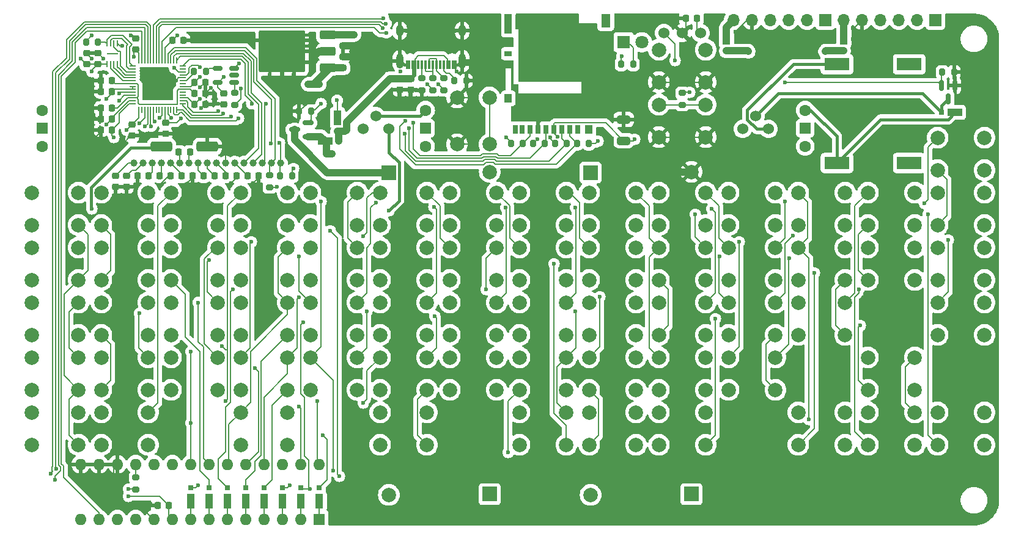
<source format=gbl>
G04 #@! TF.GenerationSoftware,KiCad,Pcbnew,8.0.5*
G04 #@! TF.CreationDate,2025-01-19T00:45:48+09:00*
G04 #@! TF.ProjectId,NERD-HPC,4e455244-2d48-4504-932e-6b696361645f,rev?*
G04 #@! TF.SameCoordinates,Original*
G04 #@! TF.FileFunction,Copper,L4,Bot*
G04 #@! TF.FilePolarity,Positive*
%FSLAX46Y46*%
G04 Gerber Fmt 4.6, Leading zero omitted, Abs format (unit mm)*
G04 Created by KiCad (PCBNEW 8.0.5) date 2025-01-19 00:45:48*
%MOMM*%
%LPD*%
G01*
G04 APERTURE LIST*
G04 Aperture macros list*
%AMRoundRect*
0 Rectangle with rounded corners*
0 $1 Rounding radius*
0 $2 $3 $4 $5 $6 $7 $8 $9 X,Y pos of 4 corners*
0 Add a 4 corners polygon primitive as box body*
4,1,4,$2,$3,$4,$5,$6,$7,$8,$9,$2,$3,0*
0 Add four circle primitives for the rounded corners*
1,1,$1+$1,$2,$3*
1,1,$1+$1,$4,$5*
1,1,$1+$1,$6,$7*
1,1,$1+$1,$8,$9*
0 Add four rect primitives between the rounded corners*
20,1,$1+$1,$2,$3,$4,$5,0*
20,1,$1+$1,$4,$5,$6,$7,0*
20,1,$1+$1,$6,$7,$8,$9,0*
20,1,$1+$1,$8,$9,$2,$3,0*%
G04 Aperture macros list end*
G04 #@! TA.AperFunction,ComponentPad*
%ADD10C,2.000000*%
G04 #@! TD*
G04 #@! TA.AperFunction,ComponentPad*
%ADD11R,1.700000X1.700000*%
G04 #@! TD*
G04 #@! TA.AperFunction,ComponentPad*
%ADD12O,1.700000X1.700000*%
G04 #@! TD*
G04 #@! TA.AperFunction,ComponentPad*
%ADD13C,1.000000*%
G04 #@! TD*
G04 #@! TA.AperFunction,ComponentPad*
%ADD14RoundRect,0.350000X-1.150000X-0.350000X1.150000X-0.350000X1.150000X0.350000X-1.150000X0.350000X0*%
G04 #@! TD*
G04 #@! TA.AperFunction,ComponentPad*
%ADD15R,1.500000X1.500000*%
G04 #@! TD*
G04 #@! TA.AperFunction,ComponentPad*
%ADD16C,1.600000*%
G04 #@! TD*
G04 #@! TA.AperFunction,ComponentPad*
%ADD17C,1.524000*%
G04 #@! TD*
G04 #@! TA.AperFunction,SMDPad,CuDef*
%ADD18RoundRect,0.225000X0.250000X-0.225000X0.250000X0.225000X-0.250000X0.225000X-0.250000X-0.225000X0*%
G04 #@! TD*
G04 #@! TA.AperFunction,SMDPad,CuDef*
%ADD19RoundRect,0.200000X-0.275000X0.200000X-0.275000X-0.200000X0.275000X-0.200000X0.275000X0.200000X0*%
G04 #@! TD*
G04 #@! TA.AperFunction,SMDPad,CuDef*
%ADD20RoundRect,0.200000X-0.200000X-0.275000X0.200000X-0.275000X0.200000X0.275000X-0.200000X0.275000X0*%
G04 #@! TD*
G04 #@! TA.AperFunction,SMDPad,CuDef*
%ADD21RoundRect,0.200000X0.200000X0.275000X-0.200000X0.275000X-0.200000X-0.275000X0.200000X-0.275000X0*%
G04 #@! TD*
G04 #@! TA.AperFunction,SMDPad,CuDef*
%ADD22R,0.300000X1.150000*%
G04 #@! TD*
G04 #@! TA.AperFunction,ComponentPad*
%ADD23O,1.000000X1.600000*%
G04 #@! TD*
G04 #@! TA.AperFunction,ComponentPad*
%ADD24O,1.000000X2.100000*%
G04 #@! TD*
G04 #@! TA.AperFunction,SMDPad,CuDef*
%ADD25RoundRect,0.050000X-0.050000X0.387500X-0.050000X-0.387500X0.050000X-0.387500X0.050000X0.387500X0*%
G04 #@! TD*
G04 #@! TA.AperFunction,SMDPad,CuDef*
%ADD26RoundRect,0.050000X-0.387500X0.050000X-0.387500X-0.050000X0.387500X-0.050000X0.387500X0.050000X0*%
G04 #@! TD*
G04 #@! TA.AperFunction,HeatsinkPad*
%ADD27R,3.200000X3.200000*%
G04 #@! TD*
G04 #@! TA.AperFunction,SMDPad,CuDef*
%ADD28R,1.100000X2.000000*%
G04 #@! TD*
G04 #@! TA.AperFunction,SMDPad,CuDef*
%ADD29R,0.800000X0.800000*%
G04 #@! TD*
G04 #@! TA.AperFunction,SMDPad,CuDef*
%ADD30RoundRect,0.225000X-0.250000X0.225000X-0.250000X-0.225000X0.250000X-0.225000X0.250000X0.225000X0*%
G04 #@! TD*
G04 #@! TA.AperFunction,ComponentPad*
%ADD31R,1.800000X1.800000*%
G04 #@! TD*
G04 #@! TA.AperFunction,ComponentPad*
%ADD32C,1.800000*%
G04 #@! TD*
G04 #@! TA.AperFunction,SMDPad,CuDef*
%ADD33RoundRect,0.225000X-0.225000X-0.250000X0.225000X-0.250000X0.225000X0.250000X-0.225000X0.250000X0*%
G04 #@! TD*
G04 #@! TA.AperFunction,SMDPad,CuDef*
%ADD34RoundRect,0.225000X0.225000X0.250000X-0.225000X0.250000X-0.225000X-0.250000X0.225000X-0.250000X0*%
G04 #@! TD*
G04 #@! TA.AperFunction,SMDPad,CuDef*
%ADD35R,3.500000X1.800000*%
G04 #@! TD*
G04 #@! TA.AperFunction,SMDPad,CuDef*
%ADD36R,2.000000X1.100000*%
G04 #@! TD*
G04 #@! TA.AperFunction,SMDPad,CuDef*
%ADD37RoundRect,0.250000X0.650000X-0.325000X0.650000X0.325000X-0.650000X0.325000X-0.650000X-0.325000X0*%
G04 #@! TD*
G04 #@! TA.AperFunction,ComponentPad*
%ADD38R,2.000000X2.000000*%
G04 #@! TD*
G04 #@! TA.AperFunction,SMDPad,CuDef*
%ADD39RoundRect,0.250000X0.850000X0.350000X-0.850000X0.350000X-0.850000X-0.350000X0.850000X-0.350000X0*%
G04 #@! TD*
G04 #@! TA.AperFunction,SMDPad,CuDef*
%ADD40RoundRect,0.250000X1.275000X1.125000X-1.275000X1.125000X-1.275000X-1.125000X1.275000X-1.125000X0*%
G04 #@! TD*
G04 #@! TA.AperFunction,SMDPad,CuDef*
%ADD41RoundRect,0.249997X2.950003X2.650003X-2.950003X2.650003X-2.950003X-2.650003X2.950003X-2.650003X0*%
G04 #@! TD*
G04 #@! TA.AperFunction,ComponentPad*
%ADD42R,1.600000X1.600000*%
G04 #@! TD*
G04 #@! TA.AperFunction,ComponentPad*
%ADD43O,1.600000X1.600000*%
G04 #@! TD*
G04 #@! TA.AperFunction,SMDPad,CuDef*
%ADD44R,0.700000X1.200000*%
G04 #@! TD*
G04 #@! TA.AperFunction,SMDPad,CuDef*
%ADD45R,1.000000X0.800000*%
G04 #@! TD*
G04 #@! TA.AperFunction,SMDPad,CuDef*
%ADD46R,1.000000X2.800000*%
G04 #@! TD*
G04 #@! TA.AperFunction,SMDPad,CuDef*
%ADD47R,1.000000X1.200000*%
G04 #@! TD*
G04 #@! TA.AperFunction,SMDPad,CuDef*
%ADD48R,1.300000X1.900000*%
G04 #@! TD*
G04 #@! TA.AperFunction,SMDPad,CuDef*
%ADD49RoundRect,0.200000X0.275000X-0.200000X0.275000X0.200000X-0.275000X0.200000X-0.275000X-0.200000X0*%
G04 #@! TD*
G04 #@! TA.AperFunction,SMDPad,CuDef*
%ADD50RoundRect,0.150000X0.587500X0.150000X-0.587500X0.150000X-0.587500X-0.150000X0.587500X-0.150000X0*%
G04 #@! TD*
G04 #@! TA.AperFunction,SMDPad,CuDef*
%ADD51RoundRect,0.150000X-0.150000X0.587500X-0.150000X-0.587500X0.150000X-0.587500X0.150000X0.587500X0*%
G04 #@! TD*
G04 #@! TA.AperFunction,SMDPad,CuDef*
%ADD52RoundRect,0.150000X0.512500X0.150000X-0.512500X0.150000X-0.512500X-0.150000X0.512500X-0.150000X0*%
G04 #@! TD*
G04 #@! TA.AperFunction,SMDPad,CuDef*
%ADD53RoundRect,0.062500X-0.062500X0.387500X-0.062500X-0.387500X0.062500X-0.387500X0.062500X0.387500X0*%
G04 #@! TD*
G04 #@! TA.AperFunction,HeatsinkPad*
%ADD54R,1.600000X0.200000*%
G04 #@! TD*
G04 #@! TA.AperFunction,ViaPad*
%ADD55C,0.600000*%
G04 #@! TD*
G04 #@! TA.AperFunction,Conductor*
%ADD56C,0.200000*%
G04 #@! TD*
G04 #@! TA.AperFunction,Conductor*
%ADD57C,0.400000*%
G04 #@! TD*
G04 #@! TA.AperFunction,Conductor*
%ADD58C,1.000000*%
G04 #@! TD*
G04 APERTURE END LIST*
D10*
X91492000Y-113574000D03*
X97992000Y-113574000D03*
X91492000Y-118074000D03*
X97992000Y-118074000D03*
X120448000Y-98334000D03*
X126948000Y-98334000D03*
X120448000Y-102834000D03*
X126948000Y-102834000D03*
X216968000Y-113574000D03*
X223468000Y-113574000D03*
X216968000Y-118074000D03*
X223468000Y-118074000D03*
X110796000Y-105954000D03*
X117296000Y-105954000D03*
X110796000Y-110454000D03*
X117296000Y-110454000D03*
X159056000Y-98334000D03*
X165556000Y-98334000D03*
X159056000Y-102834000D03*
X165556000Y-102834000D03*
X120448000Y-121194000D03*
X126948000Y-121194000D03*
X120448000Y-125694000D03*
X126948000Y-125694000D03*
X91492000Y-128814000D03*
X97992000Y-128814000D03*
X91492000Y-133314000D03*
X97992000Y-133314000D03*
X207316000Y-121194000D03*
X213816000Y-121194000D03*
X207316000Y-125694000D03*
X213816000Y-125694000D03*
X207316000Y-105954000D03*
X213816000Y-105954000D03*
X207316000Y-110454000D03*
X213816000Y-110454000D03*
X101144000Y-121194000D03*
X107644000Y-121194000D03*
X101144000Y-125694000D03*
X107644000Y-125694000D03*
X159056000Y-113574000D03*
X165556000Y-113574000D03*
X159056000Y-118074000D03*
X165556000Y-118074000D03*
X178360000Y-86142000D03*
X184860000Y-86142000D03*
X178360000Y-90642000D03*
X184860000Y-90642000D03*
X101144000Y-128814000D03*
X107644000Y-128814000D03*
X101144000Y-133314000D03*
X107644000Y-133314000D03*
X159056000Y-105954000D03*
X165556000Y-105954000D03*
X159056000Y-110454000D03*
X165556000Y-110454000D03*
D11*
X216662000Y-74422000D03*
D12*
X214122000Y-74422000D03*
X211582000Y-74422000D03*
X209042000Y-74422000D03*
X206502000Y-74422000D03*
X203962000Y-74422000D03*
D10*
X197664000Y-105954000D03*
X204164000Y-105954000D03*
X197664000Y-110454000D03*
X204164000Y-110454000D03*
X139752000Y-121194000D03*
X146252000Y-121194000D03*
X139752000Y-125694000D03*
X146252000Y-125694000D03*
X101144000Y-98334000D03*
X107644000Y-98334000D03*
X101144000Y-102834000D03*
X107644000Y-102834000D03*
X130100000Y-105954000D03*
X136600000Y-105954000D03*
X130100000Y-110454000D03*
X136600000Y-110454000D03*
D13*
X125984000Y-94234000D03*
X124714000Y-94234000D03*
X123444000Y-94234000D03*
X122174000Y-94234000D03*
X120904000Y-94234000D03*
X119634000Y-94234000D03*
X118364000Y-94234000D03*
X117094000Y-94234000D03*
X115824000Y-94234000D03*
X114554000Y-94234000D03*
X113284000Y-94234000D03*
X112014000Y-94234000D03*
X110744000Y-94234000D03*
X109474000Y-94234000D03*
X108204000Y-94234000D03*
X106934000Y-94234000D03*
X105664000Y-94234000D03*
D14*
X109474000Y-91934000D03*
X115824000Y-91934000D03*
D10*
X188012000Y-105954000D03*
X194512000Y-105954000D03*
X188012000Y-110454000D03*
X194512000Y-110454000D03*
D11*
X201422000Y-74422000D03*
D12*
X198882000Y-74422000D03*
X196342000Y-74422000D03*
X193802000Y-74422000D03*
X191262000Y-74422000D03*
X188722000Y-74422000D03*
D10*
X216968000Y-105954000D03*
X223468000Y-105954000D03*
X216968000Y-110454000D03*
X223468000Y-110454000D03*
X197664000Y-98334000D03*
X204164000Y-98334000D03*
X197664000Y-102834000D03*
X204164000Y-102834000D03*
X188012000Y-113574000D03*
X194512000Y-113574000D03*
X188012000Y-118074000D03*
X194512000Y-118074000D03*
X178360000Y-105954000D03*
X184860000Y-105954000D03*
X178360000Y-110454000D03*
X184860000Y-110454000D03*
X216968000Y-90714000D03*
X223468000Y-90714000D03*
X216968000Y-95214000D03*
X223468000Y-95214000D03*
X207316000Y-98334000D03*
X213816000Y-98334000D03*
X207316000Y-102834000D03*
X213816000Y-102834000D03*
X188012000Y-98334000D03*
X194512000Y-98334000D03*
X188012000Y-102834000D03*
X194512000Y-102834000D03*
X110796000Y-113574000D03*
X117296000Y-113574000D03*
X110796000Y-118074000D03*
X117296000Y-118074000D03*
X139752000Y-113574000D03*
X146252000Y-113574000D03*
X139752000Y-118074000D03*
X146252000Y-118074000D03*
X154904000Y-85142000D03*
X154904000Y-91642000D03*
X150404000Y-85142000D03*
X150404000Y-91642000D03*
X168708000Y-105954000D03*
X175208000Y-105954000D03*
X168708000Y-110454000D03*
X175208000Y-110454000D03*
X130100000Y-98334000D03*
X136600000Y-98334000D03*
X130100000Y-102834000D03*
X136600000Y-102834000D03*
X159056000Y-121194000D03*
X165556000Y-121194000D03*
X159056000Y-125694000D03*
X165556000Y-125694000D03*
X110796000Y-98334000D03*
X117296000Y-98334000D03*
X110796000Y-102834000D03*
X117296000Y-102834000D03*
X168708000Y-121194000D03*
X175208000Y-121194000D03*
X168708000Y-125694000D03*
X175208000Y-125694000D03*
X120448000Y-128814000D03*
X126948000Y-128814000D03*
X120448000Y-133314000D03*
X126948000Y-133314000D03*
X197664000Y-113574000D03*
X204164000Y-113574000D03*
X197664000Y-118074000D03*
X204164000Y-118074000D03*
D15*
X146050000Y-89408000D03*
D16*
X146050000Y-91908000D03*
X146050000Y-86908000D03*
D10*
X130100000Y-113574000D03*
X136600000Y-113574000D03*
X130100000Y-118074000D03*
X136600000Y-118074000D03*
X184860000Y-83022000D03*
X178360000Y-83022000D03*
X184860000Y-78522000D03*
X178360000Y-78522000D03*
X139752000Y-98334000D03*
X146252000Y-98334000D03*
X139752000Y-102834000D03*
X146252000Y-102834000D03*
X139752000Y-105954000D03*
X146252000Y-105954000D03*
X139752000Y-110454000D03*
X146252000Y-110454000D03*
X101144000Y-105954000D03*
X107644000Y-105954000D03*
X101144000Y-110454000D03*
X107644000Y-110454000D03*
X139752000Y-128814000D03*
X146252000Y-128814000D03*
X139752000Y-133314000D03*
X146252000Y-133314000D03*
X188012000Y-121194000D03*
X194512000Y-121194000D03*
X188012000Y-125694000D03*
X194512000Y-125694000D03*
X178360000Y-113574000D03*
X184860000Y-113574000D03*
X178360000Y-118074000D03*
X184860000Y-118074000D03*
X110796000Y-121194000D03*
X117296000Y-121194000D03*
X110796000Y-125694000D03*
X117296000Y-125694000D03*
X216968000Y-128814000D03*
X223468000Y-128814000D03*
X216968000Y-133314000D03*
X223468000Y-133314000D03*
D17*
X189973949Y-89504051D03*
X191770000Y-87708000D03*
X193566051Y-89504051D03*
D10*
X91492000Y-105954000D03*
X97992000Y-105954000D03*
X91492000Y-110454000D03*
X97992000Y-110454000D03*
X120448000Y-113574000D03*
X126948000Y-113574000D03*
X120448000Y-118074000D03*
X126948000Y-118074000D03*
X101144000Y-113574000D03*
X107644000Y-113574000D03*
X101144000Y-118074000D03*
X107644000Y-118074000D03*
X178360000Y-121194000D03*
X184860000Y-121194000D03*
X178360000Y-125694000D03*
X184860000Y-125694000D03*
X168708000Y-128814000D03*
X175208000Y-128814000D03*
X168708000Y-133314000D03*
X175208000Y-133314000D03*
X168708000Y-98334000D03*
X175208000Y-98334000D03*
X168708000Y-102834000D03*
X175208000Y-102834000D03*
X178360000Y-98334000D03*
X184860000Y-98334000D03*
X178360000Y-102834000D03*
X184860000Y-102834000D03*
X149404000Y-113574000D03*
X155904000Y-113574000D03*
X149404000Y-118074000D03*
X155904000Y-118074000D03*
X207316000Y-128814000D03*
X213816000Y-128814000D03*
X207316000Y-133314000D03*
X213816000Y-133314000D03*
D15*
X198628000Y-89408000D03*
D16*
X198628000Y-91908000D03*
X198628000Y-86908000D03*
D10*
X91492000Y-98334000D03*
X97992000Y-98334000D03*
X91492000Y-102834000D03*
X97992000Y-102834000D03*
X120448000Y-105954000D03*
X126948000Y-105954000D03*
X120448000Y-110454000D03*
X126948000Y-110454000D03*
X149404000Y-105954000D03*
X155904000Y-105954000D03*
X149404000Y-110454000D03*
X155904000Y-110454000D03*
D15*
X92964000Y-89408000D03*
D16*
X92964000Y-91908000D03*
X92964000Y-86908000D03*
D10*
X149404000Y-121194000D03*
X155904000Y-121194000D03*
X149404000Y-125694000D03*
X155904000Y-125694000D03*
X168708000Y-113574000D03*
X175208000Y-113574000D03*
X168708000Y-118074000D03*
X175208000Y-118074000D03*
X130100000Y-121194000D03*
X136600000Y-121194000D03*
X130100000Y-125694000D03*
X136600000Y-125694000D03*
X91492000Y-121194000D03*
X97992000Y-121194000D03*
X91492000Y-125694000D03*
X97992000Y-125694000D03*
X159056000Y-128814000D03*
X165556000Y-128814000D03*
X159056000Y-133314000D03*
X165556000Y-133314000D03*
X216968000Y-98334000D03*
X223468000Y-98334000D03*
X216968000Y-102834000D03*
X223468000Y-102834000D03*
X197664000Y-128814000D03*
X204164000Y-128814000D03*
X197664000Y-133314000D03*
X204164000Y-133314000D03*
D17*
X137377898Y-89504051D03*
X139173949Y-87708000D03*
X140970000Y-89504051D03*
D10*
X149404000Y-98334000D03*
X155904000Y-98334000D03*
X149404000Y-102834000D03*
X155904000Y-102834000D03*
X178360000Y-128814000D03*
X184860000Y-128814000D03*
X178360000Y-133314000D03*
X184860000Y-133314000D03*
D18*
X100624000Y-80531000D03*
X100624000Y-78981000D03*
D19*
X181610000Y-84519000D03*
X181610000Y-86169000D03*
D20*
X157862000Y-91515000D03*
X159512000Y-91515000D03*
D21*
X219265000Y-81612500D03*
X217615000Y-81612500D03*
D20*
X99033000Y-77470000D03*
X100683000Y-77470000D03*
D22*
X143462000Y-80632000D03*
X144262000Y-80632000D03*
X145562000Y-80632000D03*
X146562000Y-80632000D03*
X147062000Y-80632000D03*
X148062000Y-80632000D03*
X149362000Y-80632000D03*
X150162000Y-80632000D03*
X149862000Y-80632000D03*
X149062000Y-80632000D03*
X148562000Y-80632000D03*
X147562000Y-80632000D03*
X146062000Y-80632000D03*
X145062000Y-80632000D03*
X144562000Y-80632000D03*
X143762000Y-80632000D03*
D23*
X142492000Y-75887000D03*
D24*
X142492000Y-80067000D03*
D23*
X151132000Y-75887000D03*
D24*
X151132000Y-80067000D03*
D25*
X106366000Y-79964500D03*
X106766000Y-79964500D03*
X107166000Y-79964500D03*
X107566000Y-79964500D03*
X107966000Y-79964500D03*
X108366000Y-79964500D03*
X108766000Y-79964500D03*
X109166000Y-79964500D03*
X109566000Y-79964500D03*
X109966000Y-79964500D03*
X110366000Y-79964500D03*
X110766000Y-79964500D03*
X111166000Y-79964500D03*
X111566000Y-79964500D03*
D26*
X112403500Y-80802000D03*
X112403500Y-81202000D03*
X112403500Y-81602000D03*
X112403500Y-82002000D03*
X112403500Y-82402000D03*
X112403500Y-82802000D03*
X112403500Y-83202000D03*
X112403500Y-83602000D03*
X112403500Y-84002000D03*
X112403500Y-84402000D03*
X112403500Y-84802000D03*
X112403500Y-85202000D03*
X112403500Y-85602000D03*
X112403500Y-86002000D03*
D25*
X111566000Y-86839500D03*
X111166000Y-86839500D03*
X110766000Y-86839500D03*
X110366000Y-86839500D03*
X109966000Y-86839500D03*
X109566000Y-86839500D03*
X109166000Y-86839500D03*
X108766000Y-86839500D03*
X108366000Y-86839500D03*
X107966000Y-86839500D03*
X107566000Y-86839500D03*
X107166000Y-86839500D03*
X106766000Y-86839500D03*
X106366000Y-86839500D03*
D26*
X105528500Y-86002000D03*
X105528500Y-85602000D03*
X105528500Y-85202000D03*
X105528500Y-84802000D03*
X105528500Y-84402000D03*
X105528500Y-84002000D03*
X105528500Y-83602000D03*
X105528500Y-83202000D03*
X105528500Y-82802000D03*
X105528500Y-82402000D03*
X105528500Y-82002000D03*
X105528500Y-81602000D03*
X105528500Y-81202000D03*
X105528500Y-80802000D03*
D27*
X108966000Y-83402000D03*
D28*
X113538000Y-141158000D03*
D29*
X113538000Y-139258000D03*
D30*
X110018000Y-88633000D03*
X110018000Y-90183000D03*
D20*
X163958000Y-91515000D03*
X165608000Y-91515000D03*
D28*
X133858000Y-87950000D03*
D29*
X133858000Y-89850000D03*
D31*
X173482000Y-77470000D03*
D32*
X176022000Y-77470000D03*
D19*
X148590000Y-82487000D03*
X148590000Y-84137000D03*
D33*
X114033000Y-83058000D03*
X115583000Y-83058000D03*
D30*
X99100000Y-78981000D03*
X99100000Y-80531000D03*
X144018000Y-82537000D03*
X144018000Y-84087000D03*
D34*
X102629000Y-82804000D03*
X101079000Y-82804000D03*
X119901000Y-96012000D03*
X118351000Y-96012000D03*
D18*
X134620000Y-81039000D03*
X134620000Y-79489000D03*
D28*
X123698000Y-141158000D03*
D29*
X123698000Y-139258000D03*
D30*
X104648000Y-95999000D03*
X104648000Y-97549000D03*
D21*
X130189500Y-87056000D03*
X128539500Y-87056000D03*
D19*
X145542000Y-82487000D03*
X145542000Y-84137000D03*
D28*
X187706000Y-76774000D03*
D29*
X187706000Y-78674000D03*
D35*
X213026000Y-94226000D03*
X213026000Y-80526000D03*
X203026000Y-94226000D03*
X203026000Y-80526000D03*
D28*
X128778000Y-141158000D03*
D29*
X128778000Y-139258000D03*
D36*
X219390000Y-87200500D03*
D29*
X217490000Y-87200500D03*
D28*
X131318000Y-141158000D03*
D29*
X131318000Y-139258000D03*
D37*
X173482000Y-91137000D03*
X173482000Y-88187000D03*
D38*
X182880000Y-140156000D03*
D10*
X182880000Y-95456000D03*
D39*
X132470000Y-76472500D03*
X132470000Y-78752500D03*
D40*
X127845000Y-80277500D03*
X127845000Y-77227500D03*
D41*
X126170000Y-78752500D03*
D40*
X124495000Y-80277500D03*
X124495000Y-77227500D03*
D39*
X132470000Y-81032500D03*
D28*
X121158000Y-141158000D03*
D29*
X121158000Y-139258000D03*
D20*
X173165000Y-80518000D03*
X174815000Y-80518000D03*
D28*
X116078000Y-141158000D03*
D29*
X116078000Y-139258000D03*
D28*
X118618000Y-141158000D03*
D29*
X118618000Y-139258000D03*
D17*
X179070000Y-76200000D03*
X181610000Y-76200000D03*
X184150000Y-76200000D03*
D42*
X131318000Y-143637000D03*
D43*
X128778000Y-143637000D03*
X126238000Y-143637000D03*
X123698000Y-143637000D03*
X121158000Y-143637000D03*
X118618000Y-143637000D03*
X116078000Y-143637000D03*
X113538000Y-143637000D03*
X110998000Y-143637000D03*
X108458000Y-143637000D03*
X105918000Y-143637000D03*
X103378000Y-143637000D03*
X100838000Y-143637000D03*
X98298000Y-143637000D03*
X98298000Y-136017000D03*
X100838000Y-136017000D03*
X103378000Y-136017000D03*
X105918000Y-136017000D03*
X108458000Y-136017000D03*
X110998000Y-136017000D03*
X113538000Y-136017000D03*
X116078000Y-136017000D03*
X118618000Y-136017000D03*
X121158000Y-136017000D03*
X123698000Y-136017000D03*
X126238000Y-136017000D03*
X128778000Y-136017000D03*
X131318000Y-136017000D03*
D44*
X167113000Y-89565000D03*
X166013000Y-89565000D03*
X164913000Y-89565000D03*
X163813000Y-89565000D03*
X162713000Y-89565000D03*
X161613000Y-89565000D03*
X160513000Y-89565000D03*
X159413000Y-89565000D03*
X158463000Y-89565000D03*
D45*
X157513000Y-79065000D03*
D46*
X157513000Y-74915000D03*
D47*
X157513000Y-85265000D03*
X168663000Y-89565000D03*
D48*
X171013000Y-74465000D03*
D30*
X142494000Y-82537000D03*
X142494000Y-84087000D03*
D38*
X154940000Y-140156000D03*
D10*
X154940000Y-95456000D03*
D18*
X105918000Y-78499000D03*
X105918000Y-76949000D03*
D34*
X102629000Y-84328000D03*
X101079000Y-84328000D03*
X183655000Y-74168000D03*
X182105000Y-74168000D03*
D49*
X105918000Y-139509000D03*
X105918000Y-137859000D03*
X124460000Y-97599000D03*
X124460000Y-95949000D03*
D21*
X151701000Y-82804000D03*
X150051000Y-82804000D03*
D34*
X102629000Y-86614000D03*
X101079000Y-86614000D03*
D33*
X112255000Y-96012000D03*
X113805000Y-96012000D03*
X121399000Y-96012000D03*
X122949000Y-96012000D03*
D21*
X127571000Y-96012000D03*
X125921000Y-96012000D03*
D33*
X109207000Y-96012000D03*
X110757000Y-96012000D03*
D30*
X105410000Y-88887000D03*
X105410000Y-90437000D03*
D34*
X113424000Y-92710000D03*
X111874000Y-92710000D03*
D50*
X129794000Y-88646000D03*
X129794000Y-90546000D03*
X127919000Y-89596000D03*
D20*
X160910000Y-91515000D03*
X162560000Y-91515000D03*
D51*
X217490000Y-83469000D03*
X219390000Y-83469000D03*
X218440000Y-85344000D03*
D34*
X107709000Y-96012000D03*
X106159000Y-96012000D03*
D52*
X119501500Y-81116000D03*
X119501500Y-82066000D03*
X119501500Y-83016000D03*
X117226500Y-83016000D03*
X117226500Y-81116000D03*
D53*
X101902000Y-77668000D03*
X102402000Y-77668000D03*
X102902000Y-77668000D03*
X103402000Y-77668000D03*
X103402000Y-80518000D03*
X102902000Y-80518000D03*
X102402000Y-80518000D03*
X101902000Y-80518000D03*
D54*
X102652000Y-79093000D03*
D36*
X132146000Y-91186000D03*
D29*
X134046000Y-91186000D03*
D34*
X110503000Y-141732000D03*
X108953000Y-141732000D03*
X102629000Y-88138000D03*
X101079000Y-88138000D03*
D30*
X103124000Y-95999000D03*
X103124000Y-97549000D03*
D49*
X147066000Y-84137000D03*
X147066000Y-82487000D03*
D30*
X134620000Y-76441000D03*
X134620000Y-77991000D03*
D49*
X119634000Y-86169000D03*
X119634000Y-84519000D03*
D34*
X102629000Y-89662000D03*
X101079000Y-89662000D03*
D38*
X168910000Y-95556000D03*
D10*
X168910000Y-140256000D03*
D28*
X203962000Y-76774000D03*
D29*
X203962000Y-78674000D03*
D38*
X140970000Y-95556000D03*
D10*
X140970000Y-140256000D03*
D34*
X116853000Y-96012000D03*
X115303000Y-96012000D03*
D33*
X114033000Y-86106000D03*
X115583000Y-86106000D03*
D28*
X126238000Y-141158000D03*
D29*
X126238000Y-139258000D03*
D21*
X115633000Y-81534000D03*
X113983000Y-81534000D03*
D33*
X114033000Y-84582000D03*
X115583000Y-84582000D03*
D18*
X118110000Y-86119000D03*
X118110000Y-84569000D03*
D33*
X110985000Y-77216000D03*
X112535000Y-77216000D03*
D21*
X168656000Y-91515000D03*
X167006000Y-91515000D03*
D55*
X107950000Y-84328000D03*
X105918000Y-97282000D03*
X188976000Y-76000000D03*
X145034000Y-85344000D03*
X152654000Y-80518000D03*
X109982000Y-84328000D03*
X102870000Y-137668000D03*
X99822000Y-86360000D03*
X143764000Y-85344000D03*
X173482000Y-89662000D03*
X129286000Y-86002000D03*
X100076000Y-87630000D03*
X111466000Y-82798200D03*
X124460000Y-80010000D03*
X109982000Y-82394285D03*
X182880000Y-90678000D03*
X127762000Y-82042000D03*
X150368000Y-81534000D03*
X135636000Y-77978000D03*
X179324000Y-94996000D03*
X150114000Y-75946000D03*
X119126000Y-97028000D03*
X107188000Y-142494000D03*
X180340000Y-90678000D03*
X117348000Y-86002000D03*
X100838000Y-137668000D03*
X152146000Y-85090000D03*
X126238000Y-76454000D03*
X126238000Y-81026000D03*
X114838624Y-83744000D03*
X180848000Y-94996000D03*
X107950000Y-82394285D03*
X127762000Y-80010000D03*
X126238000Y-80010000D03*
X130810000Y-79248000D03*
X143510000Y-75946000D03*
X180594000Y-83058000D03*
X142557052Y-81537000D03*
X220472000Y-81534000D03*
X107950000Y-141478000D03*
X104064000Y-77978000D03*
X152908000Y-82804000D03*
X124460000Y-78994000D03*
X163068000Y-86360000D03*
X114947475Y-86592001D03*
X126238000Y-77978000D03*
X124460000Y-77978000D03*
X220472000Y-83566000D03*
X108966000Y-83312000D03*
X152400000Y-91694000D03*
X108966000Y-82394285D03*
X109982000Y-83312000D03*
X108966000Y-84328000D03*
X205232000Y-77000000D03*
X107950000Y-83312000D03*
X101463696Y-79710462D03*
X113792000Y-77216000D03*
X130048000Y-77978000D03*
X127762000Y-81026000D03*
X124460000Y-81026000D03*
X105227000Y-76546000D03*
X122174000Y-97028000D03*
X99568000Y-83058000D03*
X118618000Y-92456000D03*
X104013000Y-91694000D03*
X98298000Y-137668000D03*
X100076000Y-90932000D03*
X112776000Y-97282000D03*
X124460000Y-82042000D03*
X124460000Y-76454000D03*
X182880000Y-83058000D03*
X109220000Y-97282000D03*
X120214107Y-80445893D03*
X130048000Y-76454000D03*
X99568000Y-84328000D03*
X180086000Y-94996000D03*
X135636000Y-79502000D03*
X126238000Y-82042000D03*
X126238000Y-78994000D03*
X142240000Y-85344000D03*
X99824292Y-79753131D03*
X116332000Y-83820000D03*
X112522000Y-91440000D03*
X127762000Y-76454000D03*
X161798000Y-86360000D03*
X175006000Y-90932000D03*
X112171414Y-88015948D03*
X114808000Y-82296000D03*
X202946000Y-78740000D03*
X98298000Y-79756000D03*
X127762000Y-94996000D03*
X190754000Y-78740000D03*
X120482000Y-83916589D03*
X129794000Y-83312000D03*
X125476000Y-97536000D03*
X104902000Y-140462000D03*
X163322000Y-90678000D03*
X104902000Y-139446000D03*
X189992000Y-78740000D03*
X161544000Y-90932000D03*
X118110000Y-82296000D03*
X202184000Y-78740000D03*
X164313000Y-90615413D03*
X105664000Y-79502000D03*
X130556000Y-83312000D03*
X189230000Y-78740000D03*
X104648000Y-89662000D03*
X102870000Y-90678000D03*
X111701932Y-76571072D03*
X131318000Y-83312000D03*
X157226000Y-90678000D03*
X182626000Y-84419000D03*
X99822000Y-81534000D03*
X101854000Y-85344000D03*
X201422000Y-78740000D03*
X169926000Y-91186000D03*
X101854000Y-88900000D03*
X131572000Y-86002000D03*
X133806503Y-85539711D03*
X132334000Y-92202000D03*
X132334000Y-92964000D03*
X133096000Y-92964000D03*
X131826000Y-132014000D03*
X186182000Y-115824000D03*
X163830000Y-108204000D03*
X130048000Y-139446000D03*
X129088735Y-116332000D03*
X127254000Y-138938000D03*
X157480000Y-134366000D03*
X206248000Y-116774000D03*
X119380000Y-111760000D03*
X206064000Y-111760000D03*
X111252000Y-81026000D03*
X173228000Y-79410000D03*
X199898000Y-109474000D03*
X143163898Y-90170000D03*
X120142000Y-88046000D03*
X143763898Y-89408000D03*
X119126000Y-87792001D03*
X144363898Y-88646000D03*
X117348000Y-86992001D03*
X143256000Y-88408000D03*
X118040822Y-87392001D03*
X140132019Y-75555751D03*
X140565772Y-74883544D03*
X140648565Y-76166639D03*
X140208000Y-74168000D03*
X108066003Y-89107658D03*
X108566000Y-88483153D03*
X107188000Y-89154000D03*
X106406094Y-88739435D03*
X195834000Y-83058000D03*
X110849995Y-87974053D03*
X114808000Y-85344000D03*
X147828000Y-83312000D03*
X103632000Y-84602000D03*
X103588735Y-85554735D03*
X146304000Y-83312000D03*
X99822000Y-76546000D03*
X94107000Y-137287000D03*
X94742000Y-138178000D03*
X124622000Y-91532000D03*
X125822000Y-91440000D03*
X140970000Y-100838000D03*
X99822000Y-100584000D03*
X109184704Y-87976000D03*
X113538000Y-120396000D03*
X113538000Y-130302000D03*
X199136000Y-129794000D03*
X114554000Y-113574000D03*
X116078000Y-107696000D03*
X106426000Y-115062000D03*
X137414000Y-104394000D03*
X154432000Y-111760000D03*
X128524000Y-107188000D03*
X122428000Y-122682000D03*
X218440000Y-104902000D03*
X186760000Y-107188000D03*
X139158563Y-99711621D03*
X196901265Y-104342735D03*
X128488735Y-112811265D03*
X121920000Y-105156000D03*
X147228000Y-100330000D03*
X196412000Y-107442000D03*
X189484000Y-105156000D03*
X137922000Y-114808000D03*
X183388000Y-101346000D03*
X133258000Y-136906000D03*
X157149735Y-100428265D03*
X131572000Y-99568000D03*
X170180000Y-112776000D03*
X166808000Y-100422000D03*
X128524000Y-128016000D03*
X195834000Y-99568000D03*
X215138000Y-99822000D03*
X137414000Y-127508000D03*
X147320000Y-115474000D03*
X166808000Y-114808000D03*
X131064000Y-127254000D03*
X117856000Y-119634000D03*
X185674000Y-100584000D03*
X118364000Y-127254000D03*
X121989313Y-86007843D03*
X123936000Y-86002000D03*
X94904000Y-136652000D03*
X135382000Y-76441000D03*
X136144000Y-76441000D03*
X134620000Y-76441000D03*
X134112000Y-137668000D03*
X132842000Y-103632000D03*
X114554000Y-138938000D03*
X215646000Y-101346000D03*
X114807999Y-80937290D03*
X180594000Y-80010000D03*
D56*
X105528500Y-83202000D02*
X103027000Y-83202000D01*
X111666000Y-84205640D02*
X111869640Y-84002000D01*
X106062360Y-83202000D02*
X106266000Y-83405640D01*
X106062360Y-85202000D02*
X106266000Y-85405640D01*
X106266000Y-85946000D02*
X106422000Y-86102000D01*
X106266000Y-85405640D02*
X106266000Y-85946000D01*
X106422000Y-86102000D02*
X111666000Y-86102000D01*
X105528500Y-83202000D02*
X106062360Y-83202000D01*
X106266000Y-84998360D02*
X106062360Y-85202000D01*
X111869640Y-84002000D02*
X112403500Y-84002000D01*
X106062360Y-85202000D02*
X105528500Y-85202000D01*
X113453000Y-84002000D02*
X114033000Y-84582000D01*
X104790000Y-85202000D02*
X103378000Y-86614000D01*
X103027000Y-83202000D02*
X102629000Y-82804000D01*
X111666000Y-86102000D02*
X111666000Y-84205640D01*
X103378000Y-86614000D02*
X102629000Y-86614000D01*
X105528500Y-85202000D02*
X104790000Y-85202000D01*
X112403500Y-84002000D02*
X113453000Y-84002000D01*
X106266000Y-83405640D02*
X106266000Y-84998360D01*
D57*
X127762000Y-82042000D02*
X127762000Y-80360500D01*
D56*
X113792000Y-77216000D02*
X112535000Y-77216000D01*
D58*
X132470000Y-78752500D02*
X131305500Y-78752500D01*
D56*
X219390000Y-83469000D02*
X220375000Y-83469000D01*
X100734234Y-78981000D02*
X100624000Y-78981000D01*
X119901000Y-96253000D02*
X119126000Y-97028000D01*
X103712000Y-77978000D02*
X103402000Y-77668000D01*
X113805000Y-96012000D02*
X113805000Y-96253000D01*
D57*
X130048000Y-76454000D02*
X128618500Y-76454000D01*
D56*
X205232000Y-77000000D02*
X205232000Y-75692000D01*
X115433476Y-86106000D02*
X114947475Y-86592001D01*
X188976000Y-76000000D02*
X190554000Y-74422000D01*
X182105000Y-74168000D02*
X182105000Y-75705000D01*
X111265000Y-90183000D02*
X110018000Y-90183000D01*
X152348000Y-91642000D02*
X152400000Y-91694000D01*
X105270000Y-90437000D02*
X104013000Y-91694000D01*
X105227000Y-76546000D02*
X105515000Y-76546000D01*
X110757000Y-96012000D02*
X110490000Y-96012000D01*
X161613000Y-88765000D02*
X163068000Y-87310000D01*
X100584000Y-88138000D02*
X100076000Y-87630000D01*
X142240000Y-85344000D02*
X142240000Y-84341000D01*
X142492000Y-75887000D02*
X143451000Y-75887000D01*
X142240000Y-84341000D02*
X142494000Y-84087000D01*
D58*
X131305500Y-78752500D02*
X130810000Y-79248000D01*
D56*
X151132000Y-75887000D02*
X150173000Y-75887000D01*
X220375000Y-83469000D02*
X220472000Y-83566000D01*
X119501500Y-81116000D02*
X119544000Y-81116000D01*
X111862200Y-82402000D02*
X112403500Y-82402000D01*
D57*
X127762000Y-80360500D02*
X127845000Y-80277500D01*
D56*
X118110000Y-86119000D02*
X117465000Y-86119000D01*
D58*
X182880000Y-95456000D02*
X181308000Y-95456000D01*
D56*
X182916000Y-83022000D02*
X182880000Y-83058000D01*
X115583000Y-83058000D02*
X115524624Y-83058000D01*
X100076000Y-86614000D02*
X99822000Y-86360000D01*
X152094000Y-85142000D02*
X152146000Y-85090000D01*
X145034000Y-85344000D02*
X145542000Y-84836000D01*
X108331000Y-143637000D02*
X107188000Y-142494000D01*
X129286000Y-86309500D02*
X128539500Y-87056000D01*
X101463696Y-79710462D02*
X100734234Y-78981000D01*
X106159000Y-96012000D02*
X106159000Y-97041000D01*
X99100000Y-79028839D02*
X99824292Y-79753131D01*
D58*
X179324000Y-94996000D02*
X180848000Y-94996000D01*
D56*
X180304000Y-90642000D02*
X178360000Y-90642000D01*
X180558000Y-83022000D02*
X180594000Y-83058000D01*
X122949000Y-96012000D02*
X122949000Y-96253000D01*
X173482000Y-88187000D02*
X173482000Y-89662000D01*
D57*
X124460000Y-80312500D02*
X124495000Y-80277500D01*
D56*
X161613000Y-86545000D02*
X161798000Y-86360000D01*
D58*
X134620000Y-77991000D02*
X135623000Y-77991000D01*
D56*
X101079000Y-86614000D02*
X100076000Y-86614000D01*
X180340000Y-90678000D02*
X180304000Y-90642000D01*
X178360000Y-83022000D02*
X180558000Y-83022000D01*
X115583000Y-86106000D02*
X115433476Y-86106000D01*
X101079000Y-88138000D02*
X100584000Y-88138000D01*
X100838000Y-137668000D02*
X100838000Y-136017000D01*
X101079000Y-89929000D02*
X100076000Y-90932000D01*
X119901000Y-96012000D02*
X119901000Y-96253000D01*
X150404000Y-85142000D02*
X152094000Y-85142000D01*
X119544000Y-81116000D02*
X120214107Y-80445893D01*
X105515000Y-76546000D02*
X105918000Y-76949000D01*
X101079000Y-89662000D02*
X101079000Y-89929000D01*
X150162000Y-80632000D02*
X150162000Y-81328000D01*
D57*
X128595500Y-77978000D02*
X127845000Y-77227500D01*
D56*
X111466000Y-82798200D02*
X111862200Y-82402000D01*
X182916000Y-90642000D02*
X184860000Y-90642000D01*
X143451000Y-75887000D02*
X143510000Y-75946000D01*
X99100000Y-78981000D02*
X99100000Y-79028839D01*
X104064000Y-77978000D02*
X103712000Y-77978000D01*
X108953000Y-141732000D02*
X108204000Y-141732000D01*
X118364000Y-94234000D02*
X118364000Y-92710000D01*
D57*
X152654000Y-80518000D02*
X151583000Y-80518000D01*
D56*
X182880000Y-90678000D02*
X182916000Y-90642000D01*
X205232000Y-75692000D02*
X206502000Y-74422000D01*
X110490000Y-96012000D02*
X109220000Y-97282000D01*
X150162000Y-81328000D02*
X150368000Y-81534000D01*
X108458000Y-143637000D02*
X108331000Y-143637000D01*
D57*
X143462000Y-80632000D02*
X143057000Y-80632000D01*
D56*
X190554000Y-74422000D02*
X191262000Y-74422000D01*
X161613000Y-89565000D02*
X161613000Y-88765000D01*
X150173000Y-75887000D02*
X150114000Y-75946000D01*
X101079000Y-82804000D02*
X99822000Y-82804000D01*
X102870000Y-136525000D02*
X103378000Y-136017000D01*
X143764000Y-85344000D02*
X143764000Y-84341000D01*
D57*
X150162000Y-80632000D02*
X150567000Y-80632000D01*
D56*
X122949000Y-96253000D02*
X122174000Y-97028000D01*
D57*
X130048000Y-77978000D02*
X128595500Y-77978000D01*
D58*
X135623000Y-79489000D02*
X135636000Y-79502000D01*
X135623000Y-77991000D02*
X135636000Y-77978000D01*
D56*
X161613000Y-89565000D02*
X161613000Y-86545000D01*
X99822000Y-82804000D02*
X99568000Y-83058000D01*
X118364000Y-92710000D02*
X118618000Y-92456000D01*
D57*
X124460000Y-82042000D02*
X124460000Y-80312500D01*
D56*
X101079000Y-84328000D02*
X99568000Y-84328000D01*
X115583000Y-84582000D02*
X115583000Y-84569000D01*
D57*
X126238000Y-82042000D02*
X126238000Y-78820500D01*
D58*
X181308000Y-95456000D02*
X180848000Y-94996000D01*
D56*
X150404000Y-91642000D02*
X152348000Y-91642000D01*
D57*
X143057000Y-80632000D02*
X142492000Y-80067000D01*
D56*
X163068000Y-87310000D02*
X163068000Y-86360000D01*
X98298000Y-137668000D02*
X98298000Y-136017000D01*
X117465000Y-86119000D02*
X117348000Y-86002000D01*
X184860000Y-83022000D02*
X182916000Y-83022000D01*
X145542000Y-84836000D02*
X145542000Y-84137000D01*
D57*
X151583000Y-80518000D02*
X151132000Y-80067000D01*
D56*
X220393500Y-81612500D02*
X220472000Y-81534000D01*
X115583000Y-84569000D02*
X116332000Y-83820000D01*
X105410000Y-90437000D02*
X105270000Y-90437000D01*
X102870000Y-137668000D02*
X102870000Y-136525000D01*
D57*
X126238000Y-78820500D02*
X126170000Y-78752500D01*
D56*
X151701000Y-82804000D02*
X152908000Y-82804000D01*
X113805000Y-96253000D02*
X112776000Y-97282000D01*
D58*
X134620000Y-79489000D02*
X135623000Y-79489000D01*
D56*
X182105000Y-75705000D02*
X181610000Y-76200000D01*
X129286000Y-86002000D02*
X129286000Y-86309500D01*
D57*
X128618500Y-76454000D02*
X127845000Y-77227500D01*
D56*
X115524624Y-83058000D02*
X114838624Y-83744000D01*
X106159000Y-97041000D02*
X105918000Y-97282000D01*
X143764000Y-84341000D02*
X144018000Y-84087000D01*
D57*
X150567000Y-80632000D02*
X151132000Y-80067000D01*
D56*
X112522000Y-91440000D02*
X111265000Y-90183000D01*
X108204000Y-141732000D02*
X107950000Y-141478000D01*
X219265000Y-81612500D02*
X220393500Y-81612500D01*
D57*
X144018000Y-82537000D02*
X144512000Y-82043000D01*
X144512000Y-82043000D02*
X144512000Y-80632000D01*
D58*
X135108000Y-89650000D02*
X134908000Y-89850000D01*
X141094000Y-82537000D02*
X135108000Y-88523000D01*
X135108000Y-88523000D02*
X135108000Y-89650000D01*
D57*
X144312000Y-82243000D02*
X144312000Y-80632000D01*
X144018000Y-82537000D02*
X144312000Y-82243000D01*
D56*
X149062000Y-80632000D02*
X149062000Y-79857000D01*
D58*
X134046000Y-90038000D02*
X133858000Y-89850000D01*
X134046000Y-91186000D02*
X134046000Y-90038000D01*
X142494000Y-82537000D02*
X141094000Y-82537000D01*
D56*
X145012000Y-79357000D02*
X144562000Y-79807000D01*
X144562000Y-79807000D02*
X144562000Y-80632000D01*
X149062000Y-79857000D02*
X148562000Y-79357000D01*
D58*
X134908000Y-89850000D02*
X133858000Y-89850000D01*
X142494000Y-82537000D02*
X144018000Y-82537000D01*
D56*
X148562000Y-79357000D02*
X145012000Y-79357000D01*
D58*
X134620000Y-81039000D02*
X132476500Y-81039000D01*
D56*
X111554362Y-88633000D02*
X110018000Y-88633000D01*
X109966000Y-88581000D02*
X110018000Y-88633000D01*
X163813000Y-89565000D02*
X163813000Y-90115413D01*
X104902000Y-139446000D02*
X105855000Y-139446000D01*
X105006000Y-86002000D02*
X103632000Y-87376000D01*
X105664000Y-79502000D02*
X105664000Y-78753000D01*
X103632000Y-88659000D02*
X102629000Y-89662000D01*
X105528500Y-85602000D02*
X104955686Y-85602000D01*
X99100000Y-80531000D02*
X99073000Y-80531000D01*
D58*
X190688000Y-78674000D02*
X187706000Y-78674000D01*
D56*
X105528500Y-84002000D02*
X105528500Y-83602000D01*
X157862000Y-91314000D02*
X157226000Y-90678000D01*
X127571000Y-96012000D02*
X127571000Y-95187000D01*
X114046000Y-83058000D02*
X114808000Y-82296000D01*
X106366000Y-78947000D02*
X105918000Y-78499000D01*
D58*
X130556000Y-83312000D02*
X129794000Y-83312000D01*
D56*
X114033000Y-83058000D02*
X114046000Y-83058000D01*
X183655000Y-74168000D02*
X183655000Y-75705000D01*
X102616000Y-88138000D02*
X101854000Y-88900000D01*
X118110000Y-84569000D02*
X117226500Y-83685500D01*
X105664000Y-78753000D02*
X105918000Y-78499000D01*
X163813000Y-88765000D02*
X163813000Y-89565000D01*
X163813000Y-90115413D02*
X164313000Y-90615413D01*
X112171414Y-88015948D02*
X111554362Y-88633000D01*
X102629000Y-87928686D02*
X102629000Y-88138000D01*
X183655000Y-75705000D02*
X184150000Y-76200000D01*
X117226500Y-83685500D02*
X117226500Y-83016000D01*
X104955686Y-85602000D02*
X102629000Y-87928686D01*
X163322000Y-90678000D02*
X163322000Y-90879000D01*
X173482000Y-91137000D02*
X174801000Y-91137000D01*
X111701932Y-76571072D02*
X111629928Y-76571072D01*
X171010000Y-88665000D02*
X163913000Y-88665000D01*
X169597000Y-91515000D02*
X169926000Y-91186000D01*
D58*
X132476500Y-81039000D02*
X132470000Y-81032500D01*
D56*
X163913000Y-88665000D02*
X163813000Y-88765000D01*
X117226500Y-83016000D02*
X117390000Y-83016000D01*
X102629000Y-89662000D02*
X102629000Y-90437000D01*
X109966000Y-79964500D02*
X109966000Y-78235000D01*
D58*
X203962000Y-78674000D02*
X201488000Y-78674000D01*
D56*
X106366000Y-86839500D02*
X106366000Y-87931000D01*
X102955000Y-84002000D02*
X102629000Y-84328000D01*
X163322000Y-90879000D02*
X163958000Y-91515000D01*
X99100000Y-80531000D02*
X100624000Y-80531000D01*
X100624000Y-80531000D02*
X101889000Y-80531000D01*
X157862000Y-91515000D02*
X157862000Y-91314000D01*
X109966000Y-86839500D02*
X109966000Y-88581000D01*
D58*
X132470000Y-81032500D02*
X132470000Y-81398000D01*
D56*
X105855000Y-139446000D02*
X105918000Y-139509000D01*
X99073000Y-80531000D02*
X98298000Y-79756000D01*
X99822000Y-81333000D02*
X100624000Y-80531000D01*
X127571000Y-95187000D02*
X127762000Y-94996000D01*
X105528500Y-84002000D02*
X102955000Y-84002000D01*
X173482000Y-91137000D02*
X171010000Y-88665000D01*
X174801000Y-91137000D02*
X175006000Y-90932000D01*
X106366000Y-79964500D02*
X106366000Y-78947000D01*
X110503000Y-141732000D02*
X110503000Y-143142000D01*
D58*
X130556000Y-83312000D02*
X131318000Y-83312000D01*
D56*
X160910000Y-91515000D02*
X160961000Y-91515000D01*
X102629000Y-84328000D02*
X102629000Y-84569000D01*
D58*
X132470000Y-81398000D02*
X130556000Y-83312000D01*
D56*
X105410000Y-88900000D02*
X104648000Y-89662000D01*
X124460000Y-97599000D02*
X125413000Y-97599000D01*
X109966000Y-78235000D02*
X110985000Y-77216000D01*
X112403500Y-83602000D02*
X113489000Y-83602000D01*
X168656000Y-91515000D02*
X169597000Y-91515000D01*
X102629000Y-90437000D02*
X102870000Y-90678000D01*
X102629000Y-84569000D02*
X101854000Y-85344000D01*
X99822000Y-81534000D02*
X99822000Y-81333000D01*
X105410000Y-88887000D02*
X105410000Y-88900000D01*
X117390000Y-83016000D02*
X118110000Y-82296000D01*
X103632000Y-87376000D02*
X103632000Y-88659000D01*
X125413000Y-97599000D02*
X125476000Y-97536000D01*
X113489000Y-83602000D02*
X114033000Y-83058000D01*
X121399000Y-95999000D02*
X119634000Y-94234000D01*
X181710000Y-84419000D02*
X181610000Y-84519000D01*
X109233000Y-140462000D02*
X104902000Y-140462000D01*
X106366000Y-87931000D02*
X105410000Y-88887000D01*
D58*
X190754000Y-78740000D02*
X190688000Y-78674000D01*
D56*
X110503000Y-143142000D02*
X110998000Y-143637000D01*
D58*
X201488000Y-78674000D02*
X201422000Y-78740000D01*
D56*
X111629928Y-76571072D02*
X110985000Y-77216000D01*
X110503000Y-141732000D02*
X109233000Y-140462000D01*
X102629000Y-88138000D02*
X102616000Y-88138000D01*
X101889000Y-80531000D02*
X101902000Y-80518000D01*
X120482000Y-85321000D02*
X119634000Y-86169000D01*
X120482000Y-83916589D02*
X120482000Y-85321000D01*
X182626000Y-84419000D02*
X181710000Y-84419000D01*
X160961000Y-91515000D02*
X161544000Y-90932000D01*
X105528500Y-86002000D02*
X105006000Y-86002000D01*
X121399000Y-96012000D02*
X121399000Y-95999000D01*
X118351000Y-95491000D02*
X117094000Y-94234000D01*
X118351000Y-96012000D02*
X118351000Y-95491000D01*
X104889000Y-94234000D02*
X103124000Y-95999000D01*
X105664000Y-94234000D02*
X104889000Y-94234000D01*
X105931000Y-95237000D02*
X105410000Y-95237000D01*
X106934000Y-94234000D02*
X105931000Y-95237000D01*
X105410000Y-95237000D02*
X104648000Y-95999000D01*
X108204000Y-94234000D02*
X108204000Y-95517000D01*
X108204000Y-95517000D02*
X107709000Y-96012000D01*
X109474000Y-95745000D02*
X109207000Y-96012000D01*
X109474000Y-94234000D02*
X109474000Y-95745000D01*
X112255000Y-95745000D02*
X112255000Y-96012000D01*
X110744000Y-94234000D02*
X112255000Y-95745000D01*
X112014000Y-94234000D02*
X112014000Y-92850000D01*
X112014000Y-92850000D02*
X111874000Y-92710000D01*
X113284000Y-92850000D02*
X113424000Y-92710000D01*
X113284000Y-94234000D02*
X113284000Y-92850000D01*
X114554000Y-94234000D02*
X114554000Y-95263000D01*
X114554000Y-95263000D02*
X115303000Y-96012000D01*
X115824000Y-94234000D02*
X115824000Y-94983000D01*
X115824000Y-94983000D02*
X116853000Y-96012000D01*
X133858000Y-85591208D02*
X133858000Y-87950000D01*
X130189500Y-87056000D02*
X130189500Y-88250500D01*
X130377500Y-86868000D02*
X130189500Y-87056000D01*
X133806503Y-85539711D02*
X133858000Y-85591208D01*
X131572000Y-86002000D02*
X130706000Y-86868000D01*
X130706000Y-86868000D02*
X130377500Y-86868000D01*
X130189500Y-88250500D02*
X129794000Y-88646000D01*
D58*
X132334000Y-92964000D02*
X132334000Y-91374000D01*
X131506000Y-90546000D02*
X132146000Y-91186000D01*
X129794000Y-90546000D02*
X131506000Y-90546000D01*
X132334000Y-91374000D02*
X132146000Y-91186000D01*
X132334000Y-92964000D02*
X133096000Y-92964000D01*
D57*
X191770000Y-87708000D02*
X194896000Y-84582000D01*
X217490000Y-86294000D02*
X218440000Y-85344000D01*
X194896000Y-84582000D02*
X214871500Y-84582000D01*
X217490000Y-87200500D02*
X217490000Y-86294000D01*
X214871500Y-84582000D02*
X217490000Y-87200500D01*
D56*
X131318000Y-143637000D02*
X131318000Y-141158000D01*
D57*
X199411949Y-86908000D02*
X203026000Y-90522051D01*
X203026000Y-94226000D02*
X209073949Y-88178051D01*
X218412449Y-88178051D02*
X219390000Y-87200500D01*
X209073949Y-88178051D02*
X218412449Y-88178051D01*
X198628000Y-86908000D02*
X199411949Y-86908000D01*
X203026000Y-90522051D02*
X203026000Y-94226000D01*
D56*
X99292000Y-104134000D02*
X99292000Y-109154000D01*
X97992000Y-102834000D02*
X99292000Y-104134000D01*
X97992000Y-125694000D02*
X96692000Y-126994000D01*
X131318000Y-139258000D02*
X132418000Y-138158000D01*
X186182000Y-115824000D02*
X186182000Y-131992000D01*
X132418000Y-132606000D02*
X131826000Y-132014000D01*
X99292000Y-109154000D02*
X97992000Y-110454000D01*
X96012000Y-112434000D02*
X96012000Y-123714000D01*
X132418000Y-138158000D02*
X132418000Y-132606000D01*
X96692000Y-126994000D02*
X96692000Y-132014000D01*
X96692000Y-132014000D02*
X97992000Y-133314000D01*
X186182000Y-131992000D02*
X184860000Y-133314000D01*
X97992000Y-110454000D02*
X96012000Y-112434000D01*
X96012000Y-123714000D02*
X97992000Y-125694000D01*
X128778000Y-141158000D02*
X128778000Y-143637000D01*
X163830000Y-128926478D02*
X165556000Y-130652478D01*
X130048000Y-139446000D02*
X129878000Y-139276000D01*
X206016000Y-104134000D02*
X206016000Y-109154000D01*
X206016000Y-109154000D02*
X207316000Y-110454000D01*
X163830000Y-108204000D02*
X163830000Y-128926478D01*
X128800000Y-116620735D02*
X129088735Y-116332000D01*
X129878000Y-139276000D02*
X129878000Y-135466000D01*
X128966000Y-139446000D02*
X128778000Y-139258000D01*
X165556000Y-130652478D02*
X165556000Y-133314000D01*
X129878000Y-135466000D02*
X129286000Y-134874000D01*
X129286000Y-134874000D02*
X129286000Y-126718478D01*
X216968000Y-95214000D02*
X218268000Y-96514000D01*
X218268000Y-101534000D02*
X216968000Y-102834000D01*
X207316000Y-102834000D02*
X206016000Y-104134000D01*
X128800000Y-126232478D02*
X128800000Y-116620735D01*
X129286000Y-126718478D02*
X128800000Y-126232478D01*
X218268000Y-96514000D02*
X218268000Y-101534000D01*
X130048000Y-139446000D02*
X128966000Y-139446000D01*
X126238000Y-141158000D02*
X126238000Y-143637000D01*
X202864000Y-111754000D02*
X204164000Y-110454000D01*
X193212000Y-124394000D02*
X193212000Y-119374000D01*
X157480000Y-127270000D02*
X159056000Y-125694000D01*
X193212000Y-119374000D02*
X194512000Y-118074000D01*
X194512000Y-125694000D02*
X193212000Y-124394000D01*
X126238000Y-139258000D02*
X126934000Y-139258000D01*
X202864000Y-116774000D02*
X202864000Y-111754000D01*
X204164000Y-118074000D02*
X202864000Y-116774000D01*
X157480000Y-134366000D02*
X157480000Y-127270000D01*
X170008000Y-126994000D02*
X170008000Y-132014000D01*
X126934000Y-139258000D02*
X127254000Y-138938000D01*
X168708000Y-125694000D02*
X170008000Y-126994000D01*
X170008000Y-132014000D02*
X168708000Y-133314000D01*
X123698000Y-141158000D02*
X123698000Y-143637000D01*
X144952000Y-132014000D02*
X144952000Y-126994000D01*
X124798000Y-127844000D02*
X126948000Y-125694000D01*
X123698000Y-139258000D02*
X124798000Y-138158000D01*
X124798000Y-138158000D02*
X124798000Y-127844000D01*
X101144000Y-125694000D02*
X102444000Y-124394000D01*
X146252000Y-133314000D02*
X144952000Y-132014000D01*
X102444000Y-119374000D02*
X101144000Y-118074000D01*
X102444000Y-124394000D02*
X102444000Y-119374000D01*
X144952000Y-126994000D02*
X146252000Y-125694000D01*
X121158000Y-141158000D02*
X121158000Y-143637000D01*
X123298000Y-121724000D02*
X126948000Y-118074000D01*
X206016000Y-117006000D02*
X206016000Y-124394000D01*
X206016000Y-124394000D02*
X207316000Y-125694000D01*
X122428000Y-136906000D02*
X122428000Y-135636000D01*
X123298000Y-134766000D02*
X123298000Y-121724000D01*
X121158000Y-139258000D02*
X121158000Y-138176000D01*
X206248000Y-116774000D02*
X206016000Y-117006000D01*
X121158000Y-138176000D02*
X122428000Y-136906000D01*
X122428000Y-135636000D02*
X123298000Y-134766000D01*
X118618000Y-141158000D02*
X118618000Y-143637000D01*
X116078000Y-141158000D02*
X116078000Y-143637000D01*
X205486000Y-131484000D02*
X207316000Y-133314000D01*
X118364000Y-128102529D02*
X118364000Y-134239000D01*
X117348000Y-135255000D02*
X117348000Y-137988000D01*
X178360000Y-110454000D02*
X179660000Y-111754000D01*
X206064000Y-111760000D02*
X206064000Y-112239686D01*
X119380000Y-111760000D02*
X119018000Y-112122000D01*
X119018000Y-127448529D02*
X118364000Y-128102529D01*
X205486000Y-112817686D02*
X205486000Y-131484000D01*
X179660000Y-116774000D02*
X178360000Y-118074000D01*
X119018000Y-112122000D02*
X119018000Y-127448529D01*
X206064000Y-112239686D02*
X205486000Y-112817686D01*
X118364000Y-134239000D02*
X117348000Y-135255000D01*
X117348000Y-137988000D02*
X118618000Y-139258000D01*
X179660000Y-111754000D02*
X179660000Y-116774000D01*
X173165000Y-79473000D02*
X173228000Y-79410000D01*
X111828000Y-81602000D02*
X111252000Y-81026000D01*
X173165000Y-80518000D02*
X173165000Y-79473000D01*
X112403500Y-81602000D02*
X111828000Y-81602000D01*
D58*
X187706000Y-76774000D02*
X187706000Y-75438000D01*
X187706000Y-75438000D02*
X188722000Y-74422000D01*
D56*
X114808000Y-120396000D02*
X112776000Y-118364000D01*
X199898000Y-131080000D02*
X197664000Y-133314000D01*
X116078000Y-138191818D02*
X114808000Y-136921818D01*
X112776000Y-118364000D02*
X112776000Y-112434000D01*
X116078000Y-139258000D02*
X116078000Y-138191818D01*
X199898000Y-109474000D02*
X199898000Y-131080000D01*
X102444000Y-104134000D02*
X102444000Y-109154000D01*
X112776000Y-112434000D02*
X110796000Y-110454000D01*
X101144000Y-102834000D02*
X102444000Y-104134000D01*
X114808000Y-136921818D02*
X114808000Y-120396000D01*
X102444000Y-109154000D02*
X101144000Y-110454000D01*
X113538000Y-141158000D02*
X113538000Y-143637000D01*
D58*
X127919000Y-91034500D02*
X127919000Y-89596000D01*
X140970000Y-95556000D02*
X132440500Y-95556000D01*
X132440500Y-95556000D02*
X127919000Y-91034500D01*
D56*
X147562000Y-81457000D02*
X148590000Y-82485000D01*
X146612000Y-79757000D02*
X147512000Y-79757000D01*
X148590000Y-82485000D02*
X148590000Y-82487000D01*
X147562000Y-79807000D02*
X147562000Y-80632000D01*
X147562000Y-80632000D02*
X147562000Y-81457000D01*
X146562000Y-80632000D02*
X146562000Y-79807000D01*
X147512000Y-79757000D02*
X147562000Y-79807000D01*
X146562000Y-79807000D02*
X146612000Y-79757000D01*
X147062000Y-82483000D02*
X147066000Y-82487000D01*
X147062000Y-80632000D02*
X147062000Y-81534000D01*
X146062000Y-81457000D02*
X146139000Y-81534000D01*
X146062000Y-80632000D02*
X146062000Y-81457000D01*
X147062000Y-81534000D02*
X147062000Y-82483000D01*
X146139000Y-81534000D02*
X147062000Y-81534000D01*
X111369640Y-87577000D02*
X111166000Y-87373360D01*
X155868164Y-93980000D02*
X155644164Y-93756000D01*
X119795999Y-88392001D02*
X113398247Y-88392001D01*
X154235837Y-93756000D02*
X154011837Y-93980000D01*
X144722314Y-93980000D02*
X143256000Y-92513686D01*
X111166000Y-87373360D02*
X111166000Y-86839500D01*
X143256000Y-92513686D02*
X143256000Y-90262102D01*
X113398247Y-88392001D02*
X112245746Y-87239500D01*
X154011837Y-93980000D02*
X144722314Y-93980000D01*
X155644164Y-93756000D02*
X154235837Y-93756000D01*
X164913000Y-90820000D02*
X165608000Y-91515000D01*
X165608000Y-91515000D02*
X163143000Y-93980000D01*
X112099860Y-87239500D02*
X111762360Y-87577000D01*
X120142000Y-88046000D02*
X119795999Y-88392001D01*
X164913000Y-89565000D02*
X164913000Y-90820000D01*
X112245746Y-87239500D02*
X112099860Y-87239500D01*
X163143000Y-93980000D02*
X155868164Y-93980000D01*
X143256000Y-90262102D02*
X143163898Y-90170000D01*
X111762360Y-87577000D02*
X111369640Y-87577000D01*
X149351000Y-81787000D02*
X150051000Y-82487000D01*
X150051000Y-82487000D02*
X150051000Y-82804000D01*
X148562000Y-81457000D02*
X148892000Y-81787000D01*
X148892000Y-81787000D02*
X149351000Y-81787000D01*
X148562000Y-80632000D02*
X148562000Y-81457000D01*
X145562000Y-80632000D02*
X145562000Y-82467000D01*
X145562000Y-82467000D02*
X145542000Y-82487000D01*
X156033850Y-93580000D02*
X155809850Y-93356000D01*
X162560000Y-91515000D02*
X160495000Y-93580000D01*
X119126000Y-87792001D02*
X118926000Y-87992001D01*
X154070151Y-93356000D02*
X153846152Y-93580000D01*
X113563933Y-87992001D02*
X112411432Y-86839500D01*
X162713000Y-91362000D02*
X162560000Y-91515000D01*
X155809850Y-93356000D02*
X154070151Y-93356000D01*
X143763898Y-92455898D02*
X143763898Y-89408000D01*
X153846152Y-93580000D02*
X144888000Y-93580000D01*
X118926000Y-87992001D02*
X113563933Y-87992001D01*
X144888000Y-93580000D02*
X143763898Y-92455898D01*
X112411432Y-86839500D02*
X111566000Y-86839500D01*
X160495000Y-93580000D02*
X156033850Y-93580000D01*
X162713000Y-89565000D02*
X162713000Y-91362000D01*
X159512000Y-91515000D02*
X157847000Y-93180000D01*
X157847000Y-93180000D02*
X156199536Y-93180000D01*
X112937360Y-85602000D02*
X112403500Y-85602000D01*
X117148000Y-87192001D02*
X113895305Y-87192001D01*
X156199536Y-93180000D02*
X155975536Y-92956000D01*
X113141000Y-85805640D02*
X112937360Y-85602000D01*
X113141000Y-86437696D02*
X113141000Y-85805640D01*
X145268054Y-93180000D02*
X144363898Y-92275844D01*
X117348000Y-86992001D02*
X117148000Y-87192001D01*
X155975536Y-92956000D02*
X153904466Y-92956000D01*
X113895305Y-87192001D02*
X113141000Y-86437696D01*
X153904466Y-92956000D02*
X153680466Y-93180000D01*
X144363898Y-92275844D02*
X144363898Y-88646000D01*
X153680466Y-93180000D02*
X145268054Y-93180000D01*
X160513000Y-90514000D02*
X160513000Y-89565000D01*
X159512000Y-91515000D02*
X160513000Y-90514000D01*
X113729619Y-87592001D02*
X112403500Y-86265882D01*
X166013000Y-90522000D02*
X167006000Y-91515000D01*
X112403500Y-86265882D02*
X112403500Y-86002000D01*
X142494000Y-92317372D02*
X144664628Y-94488000D01*
X142494000Y-89170000D02*
X142494000Y-92317372D01*
X164141000Y-94380000D02*
X167006000Y-91515000D01*
X144664628Y-94488000D02*
X154069522Y-94488000D01*
X154401522Y-94156000D02*
X155478478Y-94156000D01*
X117840822Y-87592001D02*
X113729619Y-87592001D01*
X155478478Y-94156000D02*
X155702478Y-94380000D01*
X118040822Y-87392001D02*
X117840822Y-87592001D01*
X143256000Y-88408000D02*
X142494000Y-89170000D01*
X155702478Y-94380000D02*
X164141000Y-94380000D01*
X154069522Y-94488000D02*
X154401522Y-94156000D01*
X166013000Y-89565000D02*
X166013000Y-90522000D01*
X109166000Y-75434314D02*
X109562314Y-75038000D01*
X139614268Y-75038000D02*
X140132019Y-75555751D01*
X109562314Y-75038000D02*
X139614268Y-75038000D01*
X109166000Y-79964500D02*
X109166000Y-75434314D01*
X140075015Y-74883544D02*
X140565772Y-74883544D01*
X139829471Y-74638000D02*
X140075015Y-74883544D01*
X108766000Y-75268628D02*
X109396628Y-74638000D01*
X109396628Y-74638000D02*
X139829471Y-74638000D01*
X108766000Y-79964500D02*
X108766000Y-75268628D01*
X138969636Y-75438000D02*
X111539304Y-75438000D01*
X140648565Y-76166639D02*
X139698275Y-76166639D01*
X109566000Y-77411304D02*
X109566000Y-79964500D01*
X111539304Y-75438000D02*
X109566000Y-77411304D01*
X139698275Y-76166639D02*
X138969636Y-75438000D01*
X109230942Y-74238000D02*
X139466693Y-74238000D01*
X108366000Y-75102942D02*
X109230942Y-74238000D01*
X139466693Y-74238000D02*
X140138000Y-74238000D01*
X108366000Y-79964500D02*
X108366000Y-75102942D01*
X140138000Y-74238000D02*
X140208000Y-74168000D01*
X107966000Y-89007655D02*
X107966000Y-86839500D01*
X108066003Y-89107658D02*
X107966000Y-89007655D01*
X108566000Y-88483153D02*
X108366000Y-88283153D01*
X108366000Y-88283153D02*
X108366000Y-86839500D01*
X107566000Y-88776000D02*
X107566000Y-86839500D01*
X107188000Y-89154000D02*
X107566000Y-88776000D01*
X106406094Y-88739435D02*
X107166000Y-87979529D01*
X107166000Y-87979529D02*
X107166000Y-86839500D01*
D57*
X191922734Y-89504051D02*
X193566051Y-89504051D01*
X196976683Y-80526000D02*
X203026000Y-80526000D01*
X190608000Y-86894683D02*
X196976683Y-80526000D01*
X190608000Y-86894683D02*
X190608000Y-88189317D01*
X190608000Y-88189317D02*
X191922734Y-89504051D01*
D56*
X217490000Y-83469000D02*
X217079000Y-83058000D01*
X217490000Y-83469000D02*
X217490000Y-81737500D01*
X110849995Y-87974053D02*
X110366000Y-87490058D01*
X217079000Y-83058000D02*
X195834000Y-83058000D01*
X217490000Y-81737500D02*
X217615000Y-81612500D01*
X110366000Y-87490058D02*
X110366000Y-86839500D01*
X184833000Y-86169000D02*
X184860000Y-86142000D01*
X181392000Y-86142000D02*
X178360000Y-86142000D01*
X112403500Y-85202000D02*
X113129000Y-85202000D01*
X181610000Y-86169000D02*
X184833000Y-86169000D01*
X181419000Y-86169000D02*
X181392000Y-86142000D01*
X114046000Y-86106000D02*
X114808000Y-85344000D01*
X113129000Y-85202000D02*
X114033000Y-86106000D01*
X181610000Y-86169000D02*
X181419000Y-86169000D01*
X114033000Y-86106000D02*
X114046000Y-86106000D01*
X105528500Y-84402000D02*
X103832000Y-84402000D01*
X103832000Y-84402000D02*
X103632000Y-84602000D01*
X148590000Y-84074000D02*
X148590000Y-84137000D01*
X147828000Y-83312000D02*
X148590000Y-84074000D01*
X147066000Y-84074000D02*
X147066000Y-84137000D01*
X146304000Y-83312000D02*
X147066000Y-84074000D01*
X104341470Y-84802000D02*
X105528500Y-84802000D01*
X103588735Y-85554735D02*
X104341470Y-84802000D01*
X119634000Y-84519000D02*
X119634000Y-83148500D01*
X119634000Y-83148500D02*
X119501500Y-83016000D01*
X104144696Y-76518000D02*
X102521928Y-76518000D01*
X100683000Y-77470000D02*
X101704000Y-77470000D01*
X101704000Y-77470000D02*
X101902000Y-77668000D01*
X105064000Y-78129304D02*
X105410000Y-77783304D01*
X102521928Y-76518000D02*
X101902000Y-77137928D01*
X105528500Y-80802000D02*
X105064000Y-80337500D01*
X105064000Y-80337500D02*
X105064000Y-78129304D01*
X101902000Y-77137928D02*
X101902000Y-77668000D01*
X105410000Y-77783304D02*
X104144696Y-76518000D01*
X99822000Y-76546000D02*
X99033000Y-77335000D01*
X99033000Y-77335000D02*
X99033000Y-77470000D01*
X95904000Y-136237785D02*
X95904000Y-137814000D01*
X95904000Y-137814000D02*
X100838000Y-142748000D01*
X100838000Y-142748000D02*
X100838000Y-143637000D01*
X106766000Y-79964500D02*
X106766000Y-75946000D01*
X106766000Y-75946000D02*
X99175372Y-75946000D01*
X97536000Y-77585372D02*
X97536000Y-80264000D01*
X95612000Y-82188000D02*
X95612000Y-135945785D01*
X95612000Y-135945785D02*
X95904000Y-136237785D01*
X99175372Y-75946000D02*
X97536000Y-77585372D01*
X97536000Y-80264000D02*
X95612000Y-82188000D01*
X96336000Y-79628314D02*
X96336000Y-77088314D01*
X94398736Y-136995264D02*
X94304000Y-136900529D01*
X94304000Y-136403471D02*
X94412000Y-136295471D01*
X107966000Y-75200000D02*
X107966000Y-79964500D01*
X105918000Y-137859000D02*
X105918000Y-136017000D01*
X107404000Y-74638000D02*
X107966000Y-75200000D01*
X94107000Y-137287000D02*
X94398736Y-136995264D01*
X98786314Y-74638000D02*
X107404000Y-74638000D01*
X94412000Y-81552314D02*
X96336000Y-79628314D01*
X94304000Y-136900529D02*
X94304000Y-136403471D01*
X96336000Y-77088314D02*
X98786314Y-74638000D01*
X94412000Y-136295471D02*
X94412000Y-81552314D01*
X116051000Y-81116000D02*
X115633000Y-81534000D01*
X117226500Y-81116000D02*
X116051000Y-81116000D01*
X113983000Y-81756360D02*
X113983000Y-81534000D01*
X112403500Y-82802000D02*
X112937360Y-82802000D01*
X112937360Y-82802000D02*
X113983000Y-81756360D01*
X99117686Y-75438000D02*
X107072628Y-75438000D01*
X107072628Y-75438000D02*
X107166000Y-75531372D01*
X95212000Y-136111471D02*
X95212000Y-82022314D01*
X97136000Y-77419686D02*
X99117686Y-75438000D01*
X95504000Y-136900529D02*
X95504000Y-136403471D01*
X94742000Y-137662529D02*
X95504000Y-136900529D01*
X94742000Y-138178000D02*
X94742000Y-137662529D01*
X95212000Y-82022314D02*
X97136000Y-80098314D01*
X95504000Y-136403471D02*
X95212000Y-136111471D01*
X107166000Y-75531372D02*
X107166000Y-79964500D01*
X97136000Y-80098314D02*
X97136000Y-77419686D01*
X124622000Y-91532000D02*
X124714000Y-91440000D01*
X122282000Y-81814931D02*
X122270000Y-81802931D01*
X125921000Y-94297000D02*
X125984000Y-94234000D01*
X111398954Y-78632000D02*
X110766000Y-79264954D01*
X124714000Y-91440000D02*
X124714000Y-85401686D01*
X120992314Y-78632000D02*
X111398954Y-78632000D01*
X122270000Y-81802931D02*
X122270000Y-79909686D01*
X122270000Y-79909686D02*
X120992314Y-78632000D01*
X110766000Y-79264954D02*
X110766000Y-79964500D01*
X122282000Y-82969686D02*
X122282000Y-81814931D01*
X125822000Y-91440000D02*
X125984000Y-91602000D01*
X125921000Y-96012000D02*
X125921000Y-94297000D01*
X125984000Y-91602000D02*
X125984000Y-94234000D01*
X124714000Y-85401686D02*
X122282000Y-82969686D01*
X122670000Y-79744000D02*
X121158000Y-78232000D01*
X125222000Y-85344000D02*
X122682000Y-82804000D01*
X111233268Y-78232000D02*
X110366000Y-79099268D01*
X122670000Y-81637246D02*
X122670000Y-79744000D01*
X122682000Y-81649246D02*
X122670000Y-81637246D01*
X121158000Y-78232000D02*
X111233268Y-78232000D01*
X124460000Y-95949000D02*
X124460000Y-94488000D01*
X124714000Y-94234000D02*
X125222000Y-93726000D01*
X125222000Y-93726000D02*
X125222000Y-85344000D01*
X124460000Y-94488000D02*
X124714000Y-94234000D01*
X110366000Y-79099268D02*
X110366000Y-79964500D01*
X122682000Y-82804000D02*
X122682000Y-81649246D01*
D57*
X140970000Y-89504051D02*
X140970000Y-92756000D01*
X99744000Y-100506000D02*
X99744000Y-97614000D01*
X99822000Y-100584000D02*
X99744000Y-100506000D01*
X142370000Y-99438000D02*
X140970000Y-100838000D01*
X105218000Y-92140000D02*
X109268000Y-92140000D01*
X140970000Y-92756000D02*
X142370000Y-94156000D01*
X142370000Y-94156000D02*
X142370000Y-99438000D01*
X109268000Y-92140000D02*
X109474000Y-91934000D01*
X99744000Y-97614000D02*
X105218000Y-92140000D01*
D56*
X109566000Y-87594704D02*
X109566000Y-86839500D01*
X109184704Y-87976000D02*
X109566000Y-87594704D01*
X154904000Y-85142000D02*
X154904000Y-91642000D01*
X212516000Y-122494000D02*
X213816000Y-121194000D01*
X96692000Y-119894000D02*
X97992000Y-121194000D01*
X97992000Y-113574000D02*
X96692000Y-114874000D01*
X113538000Y-120396000D02*
X113538000Y-130302000D01*
X213816000Y-128814000D02*
X212516000Y-127514000D01*
X96692000Y-114874000D02*
X96692000Y-119894000D01*
X113538000Y-130302000D02*
X113538000Y-136017000D01*
X212516000Y-127514000D02*
X212516000Y-122494000D01*
X115278001Y-119741687D02*
X114554000Y-119017686D01*
X115278001Y-135217001D02*
X115278001Y-119741687D01*
X116078000Y-136017000D02*
X115278001Y-135217001D01*
X136600000Y-98334000D02*
X135300000Y-99634000D01*
X115824000Y-112102000D02*
X117296000Y-113574000D01*
X198964000Y-99634000D02*
X198964000Y-104654000D01*
X135300000Y-99634000D02*
X135300000Y-104654000D01*
X135300000Y-104654000D02*
X136600000Y-105954000D01*
X197664000Y-98334000D02*
X198964000Y-99634000D01*
X114554000Y-119017686D02*
X114554000Y-113574000D01*
X115824000Y-107950000D02*
X115824000Y-112102000D01*
X199136000Y-107426000D02*
X197664000Y-105954000D01*
X116078000Y-107696000D02*
X115824000Y-107950000D01*
X199136000Y-129794000D02*
X199136000Y-107426000D01*
X198964000Y-104654000D02*
X197664000Y-105954000D01*
X148082000Y-104632000D02*
X149404000Y-105954000D01*
X207316000Y-98334000D02*
X205464000Y-100186000D01*
X126948000Y-105954000D02*
X125648000Y-107254000D01*
X205464000Y-100186000D02*
X205464000Y-112274000D01*
X137414000Y-104394000D02*
X137922000Y-103886000D01*
X126948000Y-115259686D02*
X126948000Y-113574000D01*
X125648000Y-112274000D02*
X126948000Y-113574000D01*
X148082000Y-100164000D02*
X148082000Y-104632000D01*
X154432000Y-111760000D02*
X154432000Y-107426000D01*
X125648000Y-107254000D02*
X125648000Y-112274000D01*
X106426000Y-115062000D02*
X106344000Y-115144000D01*
X205464000Y-112274000D02*
X204164000Y-113574000D01*
X120448000Y-128814000D02*
X121828000Y-127434000D01*
X118618000Y-136017000D02*
X118618000Y-135890000D01*
X146252000Y-98334000D02*
X148082000Y-100164000D01*
X137922000Y-103886000D02*
X137922000Y-99060000D01*
X118618000Y-135890000D02*
X118764000Y-135744000D01*
X154432000Y-107426000D02*
X155904000Y-105954000D01*
X121828000Y-120379686D02*
X126948000Y-115259686D01*
X118764000Y-135744000D02*
X118764000Y-130498000D01*
X121828000Y-127434000D02*
X121828000Y-120379686D01*
X118764000Y-130498000D02*
X120448000Y-128814000D01*
X106344000Y-119894000D02*
X107644000Y-121194000D01*
X106344000Y-115144000D02*
X106344000Y-119894000D01*
X137922000Y-99060000D02*
X138648000Y-98334000D01*
X138648000Y-98334000D02*
X139752000Y-98334000D01*
X218440000Y-104902000D02*
X218440000Y-112102000D01*
X128524000Y-107188000D02*
X128524000Y-111998000D01*
X195812000Y-112274000D02*
X194512000Y-113574000D01*
X138452000Y-100418184D02*
X138452000Y-105415522D01*
X195812000Y-105432000D02*
X195812000Y-112274000D01*
X155904000Y-98334000D02*
X157756000Y-100186000D01*
X115424000Y-107501471D02*
X116971471Y-105954000D01*
X128524000Y-111998000D02*
X130100000Y-113574000D01*
X157756000Y-104654000D02*
X159056000Y-105954000D01*
X186712000Y-107236000D02*
X186712000Y-112274000D01*
X196901265Y-104342735D02*
X195812000Y-105432000D01*
X138452000Y-105415522D02*
X137900000Y-105967522D01*
X117296000Y-121194000D02*
X115424000Y-119322000D01*
X218440000Y-112102000D02*
X216968000Y-113574000D01*
X186712000Y-112274000D02*
X188012000Y-113574000D01*
X115424000Y-119322000D02*
X115424000Y-107501471D01*
X137900000Y-105967522D02*
X137900000Y-112274000D01*
X157756000Y-100186000D02*
X157756000Y-104654000D01*
X122428000Y-122682000D02*
X122898000Y-123152000D01*
X186760000Y-107188000D02*
X186712000Y-107236000D01*
X116971471Y-105954000D02*
X117296000Y-105954000D01*
X139158563Y-99711621D02*
X138452000Y-100418184D01*
X137900000Y-112274000D02*
X136600000Y-113574000D01*
X122898000Y-134277000D02*
X121158000Y-136017000D01*
X122898000Y-123152000D02*
X122898000Y-134277000D01*
X196412000Y-107442000D02*
X196364000Y-107490000D01*
X165556000Y-98334000D02*
X166046478Y-98334000D01*
X121920000Y-105156000D02*
X121748000Y-105328000D01*
X121748000Y-119894000D02*
X120448000Y-121194000D01*
X121748000Y-105328000D02*
X121748000Y-119894000D01*
X128270000Y-119872000D02*
X126948000Y-121194000D01*
X123698000Y-126695371D02*
X126948000Y-123445371D01*
X196364000Y-107490000D02*
X196364000Y-119342000D01*
X167408000Y-104654000D02*
X168708000Y-105954000D01*
X147228000Y-100330000D02*
X147552000Y-100654000D01*
X147552000Y-112274000D02*
X146252000Y-113574000D01*
X126948000Y-123445371D02*
X126948000Y-121194000D01*
X128488735Y-112811265D02*
X128270000Y-113030000D01*
X123698000Y-136017000D02*
X123698000Y-126695371D01*
X189484000Y-105156000D02*
X189484000Y-119722000D01*
X196364000Y-119342000D02*
X194512000Y-121194000D01*
X166046478Y-98334000D02*
X167408000Y-99695522D01*
X167408000Y-99695522D02*
X167408000Y-104654000D01*
X189484000Y-119722000D02*
X188012000Y-121194000D01*
X147552000Y-100654000D02*
X147552000Y-112274000D01*
X128270000Y-113030000D02*
X128270000Y-119872000D01*
X183388000Y-101346000D02*
X183388000Y-104482000D01*
X131572000Y-99568000D02*
X131572000Y-119722000D01*
X157204000Y-112274000D02*
X155904000Y-113574000D01*
X137922000Y-119872000D02*
X136600000Y-121194000D01*
X183388000Y-104482000D02*
X184860000Y-105954000D01*
X177060000Y-100186000D02*
X177060000Y-104654000D01*
X175208000Y-98334000D02*
X177060000Y-100186000D01*
X133258000Y-136906000D02*
X133258000Y-124352000D01*
X137922000Y-114808000D02*
X137922000Y-119872000D01*
X157204000Y-100482530D02*
X157204000Y-112274000D01*
X177060000Y-104654000D02*
X178360000Y-105954000D01*
X178360000Y-105954000D02*
X177060000Y-107254000D01*
X131572000Y-119722000D02*
X130100000Y-121194000D01*
X177060000Y-119894000D02*
X178360000Y-121194000D01*
X157149735Y-100428265D02*
X157204000Y-100482530D01*
X177060000Y-107254000D02*
X177060000Y-119894000D01*
X133258000Y-124352000D02*
X130100000Y-121194000D01*
X137900000Y-127022000D02*
X137414000Y-127508000D01*
X195834000Y-104632000D02*
X194512000Y-105954000D01*
X166808000Y-100422000D02*
X166856000Y-100470000D01*
X147552000Y-115706000D02*
X147552000Y-119894000D01*
X170180000Y-119722000D02*
X168708000Y-121194000D01*
X137900000Y-123046000D02*
X137900000Y-127022000D01*
X128778000Y-136017000D02*
X128778000Y-128270000D01*
X170180000Y-112776000D02*
X170180000Y-119722000D01*
X186712000Y-100186000D02*
X186712000Y-104654000D01*
X215668000Y-99292000D02*
X215138000Y-99822000D01*
X195834000Y-99568000D02*
X195834000Y-104632000D01*
X186712000Y-104654000D02*
X188012000Y-105954000D01*
X108966000Y-127492000D02*
X107644000Y-128814000D01*
X166856000Y-100470000D02*
X166856000Y-112274000D01*
X128778000Y-128270000D02*
X128524000Y-128016000D01*
X139752000Y-121194000D02*
X137900000Y-123046000D01*
X184860000Y-98334000D02*
X186712000Y-100186000D01*
X110796000Y-98334000D02*
X108966000Y-100164000D01*
X166856000Y-112274000D02*
X165556000Y-113574000D01*
X216968000Y-90714000D02*
X215668000Y-92014000D01*
X215668000Y-92014000D02*
X215668000Y-99292000D01*
X147320000Y-115474000D02*
X147552000Y-115706000D01*
X147552000Y-119894000D02*
X146252000Y-121194000D01*
X108966000Y-100164000D02*
X108966000Y-127492000D01*
X117856000Y-119634000D02*
X118364000Y-120142000D01*
X118618000Y-120142000D02*
X118618000Y-119634000D01*
X166808000Y-114808000D02*
X166856000Y-114856000D01*
X131318000Y-136017000D02*
X131064000Y-135763000D01*
X186160000Y-101070000D02*
X186160000Y-112274000D01*
X185674000Y-100584000D02*
X186160000Y-101070000D01*
X131064000Y-135763000D02*
X131064000Y-127254000D01*
X118364000Y-120142000D02*
X118618000Y-120142000D01*
X164256000Y-127514000D02*
X165556000Y-128814000D01*
X166856000Y-119894000D02*
X165556000Y-121194000D01*
X118618000Y-119634000D02*
X118618000Y-100164000D01*
X166856000Y-114856000D02*
X166856000Y-119894000D01*
X118618000Y-100164000D02*
X120448000Y-98334000D01*
X164256000Y-122494000D02*
X164256000Y-127514000D01*
X165556000Y-121194000D02*
X164256000Y-122494000D01*
X186160000Y-112274000D02*
X184860000Y-113574000D01*
X118364000Y-127254000D02*
X118618000Y-127000000D01*
X118618000Y-127000000D02*
X118618000Y-120142000D01*
X111166000Y-79430640D02*
X111166000Y-79964500D01*
X122174000Y-94234000D02*
X123336000Y-93072000D01*
X111564640Y-79032000D02*
X111166000Y-79430640D01*
X123336000Y-93072000D02*
X123336000Y-85940314D01*
X121882000Y-84486314D02*
X121882000Y-81980617D01*
X120826628Y-79032000D02*
X111564640Y-79032000D01*
X123336000Y-85940314D02*
X121882000Y-84486314D01*
X121882000Y-81980617D02*
X121870000Y-81968617D01*
X121870000Y-81968617D02*
X121870000Y-80075372D01*
X121870000Y-80075372D02*
X120826628Y-79032000D01*
X105528500Y-82802000D02*
X104138000Y-82802000D01*
X104138000Y-82802000D02*
X102402000Y-81066000D01*
X102402000Y-81066000D02*
X102402000Y-80518000D01*
X102402000Y-77203614D02*
X102402000Y-77668000D01*
X104664000Y-80871360D02*
X104664000Y-77963618D01*
X103979010Y-76918000D02*
X102687614Y-76918000D01*
X102687614Y-76918000D02*
X102402000Y-77203614D01*
X104844314Y-77783304D02*
X103979010Y-76918000D01*
X104994640Y-81202000D02*
X104664000Y-80871360D01*
X104664000Y-77963618D02*
X104844314Y-77783304D01*
X105528500Y-81202000D02*
X104994640Y-81202000D01*
X112098500Y-79432000D02*
X111566000Y-79964500D01*
X121482000Y-82146303D02*
X121470000Y-82134303D01*
X122936000Y-86106000D02*
X121482000Y-84652000D01*
X122936000Y-92202000D02*
X122936000Y-86106000D01*
X120660942Y-79432000D02*
X112098500Y-79432000D01*
X120904000Y-94234000D02*
X122936000Y-92202000D01*
X121470000Y-80241058D02*
X120660942Y-79432000D01*
X121482000Y-84652000D02*
X121482000Y-82146303D01*
X121470000Y-82134303D02*
X121470000Y-80241058D01*
X121082000Y-82311989D02*
X121070000Y-82299989D01*
X123736000Y-86202000D02*
X123736000Y-93942000D01*
X120495256Y-79832000D02*
X113373500Y-79832000D01*
X121989313Y-85724999D02*
X121082000Y-84817686D01*
X121989313Y-86007843D02*
X121989313Y-85724999D01*
X123936000Y-86002000D02*
X123736000Y-86202000D01*
X121070000Y-82299989D02*
X121070000Y-80406744D01*
X121070000Y-80406744D02*
X120495256Y-79832000D01*
X121082000Y-84817686D02*
X121082000Y-82311989D01*
X123736000Y-93942000D02*
X123444000Y-94234000D01*
X113373500Y-79832000D02*
X112403500Y-80802000D01*
X103587614Y-81102314D02*
X103587614Y-81120242D01*
X104469372Y-82002000D02*
X105528500Y-82002000D01*
X103402000Y-80518000D02*
X103402000Y-80916700D01*
X103587614Y-81120242D02*
X104469372Y-82002000D01*
X103402000Y-80916700D02*
X103587614Y-81102314D01*
X96736000Y-79794000D02*
X96736000Y-77254000D01*
X94904000Y-136437785D02*
X94812000Y-136345785D01*
X98952000Y-75038000D02*
X107238314Y-75038000D01*
X94812000Y-81718000D02*
X96736000Y-79794000D01*
X96736000Y-77254000D02*
X98952000Y-75038000D01*
X94904000Y-136652000D02*
X94904000Y-136437785D01*
X94812000Y-136345785D02*
X94812000Y-81718000D01*
X107238314Y-75038000D02*
X107566000Y-75365686D01*
X107566000Y-75365686D02*
X107566000Y-79964500D01*
X103827000Y-78768000D02*
X103752000Y-78693000D01*
X103987614Y-80936629D02*
X103827000Y-80776015D01*
X103827000Y-80776015D02*
X103827000Y-78768000D01*
X103462614Y-78693000D02*
X102902000Y-78132386D01*
X103752000Y-78693000D02*
X103462614Y-78693000D01*
X104635058Y-81602000D02*
X103987614Y-80954556D01*
X105528500Y-81602000D02*
X104635058Y-81602000D01*
X103987614Y-80954556D02*
X103987614Y-80936629D01*
X102902000Y-78132386D02*
X102902000Y-77668000D01*
X105528500Y-82402000D02*
X104303686Y-82402000D01*
X103187614Y-81268000D02*
X102902000Y-80982386D01*
X104303686Y-82402000D02*
X103187614Y-81285928D01*
X102902000Y-80982386D02*
X102902000Y-80518000D01*
X103187614Y-81285928D02*
X103187614Y-81268000D01*
D58*
X134620000Y-76441000D02*
X132501500Y-76441000D01*
X136144000Y-76441000D02*
X134620000Y-76441000D01*
X132501500Y-76441000D02*
X132470000Y-76472500D01*
X203962000Y-76774000D02*
X203962000Y-74422000D01*
D56*
X215646000Y-131992000D02*
X216968000Y-133314000D01*
X215646000Y-101346000D02*
X215646000Y-131992000D01*
X113538000Y-139258000D02*
X114234000Y-139258000D01*
X114234000Y-139258000D02*
X114554000Y-138938000D01*
X134112000Y-137668000D02*
X133858000Y-137414000D01*
X133858000Y-104648000D02*
X132842000Y-103632000D01*
X133858000Y-137414000D02*
X133858000Y-104648000D01*
D57*
X146050000Y-86908000D02*
X146013898Y-86871898D01*
X139173949Y-87708000D02*
X145250000Y-87708000D01*
X145250000Y-87708000D02*
X146050000Y-86908000D01*
X146013898Y-86871898D02*
X146013898Y-86692000D01*
D56*
X113283000Y-81046352D02*
X113690050Y-80639302D01*
X112403500Y-82002000D02*
X112937360Y-82002000D01*
X113690050Y-80639302D02*
X114510011Y-80639302D01*
X112937360Y-82002000D02*
X113283000Y-81656360D01*
X113283000Y-81656360D02*
X113283000Y-81046352D01*
X180594000Y-80010000D02*
X180594000Y-77724000D01*
X114510011Y-80639302D02*
X114807999Y-80937290D01*
X180594000Y-77724000D02*
X179070000Y-76200000D01*
X174815000Y-80518000D02*
X174815000Y-78237315D01*
X174815000Y-78237315D02*
X173764842Y-77187157D01*
G04 #@! TA.AperFunction,Conductor*
G36*
X156455539Y-73520185D02*
G01*
X156501294Y-73572989D01*
X156512500Y-73624500D01*
X156512500Y-76362870D01*
X156512501Y-76362876D01*
X156518908Y-76422483D01*
X156569202Y-76557328D01*
X156569206Y-76557335D01*
X156655452Y-76672544D01*
X156655455Y-76672547D01*
X156770664Y-76758793D01*
X156770671Y-76758797D01*
X156905517Y-76809091D01*
X156905516Y-76809091D01*
X156912444Y-76809835D01*
X156965127Y-76815500D01*
X158060872Y-76815499D01*
X158075746Y-76813900D01*
X158144505Y-76826306D01*
X158195642Y-76873917D01*
X158213000Y-76937190D01*
X158213000Y-78042809D01*
X158193315Y-78109848D01*
X158140511Y-78155603D01*
X158075750Y-78166099D01*
X158065293Y-78164975D01*
X158060873Y-78164500D01*
X158060871Y-78164500D01*
X156965129Y-78164500D01*
X156965123Y-78164501D01*
X156905516Y-78170908D01*
X156770671Y-78221202D01*
X156770664Y-78221206D01*
X156655455Y-78307452D01*
X156655452Y-78307455D01*
X156569206Y-78422664D01*
X156569202Y-78422671D01*
X156518908Y-78557517D01*
X156512501Y-78617116D01*
X156512500Y-78617135D01*
X156512500Y-79512870D01*
X156512501Y-79512876D01*
X156518908Y-79572483D01*
X156569202Y-79707328D01*
X156569206Y-79707335D01*
X156655452Y-79822544D01*
X156655455Y-79822547D01*
X156770664Y-79908793D01*
X156770671Y-79908797D01*
X156905517Y-79959091D01*
X156905516Y-79959091D01*
X156912444Y-79959835D01*
X156965127Y-79965500D01*
X158060872Y-79965499D01*
X158075746Y-79963900D01*
X158144505Y-79976306D01*
X158195642Y-80023917D01*
X158213000Y-80087190D01*
X158213000Y-83265000D01*
X158789000Y-83265000D01*
X158856039Y-83284685D01*
X158901794Y-83337489D01*
X158913000Y-83389000D01*
X158913000Y-84565000D01*
X167613000Y-84565000D01*
X167613000Y-82965000D01*
X159037000Y-82965000D01*
X158969961Y-82945315D01*
X158924206Y-82892511D01*
X158913000Y-82841000D01*
X158913000Y-75665000D01*
X158637500Y-75665000D01*
X158570461Y-75645315D01*
X158524706Y-75592511D01*
X158513500Y-75541000D01*
X158513499Y-73624500D01*
X158533184Y-73557461D01*
X158585987Y-73511706D01*
X158637499Y-73500500D01*
X167139000Y-73500500D01*
X167206039Y-73520185D01*
X167251794Y-73572989D01*
X167263000Y-73624500D01*
X167263000Y-74865000D01*
X169738501Y-74865000D01*
X169805540Y-74884685D01*
X169851295Y-74937489D01*
X169862501Y-74989000D01*
X169862501Y-75462876D01*
X169868908Y-75522483D01*
X169919202Y-75657328D01*
X169919206Y-75657335D01*
X170005452Y-75772544D01*
X170005455Y-75772547D01*
X170120664Y-75858793D01*
X170120671Y-75858797D01*
X170255517Y-75909091D01*
X170255516Y-75909091D01*
X170262444Y-75909835D01*
X170315127Y-75915500D01*
X171710872Y-75915499D01*
X171770483Y-75909091D01*
X171905331Y-75858796D01*
X172020546Y-75772546D01*
X172106796Y-75657331D01*
X172157091Y-75522483D01*
X172163500Y-75462873D01*
X172163499Y-73624499D01*
X172183184Y-73557461D01*
X172235987Y-73511706D01*
X172287499Y-73500500D01*
X181082858Y-73500500D01*
X181149897Y-73520185D01*
X181195652Y-73572989D01*
X181205596Y-73642147D01*
X181200564Y-73663504D01*
X181165144Y-73770393D01*
X181155000Y-73869677D01*
X181155000Y-73918000D01*
X182231000Y-73918000D01*
X182298039Y-73937685D01*
X182343794Y-73990489D01*
X182355000Y-74042000D01*
X182355000Y-74294000D01*
X182335315Y-74361039D01*
X182282511Y-74406794D01*
X182231000Y-74418000D01*
X181155001Y-74418000D01*
X181155001Y-74466322D01*
X181165144Y-74565607D01*
X181218452Y-74726481D01*
X181218457Y-74726492D01*
X181274942Y-74818067D01*
X181293383Y-74885459D01*
X181272461Y-74952123D01*
X181218819Y-74996892D01*
X181201501Y-75002938D01*
X181176721Y-75009578D01*
X180976590Y-75102901D01*
X180911811Y-75148258D01*
X181582553Y-75819000D01*
X181559840Y-75819000D01*
X181462939Y-75844964D01*
X181376060Y-75895124D01*
X181305124Y-75966060D01*
X181254964Y-76052939D01*
X181229000Y-76149840D01*
X181229000Y-76172553D01*
X180558258Y-75501811D01*
X180512901Y-75566590D01*
X180452658Y-75695781D01*
X180406485Y-75748220D01*
X180339292Y-75767372D01*
X180272411Y-75747156D01*
X180227894Y-75695781D01*
X180200484Y-75637000D01*
X180167534Y-75566339D01*
X180048272Y-75396014D01*
X180040827Y-75385381D01*
X179962890Y-75307444D01*
X179884620Y-75229174D01*
X179884616Y-75229171D01*
X179884615Y-75229170D01*
X179703666Y-75102468D01*
X179703662Y-75102466D01*
X179626884Y-75066664D01*
X179503450Y-75009106D01*
X179503447Y-75009105D01*
X179503445Y-75009104D01*
X179290070Y-74951930D01*
X179290062Y-74951929D01*
X179070002Y-74932677D01*
X179069998Y-74932677D01*
X178849937Y-74951929D01*
X178849929Y-74951930D01*
X178636554Y-75009104D01*
X178636548Y-75009107D01*
X178436340Y-75102465D01*
X178436338Y-75102466D01*
X178255377Y-75229175D01*
X178099175Y-75385377D01*
X177972466Y-75566338D01*
X177972465Y-75566340D01*
X177879107Y-75766548D01*
X177879104Y-75766554D01*
X177821930Y-75979929D01*
X177821929Y-75979937D01*
X177802677Y-76199997D01*
X177802677Y-76200002D01*
X177821929Y-76420062D01*
X177821930Y-76420070D01*
X177879104Y-76633445D01*
X177879105Y-76633447D01*
X177879106Y-76633450D01*
X177963997Y-76815500D01*
X177972466Y-76833662D01*
X177972468Y-76833666D01*
X178010605Y-76888131D01*
X178032932Y-76954337D01*
X178015922Y-77022104D01*
X177964974Y-77069917D01*
X177949293Y-77076535D01*
X177755197Y-77143169D01*
X177755183Y-77143175D01*
X177568802Y-77244039D01*
X177500474Y-77258634D01*
X177435102Y-77233971D01*
X177393441Y-77177880D01*
X177389579Y-77165424D01*
X177351157Y-77013699D01*
X177257924Y-76801151D01*
X177130983Y-76606852D01*
X177130980Y-76606849D01*
X177130979Y-76606847D01*
X176973784Y-76436087D01*
X176973779Y-76436083D01*
X176973777Y-76436081D01*
X176790634Y-76293535D01*
X176790628Y-76293531D01*
X176586504Y-76183064D01*
X176586495Y-76183061D01*
X176366984Y-76107702D01*
X176169924Y-76074819D01*
X176138049Y-76069500D01*
X175905951Y-76069500D01*
X175874076Y-76074819D01*
X175677015Y-76107702D01*
X175457504Y-76183061D01*
X175457495Y-76183064D01*
X175253371Y-76293531D01*
X175253365Y-76293535D01*
X175070222Y-76436081D01*
X175070218Y-76436085D01*
X175061866Y-76445158D01*
X175001979Y-76481148D01*
X174932141Y-76479047D01*
X174874525Y-76439522D01*
X174854455Y-76404507D01*
X174825797Y-76327671D01*
X174825793Y-76327664D01*
X174739547Y-76212455D01*
X174739544Y-76212452D01*
X174624335Y-76126206D01*
X174624328Y-76126202D01*
X174489482Y-76075908D01*
X174489483Y-76075908D01*
X174429883Y-76069501D01*
X174429881Y-76069500D01*
X174429873Y-76069500D01*
X174429864Y-76069500D01*
X172534129Y-76069500D01*
X172534123Y-76069501D01*
X172474516Y-76075908D01*
X172339671Y-76126202D01*
X172339664Y-76126206D01*
X172224455Y-76212452D01*
X172224452Y-76212455D01*
X172138206Y-76327664D01*
X172138202Y-76327671D01*
X172087908Y-76462517D01*
X172081501Y-76522116D01*
X172081500Y-76522135D01*
X172081500Y-78417870D01*
X172081501Y-78417876D01*
X172087908Y-78477483D01*
X172138202Y-78612328D01*
X172138206Y-78612335D01*
X172224452Y-78727544D01*
X172224455Y-78727547D01*
X172339664Y-78813793D01*
X172339673Y-78813798D01*
X172454242Y-78856529D01*
X172510176Y-78898400D01*
X172534594Y-78963864D01*
X172519743Y-79032137D01*
X172515906Y-79038679D01*
X172502212Y-79060473D01*
X172442631Y-79230745D01*
X172442630Y-79230750D01*
X172422435Y-79409996D01*
X172422435Y-79410003D01*
X172442631Y-79589252D01*
X172442631Y-79589254D01*
X172442632Y-79589255D01*
X172446910Y-79601480D01*
X172464971Y-79653097D01*
X172468532Y-79722876D01*
X172435612Y-79781731D01*
X172409525Y-79807818D01*
X172321522Y-79953393D01*
X172270913Y-80115807D01*
X172267625Y-80151997D01*
X172264500Y-80186384D01*
X172264500Y-80849616D01*
X172266423Y-80870778D01*
X172270913Y-80920192D01*
X172270913Y-80920194D01*
X172270914Y-80920196D01*
X172321522Y-81082606D01*
X172408509Y-81226500D01*
X172409530Y-81228188D01*
X172529811Y-81348469D01*
X172529813Y-81348470D01*
X172529815Y-81348472D01*
X172675394Y-81436478D01*
X172837804Y-81487086D01*
X172908384Y-81493500D01*
X172908387Y-81493500D01*
X173421613Y-81493500D01*
X173421616Y-81493500D01*
X173492196Y-81487086D01*
X173654606Y-81436478D01*
X173800185Y-81348472D01*
X173849668Y-81298989D01*
X173902319Y-81246339D01*
X173963642Y-81212854D01*
X174033334Y-81217838D01*
X174077681Y-81246339D01*
X174179811Y-81348469D01*
X174179813Y-81348470D01*
X174179815Y-81348472D01*
X174325394Y-81436478D01*
X174487804Y-81487086D01*
X174558384Y-81493500D01*
X174558387Y-81493500D01*
X175071613Y-81493500D01*
X175071616Y-81493500D01*
X175142196Y-81487086D01*
X175304606Y-81436478D01*
X175450185Y-81348472D01*
X175570472Y-81228185D01*
X175658478Y-81082606D01*
X175709086Y-80920196D01*
X175715500Y-80849616D01*
X175715500Y-80186384D01*
X175709086Y-80115804D01*
X175658478Y-79953394D01*
X175570472Y-79807815D01*
X175570470Y-79807813D01*
X175570469Y-79807811D01*
X175451819Y-79689161D01*
X175418334Y-79627838D01*
X175415500Y-79601480D01*
X175415500Y-78916191D01*
X175435185Y-78849152D01*
X175487989Y-78803397D01*
X175557147Y-78793453D01*
X175579763Y-78798910D01*
X175677015Y-78832297D01*
X175677017Y-78832297D01*
X175677019Y-78832298D01*
X175905951Y-78870500D01*
X175905952Y-78870500D01*
X176138048Y-78870500D01*
X176138049Y-78870500D01*
X176366981Y-78832298D01*
X176586503Y-78756936D01*
X176586510Y-78756932D01*
X176586513Y-78756931D01*
X176678549Y-78707123D01*
X176697149Y-78697056D01*
X176765477Y-78682461D01*
X176830849Y-78707123D01*
X176872510Y-78763213D01*
X176876373Y-78775670D01*
X176935937Y-79010882D01*
X177035826Y-79238606D01*
X177171833Y-79446782D01*
X177171836Y-79446785D01*
X177340256Y-79629738D01*
X177536491Y-79782474D01*
X177755190Y-79900828D01*
X177990386Y-79981571D01*
X178235665Y-80022500D01*
X178484335Y-80022500D01*
X178729614Y-79981571D01*
X178964810Y-79900828D01*
X179183509Y-79782474D01*
X179379744Y-79629738D01*
X179548164Y-79446785D01*
X179684173Y-79238607D01*
X179755944Y-79074986D01*
X179800900Y-79021500D01*
X179867636Y-79000810D01*
X179934964Y-79019485D01*
X179981507Y-79071595D01*
X179993500Y-79124796D01*
X179993500Y-79427587D01*
X179973815Y-79494626D01*
X179966450Y-79504896D01*
X179964186Y-79507734D01*
X179868211Y-79660476D01*
X179808631Y-79830745D01*
X179808630Y-79830750D01*
X179788435Y-80009996D01*
X179788435Y-80010003D01*
X179808630Y-80189249D01*
X179808631Y-80189254D01*
X179868211Y-80359523D01*
X179959806Y-80505294D01*
X179964184Y-80512262D01*
X180091738Y-80639816D01*
X180178006Y-80694022D01*
X180239714Y-80732796D01*
X180244478Y-80735789D01*
X180376627Y-80782030D01*
X180414745Y-80795368D01*
X180414750Y-80795369D01*
X180593996Y-80815565D01*
X180594000Y-80815565D01*
X180594004Y-80815565D01*
X180773249Y-80795369D01*
X180773252Y-80795368D01*
X180773255Y-80795368D01*
X180943522Y-80735789D01*
X181096262Y-80639816D01*
X181223816Y-80512262D01*
X181319789Y-80359522D01*
X181379368Y-80189255D01*
X181379369Y-80189249D01*
X181399565Y-80010003D01*
X181399565Y-80009996D01*
X181379369Y-79830750D01*
X181379368Y-79830745D01*
X181347790Y-79740500D01*
X181319789Y-79660478D01*
X181304440Y-79636051D01*
X181275914Y-79590651D01*
X181223816Y-79507738D01*
X181223814Y-79507736D01*
X181223813Y-79507734D01*
X181221550Y-79504896D01*
X181220659Y-79502715D01*
X181220111Y-79501842D01*
X181220264Y-79501745D01*
X181195144Y-79440209D01*
X181194500Y-79427587D01*
X181194500Y-77644944D01*
X181194500Y-77644943D01*
X181187400Y-77618447D01*
X181177988Y-77583319D01*
X181179651Y-77513472D01*
X181218814Y-77455610D01*
X181283042Y-77428106D01*
X181329857Y-77431454D01*
X181390017Y-77447574D01*
X181390023Y-77447575D01*
X181609999Y-77466821D01*
X181610001Y-77466821D01*
X181829976Y-77447575D01*
X181829986Y-77447573D01*
X182043270Y-77390424D01*
X182043284Y-77390419D01*
X182243407Y-77297100D01*
X182243417Y-77297094D01*
X182308188Y-77251741D01*
X181637447Y-76581000D01*
X181660160Y-76581000D01*
X181757061Y-76555036D01*
X181843940Y-76504876D01*
X181914876Y-76433940D01*
X181965036Y-76347061D01*
X181991000Y-76250160D01*
X181991000Y-76227447D01*
X182661741Y-76898188D01*
X182707094Y-76833417D01*
X182707095Y-76833416D01*
X182767340Y-76704219D01*
X182813512Y-76651780D01*
X182880706Y-76632627D01*
X182947587Y-76652842D01*
X182992105Y-76704218D01*
X183052466Y-76833662D01*
X183052468Y-76833666D01*
X183179170Y-77014615D01*
X183179175Y-77014621D01*
X183335378Y-77170824D01*
X183335384Y-77170829D01*
X183516333Y-77297531D01*
X183516335Y-77297532D01*
X183516338Y-77297534D01*
X183664512Y-77366628D01*
X183716952Y-77412800D01*
X183736104Y-77479993D01*
X183715889Y-77546874D01*
X183703340Y-77562991D01*
X183671834Y-77597217D01*
X183535826Y-77805393D01*
X183435936Y-78033118D01*
X183374892Y-78274175D01*
X183374890Y-78274187D01*
X183354357Y-78521994D01*
X183354357Y-78522005D01*
X183374890Y-78769812D01*
X183374892Y-78769824D01*
X183435936Y-79010881D01*
X183535826Y-79238606D01*
X183671833Y-79446782D01*
X183671836Y-79446785D01*
X183840256Y-79629738D01*
X184036491Y-79782474D01*
X184255190Y-79900828D01*
X184490386Y-79981571D01*
X184735665Y-80022500D01*
X184984335Y-80022500D01*
X185229614Y-79981571D01*
X185464810Y-79900828D01*
X185683509Y-79782474D01*
X185879744Y-79629738D01*
X186048164Y-79446785D01*
X186184173Y-79238607D01*
X186284063Y-79010881D01*
X186345108Y-78769821D01*
X186346695Y-78750669D01*
X186365643Y-78522005D01*
X186365643Y-78521994D01*
X186345109Y-78274187D01*
X186345107Y-78274175D01*
X186284063Y-78033118D01*
X186184173Y-77805393D01*
X186048166Y-77597217D01*
X186016206Y-77562499D01*
X185879744Y-77414262D01*
X185683509Y-77261526D01*
X185683507Y-77261525D01*
X185683506Y-77261524D01*
X185464811Y-77143172D01*
X185464802Y-77143169D01*
X185270706Y-77076535D01*
X185213691Y-77036149D01*
X185187560Y-76971350D01*
X185200612Y-76902710D01*
X185209395Y-76888130D01*
X185247534Y-76833662D01*
X185340894Y-76633450D01*
X185398070Y-76420068D01*
X185416233Y-76212455D01*
X185417323Y-76200002D01*
X185417323Y-76199997D01*
X185406467Y-76075909D01*
X185398070Y-75979932D01*
X185340894Y-75766550D01*
X185247534Y-75566339D01*
X185128272Y-75396014D01*
X185120827Y-75385381D01*
X185042890Y-75307444D01*
X184964620Y-75229174D01*
X184964616Y-75229171D01*
X184964615Y-75229170D01*
X184783666Y-75102468D01*
X184783662Y-75102466D01*
X184698595Y-75062799D01*
X184583450Y-75009106D01*
X184559275Y-75002628D01*
X184499618Y-74966264D01*
X184469090Y-74903417D01*
X184477385Y-74834041D01*
X184485829Y-74817767D01*
X184542003Y-74726697D01*
X184595349Y-74565708D01*
X184605500Y-74466345D01*
X184605499Y-73869656D01*
X184595349Y-73770292D01*
X184559962Y-73663503D01*
X184557561Y-73593676D01*
X184593293Y-73533634D01*
X184655813Y-73502441D01*
X184677669Y-73500500D01*
X187480383Y-73500500D01*
X187547422Y-73520185D01*
X187593177Y-73572989D01*
X187603121Y-73642147D01*
X187581958Y-73695623D01*
X187547965Y-73744169D01*
X187547964Y-73744171D01*
X187448098Y-73958335D01*
X187448094Y-73958344D01*
X187386938Y-74186586D01*
X187386936Y-74186596D01*
X187375955Y-74312098D01*
X187350502Y-74377166D01*
X187340108Y-74388970D01*
X187203599Y-74525480D01*
X187068221Y-74660858D01*
X187068218Y-74660861D01*
X187028272Y-74700807D01*
X186928859Y-74800219D01*
X186819371Y-74964080D01*
X186819364Y-74964093D01*
X186781387Y-75055781D01*
X186781387Y-75055782D01*
X186745009Y-75143606D01*
X186743949Y-75146164D01*
X186736821Y-75181999D01*
X186736821Y-75182000D01*
X186705500Y-75339456D01*
X186705500Y-75527271D01*
X186697682Y-75570604D01*
X186661908Y-75666517D01*
X186655501Y-75726116D01*
X186655501Y-75726123D01*
X186655500Y-75726135D01*
X186655500Y-77821870D01*
X186655501Y-77821876D01*
X186661908Y-77881483D01*
X186712202Y-78016328D01*
X186712203Y-78016330D01*
X186725885Y-78034606D01*
X186784267Y-78112595D01*
X186784269Y-78112597D01*
X186808686Y-78178061D01*
X186808291Y-78200165D01*
X186806325Y-78218449D01*
X186797598Y-78252642D01*
X186743950Y-78382164D01*
X186743947Y-78382171D01*
X186705500Y-78575456D01*
X186705500Y-78575459D01*
X186705500Y-78772541D01*
X186705500Y-78772543D01*
X186705499Y-78772543D01*
X186743947Y-78965828D01*
X186743949Y-78965836D01*
X186797598Y-79095358D01*
X186806327Y-79129557D01*
X186811908Y-79181483D01*
X186862202Y-79316328D01*
X186862206Y-79316335D01*
X186948452Y-79431544D01*
X186948455Y-79431547D01*
X187063664Y-79517793D01*
X187063671Y-79517797D01*
X187198517Y-79568091D01*
X187198515Y-79568091D01*
X187250451Y-79573675D01*
X187284647Y-79582402D01*
X187414165Y-79636051D01*
X187414169Y-79636051D01*
X187414170Y-79636052D01*
X187607456Y-79674500D01*
X187607459Y-79674500D01*
X190370986Y-79674500D01*
X190418437Y-79683938D01*
X190462164Y-79702051D01*
X190597465Y-79728964D01*
X190655455Y-79740499D01*
X190655458Y-79740500D01*
X190655460Y-79740500D01*
X190852542Y-79740500D01*
X190852543Y-79740499D01*
X191045836Y-79702051D01*
X191227914Y-79626631D01*
X191391781Y-79517139D01*
X191531139Y-79377781D01*
X191640631Y-79213914D01*
X191716051Y-79031836D01*
X191754500Y-78838540D01*
X191754500Y-78641460D01*
X191754500Y-78641457D01*
X191754499Y-78641455D01*
X191744727Y-78592330D01*
X191716051Y-78448164D01*
X191640631Y-78266086D01*
X191640629Y-78266083D01*
X191640627Y-78266079D01*
X191531140Y-78102220D01*
X191512295Y-78083375D01*
X191469469Y-78040549D01*
X191469452Y-78040530D01*
X191325785Y-77896863D01*
X191325781Y-77896860D01*
X191161920Y-77787371D01*
X191161907Y-77787364D01*
X191027841Y-77731833D01*
X191027840Y-77731833D01*
X190979836Y-77711949D01*
X190979828Y-77711947D01*
X190839996Y-77684133D01*
X190786543Y-77673500D01*
X190786541Y-77673500D01*
X188880500Y-77673500D01*
X188813461Y-77653815D01*
X188767706Y-77601011D01*
X188756500Y-77549500D01*
X188756499Y-75888265D01*
X188776184Y-75821226D01*
X188828987Y-75775471D01*
X188869690Y-75764737D01*
X188957408Y-75757063D01*
X189185663Y-75695903D01*
X189399830Y-75596035D01*
X189593401Y-75460495D01*
X189760495Y-75293401D01*
X189890730Y-75107405D01*
X189945307Y-75063781D01*
X190014805Y-75056587D01*
X190077160Y-75088110D01*
X190093879Y-75107405D01*
X190223890Y-75293078D01*
X190390917Y-75460105D01*
X190584421Y-75595600D01*
X190798507Y-75695429D01*
X190798516Y-75695433D01*
X191012000Y-75752634D01*
X191012000Y-74855012D01*
X191069007Y-74887925D01*
X191196174Y-74922000D01*
X191327826Y-74922000D01*
X191454993Y-74887925D01*
X191512000Y-74855012D01*
X191512000Y-75752633D01*
X191725483Y-75695433D01*
X191725492Y-75695429D01*
X191939578Y-75595600D01*
X192133082Y-75460105D01*
X192300105Y-75293082D01*
X192430119Y-75107405D01*
X192484696Y-75063781D01*
X192554195Y-75056588D01*
X192616549Y-75088110D01*
X192633269Y-75107405D01*
X192637407Y-75113315D01*
X192763505Y-75293401D01*
X192930599Y-75460495D01*
X193009206Y-75515536D01*
X193124165Y-75596032D01*
X193124167Y-75596033D01*
X193124170Y-75596035D01*
X193338337Y-75695903D01*
X193566592Y-75757063D01*
X193743571Y-75772547D01*
X193801999Y-75777659D01*
X193802000Y-75777659D01*
X193802001Y-75777659D01*
X193860429Y-75772547D01*
X194037408Y-75757063D01*
X194265663Y-75695903D01*
X194479830Y-75596035D01*
X194673401Y-75460495D01*
X194840495Y-75293401D01*
X194966593Y-75113315D01*
X194970425Y-75107842D01*
X195025002Y-75064217D01*
X195094500Y-75057023D01*
X195156855Y-75088546D01*
X195173575Y-75107842D01*
X195303281Y-75293082D01*
X195303505Y-75293401D01*
X195470599Y-75460495D01*
X195549206Y-75515536D01*
X195664165Y-75596032D01*
X195664167Y-75596033D01*
X195664170Y-75596035D01*
X195878337Y-75695903D01*
X196106592Y-75757063D01*
X196283571Y-75772547D01*
X196341999Y-75777659D01*
X196342000Y-75777659D01*
X196342001Y-75777659D01*
X196400429Y-75772547D01*
X196577408Y-75757063D01*
X196805663Y-75695903D01*
X197019830Y-75596035D01*
X197213401Y-75460495D01*
X197380495Y-75293401D01*
X197506593Y-75113315D01*
X197510425Y-75107842D01*
X197565002Y-75064217D01*
X197634500Y-75057023D01*
X197696855Y-75088546D01*
X197713575Y-75107842D01*
X197843281Y-75293082D01*
X197843505Y-75293401D01*
X198010599Y-75460495D01*
X198089206Y-75515536D01*
X198204165Y-75596032D01*
X198204167Y-75596033D01*
X198204170Y-75596035D01*
X198418337Y-75695903D01*
X198646592Y-75757063D01*
X198823571Y-75772547D01*
X198881999Y-75777659D01*
X198882000Y-75777659D01*
X198882001Y-75777659D01*
X198940429Y-75772547D01*
X199117408Y-75757063D01*
X199345663Y-75695903D01*
X199559830Y-75596035D01*
X199753401Y-75460495D01*
X199875329Y-75338566D01*
X199936648Y-75305084D01*
X200006340Y-75310068D01*
X200062274Y-75351939D01*
X200079189Y-75382917D01*
X200128202Y-75514328D01*
X200128206Y-75514335D01*
X200214452Y-75629544D01*
X200214455Y-75629547D01*
X200329664Y-75715793D01*
X200329671Y-75715797D01*
X200464517Y-75766091D01*
X200464516Y-75766091D01*
X200468786Y-75766550D01*
X200524127Y-75772500D01*
X202319872Y-75772499D01*
X202379483Y-75766091D01*
X202514331Y-75715796D01*
X202629546Y-75629546D01*
X202714895Y-75515534D01*
X202770827Y-75473665D01*
X202840519Y-75468681D01*
X202901842Y-75502166D01*
X202935326Y-75563490D01*
X202930343Y-75633178D01*
X202917908Y-75666517D01*
X202911501Y-75726116D01*
X202911500Y-75726127D01*
X202911500Y-76697280D01*
X202911501Y-77549500D01*
X202891816Y-77616539D01*
X202839013Y-77662294D01*
X202787501Y-77673500D01*
X201389457Y-77673500D01*
X201336004Y-77684133D01*
X201336003Y-77684133D01*
X201196171Y-77711947D01*
X201196163Y-77711949D01*
X201148160Y-77731833D01*
X201148159Y-77731833D01*
X201014092Y-77787364D01*
X201014079Y-77787371D01*
X200850219Y-77896859D01*
X200812925Y-77934154D01*
X200710861Y-78036218D01*
X200710858Y-78036221D01*
X200710846Y-78036231D01*
X200644864Y-78102215D01*
X200644860Y-78102220D01*
X200535372Y-78266079D01*
X200535367Y-78266089D01*
X200459949Y-78448163D01*
X200459947Y-78448171D01*
X200421500Y-78641455D01*
X200421500Y-78838544D01*
X200459947Y-79031828D01*
X200459949Y-79031836D01*
X200535367Y-79213910D01*
X200535372Y-79213920D01*
X200644860Y-79377780D01*
X200644863Y-79377784D01*
X200740316Y-79473237D01*
X200773801Y-79534560D01*
X200775926Y-79574156D01*
X200775501Y-79578111D01*
X200775500Y-79578135D01*
X200775500Y-79701500D01*
X200755815Y-79768539D01*
X200703011Y-79814294D01*
X200651500Y-79825500D01*
X196907687Y-79825500D01*
X196772360Y-79852418D01*
X196772350Y-79852421D01*
X196644875Y-79905222D01*
X196530137Y-79981887D01*
X190063887Y-86448137D01*
X189987222Y-86562875D01*
X189934421Y-86690350D01*
X189934418Y-86690362D01*
X189911777Y-86804188D01*
X189911335Y-86806412D01*
X189909291Y-86816689D01*
X189907500Y-86825690D01*
X189907500Y-88128916D01*
X189887815Y-88195955D01*
X189835011Y-88241710D01*
X189794308Y-88252444D01*
X189753885Y-88255980D01*
X189753878Y-88255981D01*
X189540503Y-88313155D01*
X189540497Y-88313158D01*
X189340289Y-88406516D01*
X189340287Y-88406517D01*
X189159326Y-88533226D01*
X189003124Y-88689428D01*
X188876415Y-88870389D01*
X188876414Y-88870391D01*
X188810640Y-89011445D01*
X188789104Y-89057630D01*
X188783056Y-89070599D01*
X188783053Y-89070605D01*
X188725879Y-89283980D01*
X188725878Y-89283988D01*
X188706626Y-89504048D01*
X188706626Y-89504053D01*
X188725878Y-89724113D01*
X188725879Y-89724121D01*
X188783053Y-89937496D01*
X188783054Y-89937498D01*
X188783055Y-89937501D01*
X188855099Y-90092000D01*
X188876415Y-90137713D01*
X188876417Y-90137717D01*
X189003119Y-90318666D01*
X189003124Y-90318672D01*
X189159327Y-90474875D01*
X189159333Y-90474880D01*
X189340282Y-90601582D01*
X189340284Y-90601583D01*
X189340287Y-90601585D01*
X189540499Y-90694945D01*
X189753881Y-90752121D01*
X189911072Y-90765873D01*
X189973947Y-90771374D01*
X189973949Y-90771374D01*
X189973951Y-90771374D01*
X190028966Y-90766560D01*
X190194017Y-90752121D01*
X190407399Y-90694945D01*
X190607611Y-90601585D01*
X190788569Y-90474877D01*
X190944775Y-90318671D01*
X191071483Y-90137713D01*
X191153822Y-89961133D01*
X191199993Y-89908696D01*
X191267186Y-89889544D01*
X191334067Y-89909759D01*
X191353884Y-89925859D01*
X191476188Y-90048163D01*
X191590926Y-90124828D01*
X191684754Y-90163692D01*
X191718406Y-90177631D01*
X191718410Y-90177631D01*
X191718411Y-90177632D01*
X191853737Y-90204551D01*
X191853740Y-90204551D01*
X191853741Y-90204551D01*
X192450767Y-90204551D01*
X192517806Y-90224236D01*
X192552341Y-90257427D01*
X192595225Y-90318671D01*
X192751429Y-90474875D01*
X192751435Y-90474880D01*
X192932384Y-90601582D01*
X192932386Y-90601583D01*
X192932389Y-90601585D01*
X193132601Y-90694945D01*
X193345983Y-90752121D01*
X193503174Y-90765873D01*
X193566049Y-90771374D01*
X193566051Y-90771374D01*
X193566053Y-90771374D01*
X193621068Y-90766560D01*
X193786119Y-90752121D01*
X193999501Y-90694945D01*
X194199713Y-90601585D01*
X194380671Y-90474877D01*
X194536877Y-90318671D01*
X194663585Y-90137713D01*
X194756945Y-89937501D01*
X194814121Y-89724119D01*
X194831470Y-89525815D01*
X194833374Y-89504053D01*
X194833374Y-89504048D01*
X194824457Y-89402127D01*
X194814121Y-89283983D01*
X194756945Y-89070601D01*
X194663585Y-88870390D01*
X194570461Y-88737394D01*
X194536878Y-88689432D01*
X194461101Y-88613655D01*
X194380671Y-88533225D01*
X194380667Y-88533222D01*
X194380666Y-88533221D01*
X194199717Y-88406519D01*
X194199713Y-88406517D01*
X194155920Y-88386096D01*
X193999501Y-88313157D01*
X193999498Y-88313156D01*
X193999496Y-88313155D01*
X193786121Y-88255981D01*
X193786113Y-88255980D01*
X193566053Y-88236728D01*
X193566049Y-88236728D01*
X193345988Y-88255980D01*
X193345980Y-88255981D01*
X193132605Y-88313155D01*
X193132598Y-88313158D01*
X193119630Y-88319205D01*
X193050552Y-88329694D01*
X192986769Y-88301172D01*
X192948531Y-88242694D01*
X192947980Y-88172827D01*
X192954842Y-88154426D01*
X192960894Y-88141450D01*
X193018070Y-87928068D01*
X193036397Y-87718583D01*
X193037323Y-87708002D01*
X193037323Y-87707999D01*
X193035969Y-87692531D01*
X193020104Y-87511189D01*
X193033870Y-87442693D01*
X193055948Y-87412707D01*
X195149838Y-85318819D01*
X195211161Y-85285334D01*
X195237519Y-85282500D01*
X214529981Y-85282500D01*
X214597020Y-85302185D01*
X214617662Y-85318819D01*
X216553181Y-87254338D01*
X216586666Y-87315661D01*
X216589500Y-87342019D01*
X216589500Y-87353551D01*
X216569815Y-87420590D01*
X216517011Y-87466345D01*
X216465500Y-87477551D01*
X209004954Y-87477551D01*
X208869626Y-87504469D01*
X208869616Y-87504472D01*
X208742141Y-87557273D01*
X208627403Y-87633938D01*
X208627402Y-87633939D01*
X203938181Y-92323161D01*
X203876858Y-92356646D01*
X203807166Y-92351662D01*
X203751233Y-92309790D01*
X203726816Y-92244326D01*
X203726500Y-92235480D01*
X203726500Y-90453061D01*
X203726499Y-90453054D01*
X203725387Y-90447466D01*
X203725386Y-90447460D01*
X203699580Y-90317723D01*
X203677174Y-90263630D01*
X203646777Y-90190243D01*
X203570112Y-90075505D01*
X199858495Y-86363888D01*
X199858491Y-86363885D01*
X199815751Y-86335327D01*
X199772261Y-86284631D01*
X199758568Y-86255266D01*
X199737746Y-86225528D01*
X199628045Y-86068858D01*
X199467141Y-85907954D01*
X199280734Y-85777432D01*
X199280732Y-85777431D01*
X199074497Y-85681261D01*
X199074488Y-85681258D01*
X198854697Y-85622366D01*
X198854693Y-85622365D01*
X198854692Y-85622365D01*
X198854691Y-85622364D01*
X198854686Y-85622364D01*
X198628002Y-85602532D01*
X198627998Y-85602532D01*
X198401313Y-85622364D01*
X198401302Y-85622366D01*
X198181511Y-85681258D01*
X198181502Y-85681261D01*
X197975267Y-85777431D01*
X197975265Y-85777432D01*
X197788858Y-85907954D01*
X197627954Y-86068858D01*
X197497432Y-86255265D01*
X197497431Y-86255267D01*
X197401261Y-86461502D01*
X197401258Y-86461511D01*
X197342366Y-86681302D01*
X197342364Y-86681313D01*
X197322532Y-86907998D01*
X197322532Y-86908001D01*
X197342364Y-87134686D01*
X197342366Y-87134697D01*
X197401258Y-87354488D01*
X197401261Y-87354497D01*
X197497431Y-87560732D01*
X197497432Y-87560734D01*
X197627954Y-87747141D01*
X197788857Y-87908044D01*
X197788860Y-87908046D01*
X197788861Y-87908047D01*
X197832498Y-87938602D01*
X197876122Y-87993176D01*
X197883317Y-88062674D01*
X197851796Y-88125029D01*
X197791566Y-88160444D01*
X197774638Y-88163465D01*
X197770518Y-88163908D01*
X197635671Y-88214202D01*
X197635664Y-88214206D01*
X197520455Y-88300452D01*
X197520452Y-88300455D01*
X197434206Y-88415664D01*
X197434202Y-88415671D01*
X197383908Y-88550517D01*
X197378854Y-88597530D01*
X197377501Y-88610123D01*
X197377500Y-88610135D01*
X197377500Y-90205870D01*
X197377501Y-90205876D01*
X197383908Y-90265483D01*
X197434202Y-90400328D01*
X197434206Y-90400335D01*
X197520452Y-90515544D01*
X197520455Y-90515547D01*
X197635664Y-90601793D01*
X197635671Y-90601797D01*
X197770513Y-90652090D01*
X197770514Y-90652090D01*
X197770517Y-90652091D01*
X197774628Y-90652533D01*
X197777606Y-90653766D01*
X197778062Y-90653874D01*
X197778044Y-90653947D01*
X197839178Y-90679268D01*
X197879028Y-90736659D01*
X197881524Y-90806484D01*
X197845874Y-90866574D01*
X197832499Y-90877396D01*
X197788860Y-90907952D01*
X197627954Y-91068858D01*
X197497432Y-91255265D01*
X197497431Y-91255267D01*
X197401261Y-91461502D01*
X197401258Y-91461511D01*
X197342366Y-91681302D01*
X197342364Y-91681313D01*
X197322532Y-91907998D01*
X197322532Y-91908001D01*
X197342364Y-92134686D01*
X197342366Y-92134697D01*
X197401258Y-92354488D01*
X197401261Y-92354497D01*
X197497431Y-92560732D01*
X197497432Y-92560734D01*
X197627954Y-92747141D01*
X197788858Y-92908045D01*
X197788861Y-92908047D01*
X197975266Y-93038568D01*
X198181504Y-93134739D01*
X198401308Y-93193635D01*
X198563230Y-93207801D01*
X198627998Y-93213468D01*
X198628000Y-93213468D01*
X198628002Y-93213468D01*
X198684673Y-93208509D01*
X198854692Y-93193635D01*
X199074496Y-93134739D01*
X199280734Y-93038568D01*
X199467139Y-92908047D01*
X199628047Y-92747139D01*
X199758568Y-92560734D01*
X199854739Y-92354496D01*
X199913635Y-92134692D01*
X199931561Y-91929792D01*
X199933468Y-91908001D01*
X199933468Y-91907998D01*
X199925403Y-91815815D01*
X199913635Y-91681308D01*
X199855239Y-91463369D01*
X199854741Y-91461511D01*
X199854738Y-91461502D01*
X199844711Y-91440000D01*
X199758568Y-91255266D01*
X199628047Y-91068861D01*
X199628045Y-91068858D01*
X199467142Y-90907955D01*
X199441112Y-90889729D01*
X199423500Y-90877397D01*
X199379876Y-90822823D01*
X199372682Y-90753324D01*
X199404204Y-90690969D01*
X199464433Y-90655555D01*
X199481372Y-90652533D01*
X199485483Y-90652091D01*
X199532671Y-90634491D01*
X199620331Y-90601796D01*
X199735546Y-90515546D01*
X199821796Y-90400331D01*
X199872091Y-90265483D01*
X199878500Y-90205873D01*
X199878499Y-88664568D01*
X199898184Y-88597530D01*
X199950987Y-88551775D01*
X200020146Y-88541831D01*
X200083702Y-88570856D01*
X200090180Y-88576888D01*
X202289181Y-90775889D01*
X202322666Y-90837212D01*
X202325500Y-90863570D01*
X202325500Y-92701500D01*
X202305815Y-92768539D01*
X202253011Y-92814294D01*
X202201500Y-92825500D01*
X201228129Y-92825500D01*
X201228123Y-92825501D01*
X201168516Y-92831908D01*
X201033671Y-92882202D01*
X201033664Y-92882206D01*
X200918455Y-92968452D01*
X200918452Y-92968455D01*
X200832206Y-93083664D01*
X200832202Y-93083671D01*
X200781908Y-93218517D01*
X200775975Y-93273711D01*
X200775501Y-93278123D01*
X200775500Y-93278135D01*
X200775500Y-95173870D01*
X200775501Y-95173876D01*
X200781908Y-95233483D01*
X200832202Y-95368328D01*
X200832206Y-95368335D01*
X200918452Y-95483544D01*
X200918455Y-95483547D01*
X201033664Y-95569793D01*
X201033671Y-95569797D01*
X201168517Y-95620091D01*
X201168516Y-95620091D01*
X201175444Y-95620835D01*
X201228127Y-95626500D01*
X204823872Y-95626499D01*
X204883483Y-95620091D01*
X205018331Y-95569796D01*
X205133546Y-95483546D01*
X205219796Y-95368331D01*
X205270091Y-95233483D01*
X205276500Y-95173873D01*
X205276499Y-93278135D01*
X210775500Y-93278135D01*
X210775500Y-95173870D01*
X210775501Y-95173876D01*
X210781908Y-95233483D01*
X210832202Y-95368328D01*
X210832206Y-95368335D01*
X210918452Y-95483544D01*
X210918455Y-95483547D01*
X211033664Y-95569793D01*
X211033671Y-95569797D01*
X211168517Y-95620091D01*
X211168516Y-95620091D01*
X211175444Y-95620835D01*
X211228127Y-95626500D01*
X214823872Y-95626499D01*
X214883483Y-95620091D01*
X214900165Y-95613868D01*
X214969856Y-95608883D01*
X215031180Y-95642368D01*
X215064666Y-95703690D01*
X215067500Y-95730050D01*
X215067500Y-97160231D01*
X215047815Y-97227270D01*
X214995011Y-97273025D01*
X214925853Y-97282969D01*
X214862297Y-97253944D01*
X214852272Y-97244216D01*
X214835743Y-97226261D01*
X214718672Y-97135141D01*
X214639509Y-97073526D01*
X214639507Y-97073525D01*
X214639506Y-97073524D01*
X214420811Y-96955172D01*
X214420802Y-96955169D01*
X214185616Y-96874429D01*
X213940335Y-96833500D01*
X213691665Y-96833500D01*
X213446383Y-96874429D01*
X213211197Y-96955169D01*
X213211188Y-96955172D01*
X212992493Y-97073524D01*
X212796257Y-97226261D01*
X212796256Y-97226262D01*
X212785452Y-97237997D01*
X212627833Y-97409217D01*
X212491826Y-97617393D01*
X212391936Y-97845118D01*
X212330892Y-98086175D01*
X212330890Y-98086187D01*
X212310357Y-98333994D01*
X212310357Y-98334005D01*
X212330890Y-98581812D01*
X212330892Y-98581824D01*
X212391936Y-98822881D01*
X212491826Y-99050606D01*
X212627833Y-99258782D01*
X212633824Y-99265290D01*
X212796256Y-99441738D01*
X212992491Y-99594474D01*
X212992493Y-99594475D01*
X213211182Y-99712824D01*
X213211190Y-99712828D01*
X213391064Y-99774579D01*
X213443927Y-99792727D01*
X213446386Y-99793571D01*
X213691665Y-99834500D01*
X213940335Y-99834500D01*
X214185614Y-99793571D01*
X214185615Y-99793570D01*
X214185618Y-99793570D01*
X214187496Y-99793095D01*
X214188289Y-99793124D01*
X214190673Y-99792727D01*
X214190754Y-99793217D01*
X214257316Y-99795719D01*
X214314634Y-99835674D01*
X214341157Y-99899416D01*
X214352630Y-100001250D01*
X214352631Y-100001254D01*
X214412211Y-100171523D01*
X214477268Y-100275060D01*
X214508184Y-100324262D01*
X214635738Y-100451816D01*
X214672699Y-100475040D01*
X214779775Y-100542321D01*
X214788478Y-100547789D01*
X214891952Y-100583996D01*
X214958745Y-100607368D01*
X214958750Y-100607369D01*
X214966931Y-100608291D01*
X215031345Y-100635357D01*
X215070900Y-100692952D01*
X215073038Y-100762789D01*
X215040731Y-100819191D01*
X215016183Y-100843739D01*
X214920211Y-100996476D01*
X214860631Y-101166745D01*
X214860630Y-101166750D01*
X214840435Y-101345996D01*
X214840435Y-101346003D01*
X214854883Y-101474237D01*
X214842828Y-101543059D01*
X214795479Y-101594438D01*
X214727869Y-101612062D01*
X214661463Y-101590335D01*
X214655501Y-101585973D01*
X214639512Y-101573528D01*
X214639508Y-101573525D01*
X214420811Y-101455172D01*
X214420802Y-101455169D01*
X214185616Y-101374429D01*
X213940335Y-101333500D01*
X213691665Y-101333500D01*
X213446383Y-101374429D01*
X213211197Y-101455169D01*
X213211188Y-101455172D01*
X212992493Y-101573524D01*
X212796257Y-101726261D01*
X212627833Y-101909217D01*
X212491826Y-102117393D01*
X212391936Y-102345118D01*
X212330892Y-102586175D01*
X212330890Y-102586187D01*
X212310357Y-102833994D01*
X212310357Y-102834005D01*
X212330890Y-103081812D01*
X212330892Y-103081824D01*
X212391936Y-103322881D01*
X212491826Y-103550606D01*
X212627833Y-103758782D01*
X212627836Y-103758785D01*
X212796256Y-103941738D01*
X212992491Y-104094474D01*
X212992493Y-104094475D01*
X213148411Y-104178854D01*
X213211190Y-104212828D01*
X213240995Y-104223060D01*
X213397296Y-104276719D01*
X213454311Y-104317105D01*
X213480442Y-104381904D01*
X213467390Y-104450544D01*
X213419302Y-104501232D01*
X213397296Y-104511281D01*
X213211197Y-104575169D01*
X213211188Y-104575172D01*
X212992493Y-104693524D01*
X212796257Y-104846261D01*
X212627833Y-105029217D01*
X212491826Y-105237393D01*
X212391936Y-105465118D01*
X212330892Y-105706175D01*
X212330890Y-105706187D01*
X212310357Y-105953994D01*
X212310357Y-105954005D01*
X212330890Y-106201812D01*
X212330892Y-106201824D01*
X212391936Y-106442881D01*
X212491826Y-106670606D01*
X212627833Y-106878782D01*
X212660245Y-106913991D01*
X212796256Y-107061738D01*
X212992491Y-107214474D01*
X213211190Y-107332828D01*
X213446386Y-107413571D01*
X213691665Y-107454500D01*
X213940335Y-107454500D01*
X214185614Y-107413571D01*
X214420810Y-107332828D01*
X214639509Y-107214474D01*
X214835744Y-107061738D01*
X214835750Y-107061731D01*
X214837512Y-107060110D01*
X214838395Y-107059673D01*
X214839792Y-107058587D01*
X214840015Y-107058874D01*
X214900165Y-107029184D01*
X214969592Y-107037041D01*
X215023749Y-107081185D01*
X215045444Y-107147601D01*
X215045500Y-107151335D01*
X215045500Y-109256664D01*
X215025815Y-109323703D01*
X214973011Y-109369458D01*
X214903853Y-109379402D01*
X214840297Y-109350377D01*
X214837521Y-109347897D01*
X214835751Y-109346267D01*
X214720629Y-109256664D01*
X214639509Y-109193526D01*
X214639507Y-109193525D01*
X214639506Y-109193524D01*
X214420811Y-109075172D01*
X214420802Y-109075169D01*
X214185616Y-108994429D01*
X213940335Y-108953500D01*
X213691665Y-108953500D01*
X213446383Y-108994429D01*
X213211197Y-109075169D01*
X213211188Y-109075172D01*
X212992493Y-109193524D01*
X212796257Y-109346261D01*
X212627833Y-109529217D01*
X212491826Y-109737393D01*
X212391936Y-109965118D01*
X212330892Y-110206175D01*
X212330890Y-110206187D01*
X212310357Y-110453994D01*
X212310357Y-110454005D01*
X212330890Y-110701812D01*
X212330892Y-110701824D01*
X212391936Y-110942881D01*
X212491826Y-111170606D01*
X212627833Y-111378782D01*
X212633817Y-111385282D01*
X212796256Y-111561738D01*
X212992491Y-111714474D01*
X213211190Y-111832828D01*
X213446386Y-111913571D01*
X213691665Y-111954500D01*
X213940335Y-111954500D01*
X214185614Y-111913571D01*
X214420810Y-111832828D01*
X214639509Y-111714474D01*
X214835744Y-111561738D01*
X214835750Y-111561731D01*
X214837512Y-111560110D01*
X214838395Y-111559673D01*
X214839792Y-111558587D01*
X214840015Y-111558874D01*
X214900165Y-111529184D01*
X214969592Y-111537041D01*
X215023749Y-111581185D01*
X215045444Y-111647601D01*
X215045500Y-111651335D01*
X215045500Y-119996664D01*
X215025815Y-120063703D01*
X214973011Y-120109458D01*
X214903853Y-120119402D01*
X214840297Y-120090377D01*
X214837521Y-120087897D01*
X214835751Y-120086267D01*
X214720629Y-119996664D01*
X214639509Y-119933526D01*
X214639507Y-119933525D01*
X214639506Y-119933524D01*
X214420811Y-119815172D01*
X214420802Y-119815169D01*
X214185616Y-119734429D01*
X213940335Y-119693500D01*
X213691665Y-119693500D01*
X213446383Y-119734429D01*
X213211197Y-119815169D01*
X213211188Y-119815172D01*
X212992493Y-119933524D01*
X212796257Y-120086261D01*
X212627833Y-120269217D01*
X212491826Y-120477393D01*
X212391936Y-120705118D01*
X212330892Y-120946175D01*
X212330890Y-120946187D01*
X212310357Y-121193994D01*
X212310357Y-121194005D01*
X212330890Y-121441812D01*
X212330892Y-121441824D01*
X212392007Y-121683160D01*
X212389382Y-121752980D01*
X212359482Y-121801281D01*
X212147286Y-122013478D01*
X212035481Y-122125282D01*
X212035479Y-122125285D01*
X212024247Y-122144740D01*
X211991488Y-122201481D01*
X211956423Y-122262215D01*
X211915499Y-122414943D01*
X211915499Y-122414945D01*
X211915499Y-122583046D01*
X211915500Y-122583059D01*
X211915500Y-127427330D01*
X211915499Y-127427348D01*
X211915499Y-127593054D01*
X211915498Y-127593054D01*
X211922822Y-127620386D01*
X211950529Y-127723790D01*
X211956423Y-127745784D01*
X211956424Y-127745788D01*
X211962469Y-127756258D01*
X211962472Y-127756262D01*
X212035477Y-127882712D01*
X212035481Y-127882717D01*
X212154349Y-128001585D01*
X212154355Y-128001590D01*
X212359482Y-128206717D01*
X212392967Y-128268040D01*
X212392007Y-128324838D01*
X212330892Y-128566174D01*
X212330890Y-128566187D01*
X212310357Y-128813994D01*
X212310357Y-128814005D01*
X212330890Y-129061812D01*
X212330892Y-129061824D01*
X212391936Y-129302881D01*
X212491826Y-129530606D01*
X212627833Y-129738782D01*
X212627836Y-129738785D01*
X212796256Y-129921738D01*
X212992491Y-130074474D01*
X212992493Y-130074475D01*
X213120080Y-130143522D01*
X213211190Y-130192828D01*
X213446386Y-130273571D01*
X213691665Y-130314500D01*
X213940335Y-130314500D01*
X214185614Y-130273571D01*
X214420810Y-130192828D01*
X214639509Y-130074474D01*
X214835744Y-129921738D01*
X214835750Y-129921731D01*
X214837512Y-129920110D01*
X214838395Y-129919673D01*
X214839792Y-129918587D01*
X214840015Y-129918874D01*
X214900165Y-129889184D01*
X214969592Y-129897041D01*
X215023749Y-129941185D01*
X215045444Y-130007601D01*
X215045500Y-130011335D01*
X215045500Y-131905330D01*
X215045499Y-131905348D01*
X215045499Y-132071061D01*
X215052216Y-132096128D01*
X215050552Y-132165977D01*
X215011389Y-132223839D01*
X214947160Y-132251342D01*
X214878258Y-132239755D01*
X214841213Y-132212203D01*
X214835744Y-132206262D01*
X214639509Y-132053526D01*
X214639507Y-132053525D01*
X214639506Y-132053524D01*
X214420811Y-131935172D01*
X214420802Y-131935169D01*
X214185616Y-131854429D01*
X213940335Y-131813500D01*
X213691665Y-131813500D01*
X213446383Y-131854429D01*
X213211197Y-131935169D01*
X213211188Y-131935172D01*
X212992493Y-132053524D01*
X212796257Y-132206261D01*
X212627833Y-132389217D01*
X212491826Y-132597393D01*
X212391936Y-132825118D01*
X212330892Y-133066175D01*
X212330890Y-133066187D01*
X212310357Y-133313994D01*
X212310357Y-133314005D01*
X212330890Y-133561812D01*
X212330892Y-133561824D01*
X212391936Y-133802881D01*
X212491826Y-134030606D01*
X212627833Y-134238782D01*
X212627836Y-134238785D01*
X212796256Y-134421738D01*
X212992491Y-134574474D01*
X213211190Y-134692828D01*
X213446386Y-134773571D01*
X213691665Y-134814500D01*
X213940335Y-134814500D01*
X214185614Y-134773571D01*
X214420810Y-134692828D01*
X214639509Y-134574474D01*
X214835744Y-134421738D01*
X215004164Y-134238785D01*
X215140173Y-134030607D01*
X215240063Y-133802881D01*
X215271794Y-133677579D01*
X215307334Y-133617423D01*
X215369754Y-133586031D01*
X215439238Y-133593369D01*
X215493723Y-133637108D01*
X215512206Y-133677579D01*
X215543936Y-133802881D01*
X215643826Y-134030606D01*
X215779833Y-134238782D01*
X215779836Y-134238785D01*
X215948256Y-134421738D01*
X216144491Y-134574474D01*
X216363190Y-134692828D01*
X216598386Y-134773571D01*
X216843665Y-134814500D01*
X217092335Y-134814500D01*
X217337614Y-134773571D01*
X217572810Y-134692828D01*
X217791509Y-134574474D01*
X217987744Y-134421738D01*
X218156164Y-134238785D01*
X218292173Y-134030607D01*
X218392063Y-133802881D01*
X218453108Y-133561821D01*
X218473643Y-133314000D01*
X218473643Y-133313994D01*
X221962357Y-133313994D01*
X221962357Y-133314005D01*
X221982890Y-133561812D01*
X221982892Y-133561824D01*
X222043936Y-133802881D01*
X222143826Y-134030606D01*
X222279833Y-134238782D01*
X222279836Y-134238785D01*
X222448256Y-134421738D01*
X222644491Y-134574474D01*
X222863190Y-134692828D01*
X223098386Y-134773571D01*
X223343665Y-134814500D01*
X223592335Y-134814500D01*
X223837614Y-134773571D01*
X224072810Y-134692828D01*
X224291509Y-134574474D01*
X224487744Y-134421738D01*
X224656164Y-134238785D01*
X224792173Y-134030607D01*
X224892063Y-133802881D01*
X224953108Y-133561821D01*
X224973643Y-133314000D01*
X224953108Y-133066179D01*
X224892063Y-132825119D01*
X224892062Y-132825117D01*
X224792173Y-132597393D01*
X224656166Y-132389217D01*
X224629922Y-132360709D01*
X224487744Y-132206262D01*
X224291509Y-132053526D01*
X224291507Y-132053525D01*
X224291506Y-132053524D01*
X224072811Y-131935172D01*
X224072802Y-131935169D01*
X223837616Y-131854429D01*
X223592335Y-131813500D01*
X223343665Y-131813500D01*
X223098383Y-131854429D01*
X222863197Y-131935169D01*
X222863188Y-131935172D01*
X222644493Y-132053524D01*
X222448257Y-132206261D01*
X222279833Y-132389217D01*
X222143826Y-132597393D01*
X222043936Y-132825118D01*
X221982892Y-133066175D01*
X221982890Y-133066187D01*
X221962357Y-133313994D01*
X218473643Y-133313994D01*
X218453108Y-133066179D01*
X218392063Y-132825119D01*
X218392062Y-132825117D01*
X218292173Y-132597393D01*
X218156166Y-132389217D01*
X218129922Y-132360709D01*
X217987744Y-132206262D01*
X217791509Y-132053526D01*
X217791507Y-132053525D01*
X217791506Y-132053524D01*
X217572811Y-131935172D01*
X217572802Y-131935169D01*
X217337616Y-131854429D01*
X217092335Y-131813500D01*
X216843665Y-131813500D01*
X216598382Y-131854429D01*
X216598380Y-131854429D01*
X216492393Y-131890815D01*
X216422595Y-131893965D01*
X216364450Y-131861215D01*
X216282819Y-131779584D01*
X216249334Y-131718261D01*
X216246500Y-131691903D01*
X216246500Y-130326441D01*
X216266185Y-130259402D01*
X216318989Y-130213647D01*
X216388147Y-130203703D01*
X216410763Y-130209160D01*
X216523408Y-130247831D01*
X216598386Y-130273571D01*
X216843665Y-130314500D01*
X217092335Y-130314500D01*
X217337614Y-130273571D01*
X217572810Y-130192828D01*
X217791509Y-130074474D01*
X217987744Y-129921738D01*
X218156164Y-129738785D01*
X218292173Y-129530607D01*
X218392063Y-129302881D01*
X218453108Y-129061821D01*
X218457772Y-129005535D01*
X218473643Y-128814005D01*
X218473643Y-128813994D01*
X221962357Y-128813994D01*
X221962357Y-128814005D01*
X221982890Y-129061812D01*
X221982892Y-129061824D01*
X222043936Y-129302881D01*
X222143826Y-129530606D01*
X222279833Y-129738782D01*
X222279836Y-129738785D01*
X222448256Y-129921738D01*
X222644491Y-130074474D01*
X222644493Y-130074475D01*
X222772080Y-130143522D01*
X222863190Y-130192828D01*
X223098386Y-130273571D01*
X223343665Y-130314500D01*
X223592335Y-130314500D01*
X223837614Y-130273571D01*
X224072810Y-130192828D01*
X224291509Y-130074474D01*
X224487744Y-129921738D01*
X224656164Y-129738785D01*
X224792173Y-129530607D01*
X224892063Y-129302881D01*
X224953108Y-129061821D01*
X224957772Y-129005535D01*
X224973643Y-128814005D01*
X224973643Y-128813994D01*
X224953109Y-128566187D01*
X224953107Y-128566175D01*
X224892063Y-128325118D01*
X224792173Y-128097393D01*
X224656166Y-127889217D01*
X224607555Y-127836412D01*
X224487744Y-127706262D01*
X224291509Y-127553526D01*
X224291507Y-127553525D01*
X224291506Y-127553524D01*
X224072811Y-127435172D01*
X224072802Y-127435169D01*
X223837616Y-127354429D01*
X223592335Y-127313500D01*
X223343665Y-127313500D01*
X223098383Y-127354429D01*
X222863197Y-127435169D01*
X222863188Y-127435172D01*
X222644493Y-127553524D01*
X222448257Y-127706261D01*
X222279833Y-127889217D01*
X222143826Y-128097393D01*
X222043936Y-128325118D01*
X221982892Y-128566175D01*
X221982890Y-128566187D01*
X221962357Y-128813994D01*
X218473643Y-128813994D01*
X218453109Y-128566187D01*
X218453107Y-128566175D01*
X218392063Y-128325118D01*
X218292173Y-128097393D01*
X218156166Y-127889217D01*
X218107555Y-127836412D01*
X217987744Y-127706262D01*
X217791509Y-127553526D01*
X217791507Y-127553525D01*
X217791506Y-127553524D01*
X217572811Y-127435172D01*
X217572802Y-127435169D01*
X217337616Y-127354429D01*
X217092335Y-127313500D01*
X216843665Y-127313500D01*
X216598383Y-127354429D01*
X216410763Y-127418840D01*
X216340964Y-127421990D01*
X216280543Y-127386904D01*
X216248682Y-127324721D01*
X216246500Y-127301559D01*
X216246500Y-119586441D01*
X216266185Y-119519402D01*
X216318989Y-119473647D01*
X216388147Y-119463703D01*
X216410763Y-119469160D01*
X216548954Y-119516601D01*
X216598386Y-119533571D01*
X216843665Y-119574500D01*
X217092335Y-119574500D01*
X217337614Y-119533571D01*
X217572810Y-119452828D01*
X217791509Y-119334474D01*
X217987744Y-119181738D01*
X218156164Y-118998785D01*
X218292173Y-118790607D01*
X218392063Y-118562881D01*
X218453108Y-118321821D01*
X218453109Y-118321812D01*
X218473643Y-118074005D01*
X218473643Y-118073994D01*
X221962357Y-118073994D01*
X221962357Y-118074005D01*
X221982890Y-118321812D01*
X221982892Y-118321824D01*
X222043936Y-118562881D01*
X222143826Y-118790606D01*
X222279833Y-118998782D01*
X222279836Y-118998785D01*
X222448256Y-119181738D01*
X222644491Y-119334474D01*
X222863190Y-119452828D01*
X223098386Y-119533571D01*
X223343665Y-119574500D01*
X223592335Y-119574500D01*
X223837614Y-119533571D01*
X224072810Y-119452828D01*
X224291509Y-119334474D01*
X224487744Y-119181738D01*
X224656164Y-118998785D01*
X224792173Y-118790607D01*
X224892063Y-118562881D01*
X224953108Y-118321821D01*
X224953109Y-118321812D01*
X224973643Y-118074005D01*
X224973643Y-118073994D01*
X224953109Y-117826187D01*
X224953107Y-117826175D01*
X224892063Y-117585118D01*
X224792173Y-117357393D01*
X224656166Y-117149217D01*
X224557402Y-117041931D01*
X224487744Y-116966262D01*
X224291509Y-116813526D01*
X224291507Y-116813525D01*
X224291506Y-116813524D01*
X224072811Y-116695172D01*
X224072802Y-116695169D01*
X223837616Y-116614429D01*
X223592335Y-116573500D01*
X223343665Y-116573500D01*
X223098383Y-116614429D01*
X222863197Y-116695169D01*
X222863188Y-116695172D01*
X222644493Y-116813524D01*
X222448257Y-116966261D01*
X222279833Y-117149217D01*
X222143826Y-117357393D01*
X222043936Y-117585118D01*
X221982892Y-117826175D01*
X221982890Y-117826187D01*
X221962357Y-118073994D01*
X218473643Y-118073994D01*
X218453109Y-117826187D01*
X218453107Y-117826175D01*
X218392063Y-117585118D01*
X218292173Y-117357393D01*
X218156166Y-117149217D01*
X218057402Y-117041931D01*
X217987744Y-116966262D01*
X217791509Y-116813526D01*
X217791507Y-116813525D01*
X217791506Y-116813524D01*
X217572811Y-116695172D01*
X217572802Y-116695169D01*
X217337616Y-116614429D01*
X217092335Y-116573500D01*
X216843665Y-116573500D01*
X216598383Y-116614429D01*
X216410763Y-116678840D01*
X216340964Y-116681990D01*
X216280543Y-116646904D01*
X216248682Y-116584721D01*
X216246500Y-116561559D01*
X216246500Y-115086441D01*
X216266185Y-115019402D01*
X216318989Y-114973647D01*
X216388147Y-114963703D01*
X216410763Y-114969160D01*
X216551404Y-115017442D01*
X216598386Y-115033571D01*
X216843665Y-115074500D01*
X217092335Y-115074500D01*
X217337614Y-115033571D01*
X217572810Y-114952828D01*
X217791509Y-114834474D01*
X217987744Y-114681738D01*
X218156164Y-114498785D01*
X218292173Y-114290607D01*
X218392063Y-114062881D01*
X218453108Y-113821821D01*
X218473643Y-113574000D01*
X218453108Y-113326179D01*
X218439027Y-113270576D01*
X218391992Y-113084839D01*
X218394616Y-113015018D01*
X218424514Y-112966719D01*
X218798506Y-112592728D01*
X218798511Y-112592724D01*
X218808714Y-112582520D01*
X218808716Y-112582520D01*
X218920520Y-112470716D01*
X218999577Y-112333784D01*
X219032540Y-112210764D01*
X219040500Y-112181058D01*
X219040500Y-112022943D01*
X219040500Y-110453994D01*
X221962357Y-110453994D01*
X221962357Y-110454005D01*
X221982890Y-110701812D01*
X221982892Y-110701824D01*
X222043936Y-110942881D01*
X222143826Y-111170606D01*
X222279833Y-111378782D01*
X222285817Y-111385282D01*
X222448256Y-111561738D01*
X222644491Y-111714474D01*
X222863190Y-111832828D01*
X222892995Y-111843060D01*
X223049296Y-111896719D01*
X223106311Y-111937105D01*
X223132442Y-112001904D01*
X223119390Y-112070544D01*
X223071302Y-112121232D01*
X223049296Y-112131281D01*
X222863197Y-112195169D01*
X222863188Y-112195172D01*
X222644493Y-112313524D01*
X222448257Y-112466261D01*
X222279833Y-112649217D01*
X222143826Y-112857393D01*
X222043936Y-113085118D01*
X221982892Y-113326175D01*
X221982890Y-113326187D01*
X221962357Y-113573994D01*
X221962357Y-113574005D01*
X221982890Y-113821812D01*
X221982892Y-113821824D01*
X222043936Y-114062881D01*
X222143826Y-114290606D01*
X222279833Y-114498782D01*
X222294312Y-114514510D01*
X222448256Y-114681738D01*
X222644491Y-114834474D01*
X222644493Y-114834475D01*
X222821517Y-114930276D01*
X222863190Y-114952828D01*
X223098386Y-115033571D01*
X223343665Y-115074500D01*
X223592335Y-115074500D01*
X223837614Y-115033571D01*
X224072810Y-114952828D01*
X224291509Y-114834474D01*
X224487744Y-114681738D01*
X224656164Y-114498785D01*
X224792173Y-114290607D01*
X224892063Y-114062881D01*
X224953108Y-113821821D01*
X224973643Y-113574000D01*
X224953108Y-113326179D01*
X224902295Y-113125523D01*
X224892063Y-113085118D01*
X224792173Y-112857393D01*
X224656166Y-112649217D01*
X224618593Y-112608402D01*
X224487744Y-112466262D01*
X224291509Y-112313526D01*
X224291507Y-112313525D01*
X224291506Y-112313524D01*
X224072811Y-112195172D01*
X224072802Y-112195169D01*
X223886703Y-112131281D01*
X223829688Y-112090896D01*
X223803557Y-112026096D01*
X223816608Y-111957456D01*
X223864697Y-111906769D01*
X223886703Y-111896719D01*
X223939827Y-111878480D01*
X224072810Y-111832828D01*
X224291509Y-111714474D01*
X224487744Y-111561738D01*
X224656164Y-111378785D01*
X224792173Y-111170607D01*
X224892063Y-110942881D01*
X224953108Y-110701821D01*
X224973643Y-110454000D01*
X224953108Y-110206179D01*
X224892063Y-109965119D01*
X224792173Y-109737393D01*
X224737203Y-109653255D01*
X224656166Y-109529217D01*
X224593499Y-109461143D01*
X224487744Y-109346262D01*
X224291509Y-109193526D01*
X224291507Y-109193525D01*
X224291506Y-109193524D01*
X224072811Y-109075172D01*
X224072802Y-109075169D01*
X223837616Y-108994429D01*
X223592335Y-108953500D01*
X223343665Y-108953500D01*
X223098383Y-108994429D01*
X222863197Y-109075169D01*
X222863188Y-109075172D01*
X222644493Y-109193524D01*
X222448257Y-109346261D01*
X222279833Y-109529217D01*
X222143826Y-109737393D01*
X222043936Y-109965118D01*
X221982892Y-110206175D01*
X221982890Y-110206187D01*
X221962357Y-110453994D01*
X219040500Y-110453994D01*
X219040500Y-105484412D01*
X219060185Y-105417373D01*
X219067555Y-105407097D01*
X219069810Y-105404267D01*
X219069816Y-105404262D01*
X219165789Y-105251522D01*
X219225368Y-105081255D01*
X219227255Y-105064508D01*
X219245565Y-104902003D01*
X219245565Y-104901996D01*
X219225369Y-104722750D01*
X219225368Y-104722745D01*
X219195827Y-104638321D01*
X219165789Y-104552478D01*
X219149267Y-104526184D01*
X219103597Y-104453500D01*
X219069816Y-104399738D01*
X218942262Y-104272184D01*
X218936081Y-104268300D01*
X218789523Y-104176211D01*
X218619254Y-104116631D01*
X218619249Y-104116630D01*
X218440004Y-104096435D01*
X218439996Y-104096435D01*
X218260750Y-104116630D01*
X218260745Y-104116631D01*
X218090474Y-104176212D01*
X218084076Y-104180232D01*
X218016838Y-104199226D01*
X217950004Y-104178854D01*
X217904794Y-104125583D01*
X217895562Y-104056326D01*
X217925239Y-103993071D01*
X217941943Y-103977386D01*
X217987744Y-103941738D01*
X218156164Y-103758785D01*
X218292173Y-103550607D01*
X218392063Y-103322881D01*
X218453108Y-103081821D01*
X218453109Y-103081812D01*
X218473643Y-102834005D01*
X218473643Y-102833994D01*
X221962357Y-102833994D01*
X221962357Y-102834005D01*
X221982890Y-103081812D01*
X221982892Y-103081824D01*
X222043936Y-103322881D01*
X222143826Y-103550606D01*
X222279833Y-103758782D01*
X222279836Y-103758785D01*
X222448256Y-103941738D01*
X222644491Y-104094474D01*
X222644493Y-104094475D01*
X222800411Y-104178854D01*
X222863190Y-104212828D01*
X222892995Y-104223060D01*
X223049296Y-104276719D01*
X223106311Y-104317105D01*
X223132442Y-104381904D01*
X223119390Y-104450544D01*
X223071302Y-104501232D01*
X223049296Y-104511281D01*
X222863197Y-104575169D01*
X222863188Y-104575172D01*
X222644493Y-104693524D01*
X222448257Y-104846261D01*
X222279833Y-105029217D01*
X222143826Y-105237393D01*
X222043936Y-105465118D01*
X221982892Y-105706175D01*
X221982890Y-105706187D01*
X221962357Y-105953994D01*
X221962357Y-105954005D01*
X221982890Y-106201812D01*
X221982892Y-106201824D01*
X222043936Y-106442881D01*
X222143826Y-106670606D01*
X222279833Y-106878782D01*
X222312245Y-106913991D01*
X222448256Y-107061738D01*
X222644491Y-107214474D01*
X222863190Y-107332828D01*
X223098386Y-107413571D01*
X223343665Y-107454500D01*
X223592335Y-107454500D01*
X223837614Y-107413571D01*
X224072810Y-107332828D01*
X224291509Y-107214474D01*
X224487744Y-107061738D01*
X224656164Y-106878785D01*
X224792173Y-106670607D01*
X224892063Y-106442881D01*
X224953108Y-106201821D01*
X224973643Y-105954000D01*
X224963547Y-105832163D01*
X224953109Y-105706187D01*
X224953107Y-105706175D01*
X224892063Y-105465118D01*
X224792173Y-105237393D01*
X224656166Y-105029217D01*
X224634557Y-105005744D01*
X224487744Y-104846262D01*
X224291509Y-104693526D01*
X224291507Y-104693525D01*
X224291506Y-104693524D01*
X224072811Y-104575172D01*
X224072802Y-104575169D01*
X223886703Y-104511281D01*
X223829688Y-104470896D01*
X223803557Y-104406096D01*
X223816608Y-104337456D01*
X223864697Y-104286769D01*
X223886703Y-104276719D01*
X223954814Y-104253336D01*
X224072810Y-104212828D01*
X224291509Y-104094474D01*
X224487744Y-103941738D01*
X224656164Y-103758785D01*
X224792173Y-103550607D01*
X224892063Y-103322881D01*
X224953108Y-103081821D01*
X224953109Y-103081812D01*
X224973643Y-102834005D01*
X224973643Y-102833994D01*
X224953109Y-102586187D01*
X224953107Y-102586175D01*
X224892063Y-102345118D01*
X224792173Y-102117393D01*
X224656166Y-101909217D01*
X224605480Y-101854158D01*
X224487744Y-101726262D01*
X224291509Y-101573526D01*
X224291507Y-101573525D01*
X224291506Y-101573524D01*
X224072811Y-101455172D01*
X224072802Y-101455169D01*
X223837616Y-101374429D01*
X223592335Y-101333500D01*
X223343665Y-101333500D01*
X223098383Y-101374429D01*
X222863197Y-101455169D01*
X222863188Y-101455172D01*
X222644493Y-101573524D01*
X222448257Y-101726261D01*
X222279833Y-101909217D01*
X222143826Y-102117393D01*
X222043936Y-102345118D01*
X221982892Y-102586175D01*
X221982890Y-102586187D01*
X221962357Y-102833994D01*
X218473643Y-102833994D01*
X218453109Y-102586187D01*
X218453107Y-102586175D01*
X218391992Y-102344838D01*
X218394617Y-102275018D01*
X218424513Y-102226721D01*
X218748520Y-101902716D01*
X218827577Y-101765784D01*
X218868501Y-101613057D01*
X218868501Y-101454942D01*
X218868501Y-101447347D01*
X218868500Y-101447329D01*
X218868500Y-96603060D01*
X218868501Y-96603047D01*
X218868501Y-96434944D01*
X218866120Y-96426058D01*
X218827577Y-96282216D01*
X218821878Y-96272345D01*
X218748524Y-96145290D01*
X218748518Y-96145282D01*
X218424517Y-95821281D01*
X218391032Y-95759958D01*
X218391992Y-95703159D01*
X218392061Y-95702884D01*
X218392063Y-95702881D01*
X218453108Y-95461821D01*
X218453590Y-95456005D01*
X218473643Y-95214005D01*
X218473643Y-95213994D01*
X221962357Y-95213994D01*
X221962357Y-95214005D01*
X221982890Y-95461812D01*
X221982892Y-95461824D01*
X222043936Y-95702881D01*
X222143826Y-95930606D01*
X222279833Y-96138782D01*
X222279836Y-96138785D01*
X222448256Y-96321738D01*
X222644491Y-96474474D01*
X222644493Y-96474475D01*
X222822295Y-96570697D01*
X222863190Y-96592828D01*
X222904973Y-96607172D01*
X223049296Y-96656719D01*
X223106311Y-96697105D01*
X223132442Y-96761904D01*
X223119390Y-96830544D01*
X223071302Y-96881232D01*
X223049296Y-96891281D01*
X222863197Y-96955169D01*
X222863188Y-96955172D01*
X222644493Y-97073524D01*
X222448257Y-97226261D01*
X222448256Y-97226262D01*
X222437452Y-97237997D01*
X222279833Y-97409217D01*
X222143826Y-97617393D01*
X222043936Y-97845118D01*
X221982892Y-98086175D01*
X221982890Y-98086187D01*
X221962357Y-98333994D01*
X221962357Y-98334005D01*
X221982890Y-98581812D01*
X221982892Y-98581824D01*
X222043936Y-98822881D01*
X222143826Y-99050606D01*
X222279833Y-99258782D01*
X222285824Y-99265290D01*
X222448256Y-99441738D01*
X222644491Y-99594474D01*
X222644493Y-99594475D01*
X222863182Y-99712824D01*
X222863190Y-99712828D01*
X223043064Y-99774579D01*
X223095927Y-99792727D01*
X223098386Y-99793571D01*
X223343665Y-99834500D01*
X223592335Y-99834500D01*
X223837614Y-99793571D01*
X224072810Y-99712828D01*
X224291509Y-99594474D01*
X224487744Y-99441738D01*
X224656164Y-99258785D01*
X224792173Y-99050607D01*
X224892063Y-98822881D01*
X224953108Y-98581821D01*
X224953109Y-98581812D01*
X224973643Y-98334005D01*
X224973643Y-98333994D01*
X224953109Y-98086187D01*
X224953107Y-98086175D01*
X224892063Y-97845118D01*
X224792173Y-97617393D01*
X224656166Y-97409217D01*
X224607140Y-97355961D01*
X224487744Y-97226262D01*
X224291509Y-97073526D01*
X224291507Y-97073525D01*
X224291506Y-97073524D01*
X224072811Y-96955172D01*
X224072802Y-96955169D01*
X223886703Y-96891281D01*
X223829688Y-96850896D01*
X223803557Y-96786096D01*
X223816608Y-96717456D01*
X223864697Y-96666769D01*
X223886703Y-96656719D01*
X223939827Y-96638480D01*
X224072810Y-96592828D01*
X224291509Y-96474474D01*
X224487744Y-96321738D01*
X224656164Y-96138785D01*
X224792173Y-95930607D01*
X224892063Y-95702881D01*
X224953108Y-95461821D01*
X224953590Y-95456005D01*
X224973643Y-95214005D01*
X224973643Y-95213994D01*
X224953109Y-94966187D01*
X224953107Y-94966175D01*
X224892063Y-94725118D01*
X224792173Y-94497393D01*
X224656166Y-94289217D01*
X224583821Y-94210630D01*
X224487744Y-94106262D01*
X224291509Y-93953526D01*
X224291507Y-93953525D01*
X224291506Y-93953524D01*
X224072811Y-93835172D01*
X224072802Y-93835169D01*
X223837616Y-93754429D01*
X223592335Y-93713500D01*
X223343665Y-93713500D01*
X223098383Y-93754429D01*
X222863197Y-93835169D01*
X222863188Y-93835172D01*
X222644493Y-93953524D01*
X222448257Y-94106261D01*
X222279833Y-94289217D01*
X222143826Y-94497393D01*
X222043936Y-94725118D01*
X221982892Y-94966175D01*
X221982890Y-94966187D01*
X221962357Y-95213994D01*
X218473643Y-95213994D01*
X218453109Y-94966187D01*
X218453107Y-94966175D01*
X218392063Y-94725118D01*
X218292173Y-94497393D01*
X218156166Y-94289217D01*
X218083821Y-94210630D01*
X217987744Y-94106262D01*
X217791509Y-93953526D01*
X217791507Y-93953525D01*
X217791506Y-93953524D01*
X217572811Y-93835172D01*
X217572802Y-93835169D01*
X217337616Y-93754429D01*
X217092335Y-93713500D01*
X216843665Y-93713500D01*
X216598383Y-93754429D01*
X216432763Y-93811287D01*
X216362964Y-93814437D01*
X216302543Y-93779351D01*
X216270682Y-93717168D01*
X216268500Y-93694006D01*
X216268500Y-92314097D01*
X216288185Y-92247058D01*
X216304819Y-92226416D01*
X216364451Y-92166784D01*
X216425774Y-92133299D01*
X216492396Y-92137184D01*
X216598385Y-92173571D01*
X216843665Y-92214500D01*
X217092335Y-92214500D01*
X217337614Y-92173571D01*
X217572810Y-92092828D01*
X217791509Y-91974474D01*
X217987744Y-91821738D01*
X218156164Y-91638785D01*
X218292173Y-91430607D01*
X218392063Y-91202881D01*
X218453108Y-90961821D01*
X218455579Y-90932000D01*
X218473643Y-90714005D01*
X218473643Y-90713994D01*
X221962357Y-90713994D01*
X221962357Y-90714005D01*
X221982890Y-90961812D01*
X221982892Y-90961824D01*
X222043936Y-91202881D01*
X222143826Y-91430606D01*
X222279833Y-91638782D01*
X222282800Y-91642005D01*
X222448256Y-91821738D01*
X222644491Y-91974474D01*
X222729288Y-92020364D01*
X222848052Y-92084636D01*
X222863190Y-92092828D01*
X223098386Y-92173571D01*
X223343665Y-92214500D01*
X223592335Y-92214500D01*
X223837614Y-92173571D01*
X224072810Y-92092828D01*
X224291509Y-91974474D01*
X224487744Y-91821738D01*
X224656164Y-91638785D01*
X224792173Y-91430607D01*
X224892063Y-91202881D01*
X224953108Y-90961821D01*
X224955579Y-90932000D01*
X224973643Y-90714005D01*
X224973643Y-90713994D01*
X224953109Y-90466187D01*
X224953107Y-90466175D01*
X224892063Y-90225118D01*
X224792173Y-89997393D01*
X224656166Y-89789217D01*
X224618721Y-89748541D01*
X224487744Y-89606262D01*
X224291509Y-89453526D01*
X224291507Y-89453525D01*
X224291506Y-89453524D01*
X224072811Y-89335172D01*
X224072802Y-89335169D01*
X223837616Y-89254429D01*
X223592335Y-89213500D01*
X223343665Y-89213500D01*
X223098383Y-89254429D01*
X222863197Y-89335169D01*
X222863188Y-89335172D01*
X222644493Y-89453524D01*
X222448257Y-89606261D01*
X222279833Y-89789217D01*
X222143826Y-89997393D01*
X222043936Y-90225118D01*
X221982892Y-90466175D01*
X221982890Y-90466187D01*
X221962357Y-90713994D01*
X218473643Y-90713994D01*
X218453109Y-90466187D01*
X218453107Y-90466175D01*
X218392063Y-90225118D01*
X218292173Y-89997393D01*
X218156166Y-89789217D01*
X218118721Y-89748541D01*
X217987744Y-89606262D01*
X217791509Y-89453526D01*
X217791507Y-89453525D01*
X217791506Y-89453524D01*
X217572811Y-89335172D01*
X217572802Y-89335169D01*
X217337616Y-89254429D01*
X217092335Y-89213500D01*
X216843665Y-89213500D01*
X216598383Y-89254429D01*
X216363197Y-89335169D01*
X216363188Y-89335172D01*
X216144493Y-89453524D01*
X215948257Y-89606261D01*
X215779833Y-89789217D01*
X215643826Y-89997393D01*
X215543936Y-90225118D01*
X215482892Y-90466175D01*
X215482890Y-90466187D01*
X215462357Y-90713994D01*
X215462357Y-90714005D01*
X215482890Y-90961812D01*
X215482892Y-90961824D01*
X215544007Y-91203160D01*
X215541382Y-91272980D01*
X215511482Y-91321281D01*
X215299286Y-91533478D01*
X215187481Y-91645282D01*
X215187475Y-91645290D01*
X215146150Y-91716869D01*
X215146150Y-91716871D01*
X215108423Y-91782214D01*
X215108423Y-91782215D01*
X215067499Y-91934943D01*
X215067499Y-91934945D01*
X215067499Y-92103046D01*
X215067500Y-92103059D01*
X215067500Y-92721949D01*
X215047815Y-92788988D01*
X214995011Y-92834743D01*
X214925853Y-92844687D01*
X214900169Y-92838132D01*
X214883481Y-92831908D01*
X214883483Y-92831908D01*
X214823883Y-92825501D01*
X214823881Y-92825500D01*
X214823873Y-92825500D01*
X214823864Y-92825500D01*
X211228129Y-92825500D01*
X211228123Y-92825501D01*
X211168516Y-92831908D01*
X211033671Y-92882202D01*
X211033664Y-92882206D01*
X210918455Y-92968452D01*
X210918452Y-92968455D01*
X210832206Y-93083664D01*
X210832202Y-93083671D01*
X210781908Y-93218517D01*
X210775975Y-93273711D01*
X210775501Y-93278123D01*
X210775500Y-93278135D01*
X205276499Y-93278135D01*
X205276499Y-93278128D01*
X205270091Y-93218517D01*
X205263626Y-93201184D01*
X205231125Y-93114043D01*
X205226141Y-93044351D01*
X205259624Y-92983031D01*
X209327787Y-88914870D01*
X209389110Y-88881385D01*
X209415468Y-88878551D01*
X218481445Y-88878551D01*
X218572489Y-88860440D01*
X218616777Y-88851631D01*
X218702878Y-88815967D01*
X218744256Y-88798828D01*
X218744257Y-88798827D01*
X218744260Y-88798826D01*
X218858992Y-88722165D01*
X219293838Y-88287317D01*
X219355161Y-88253833D01*
X219381519Y-88250999D01*
X220437871Y-88250999D01*
X220437872Y-88250999D01*
X220497483Y-88244591D01*
X220632331Y-88194296D01*
X220747546Y-88108046D01*
X220833796Y-87992831D01*
X220884091Y-87857983D01*
X220890500Y-87798373D01*
X220890499Y-86602628D01*
X220884091Y-86543017D01*
X220879239Y-86530009D01*
X220833797Y-86408171D01*
X220833793Y-86408164D01*
X220747547Y-86292955D01*
X220747544Y-86292952D01*
X220632335Y-86206706D01*
X220632328Y-86206702D01*
X220497482Y-86156408D01*
X220497483Y-86156408D01*
X220437883Y-86150001D01*
X220437881Y-86150000D01*
X220437873Y-86150000D01*
X220437865Y-86150000D01*
X219362617Y-86150000D01*
X219295578Y-86130315D01*
X219249823Y-86077511D01*
X219238999Y-86016274D01*
X219240499Y-85997206D01*
X219240500Y-85997186D01*
X219240500Y-84703795D01*
X219640000Y-84703795D01*
X219640001Y-84703795D01*
X219642486Y-84703600D01*
X219800198Y-84657781D01*
X219941552Y-84574185D01*
X219941561Y-84574178D01*
X220057678Y-84458061D01*
X220057685Y-84458052D01*
X220141282Y-84316696D01*
X220141283Y-84316693D01*
X220187099Y-84158995D01*
X220187100Y-84158989D01*
X220189999Y-84122149D01*
X220190000Y-84122134D01*
X220190000Y-83719000D01*
X219640000Y-83719000D01*
X219640000Y-84703795D01*
X219240500Y-84703795D01*
X219240500Y-84690813D01*
X219240499Y-84690798D01*
X219239840Y-84682429D01*
X219237598Y-84653931D01*
X219237409Y-84653282D01*
X219191745Y-84496106D01*
X219191745Y-84496105D01*
X219191744Y-84496104D01*
X219191744Y-84496102D01*
X219157267Y-84437804D01*
X219140000Y-84374684D01*
X219140000Y-83719000D01*
X218590000Y-83719000D01*
X218590000Y-83982000D01*
X218570315Y-84049039D01*
X218517511Y-84094794D01*
X218466000Y-84106000D01*
X218414500Y-84106000D01*
X218347461Y-84086315D01*
X218301706Y-84033511D01*
X218290500Y-83982000D01*
X218290500Y-82815813D01*
X218290499Y-82815798D01*
X218290108Y-82810834D01*
X218287598Y-82778931D01*
X218286242Y-82774265D01*
X218241745Y-82621106D01*
X218241744Y-82621102D01*
X218227645Y-82597263D01*
X218210462Y-82529540D01*
X218232621Y-82463278D01*
X218246695Y-82446461D01*
X218250182Y-82442973D01*
X218250185Y-82442972D01*
X218352675Y-82340481D01*
X218413994Y-82306999D01*
X218483686Y-82311983D01*
X218528034Y-82340483D01*
X218633931Y-82446379D01*
X218667416Y-82507702D01*
X218662432Y-82577394D01*
X218652983Y-82597180D01*
X218638719Y-82621299D01*
X218638716Y-82621306D01*
X218592900Y-82779004D01*
X218592899Y-82779010D01*
X218590000Y-82815850D01*
X218590000Y-83219000D01*
X219140000Y-83219000D01*
X219140000Y-82630500D01*
X219139000Y-82630500D01*
X219071961Y-82610815D01*
X219026206Y-82558011D01*
X219015000Y-82506500D01*
X219015000Y-82188500D01*
X219515000Y-82188500D01*
X219516000Y-82188500D01*
X219583039Y-82208185D01*
X219628794Y-82260989D01*
X219640000Y-82312500D01*
X219640000Y-83219000D01*
X220190000Y-83219000D01*
X220190000Y-82815865D01*
X220189999Y-82815850D01*
X220187100Y-82779010D01*
X220187099Y-82779004D01*
X220141283Y-82621306D01*
X220141282Y-82621303D01*
X220057685Y-82479947D01*
X220057678Y-82479938D01*
X220043572Y-82465832D01*
X220010087Y-82404509D01*
X220015071Y-82334817D01*
X220025136Y-82314001D01*
X220108019Y-82176895D01*
X220158590Y-82014606D01*
X220165000Y-81944072D01*
X220165000Y-81862500D01*
X219515000Y-81862500D01*
X219515000Y-82188500D01*
X219015000Y-82188500D01*
X219015000Y-81362500D01*
X219515000Y-81362500D01*
X220164999Y-81362500D01*
X220164999Y-81280917D01*
X220158591Y-81210397D01*
X220158590Y-81210392D01*
X220108018Y-81048103D01*
X220020072Y-80902622D01*
X219899877Y-80782427D01*
X219754395Y-80694480D01*
X219754396Y-80694480D01*
X219592105Y-80643909D01*
X219592106Y-80643909D01*
X219521572Y-80637500D01*
X219515000Y-80637500D01*
X219515000Y-81362500D01*
X219015000Y-81362500D01*
X219015000Y-80637500D01*
X219014999Y-80637499D01*
X219008436Y-80637500D01*
X219008417Y-80637501D01*
X218937897Y-80643908D01*
X218937892Y-80643909D01*
X218775603Y-80694481D01*
X218630122Y-80782427D01*
X218630121Y-80782428D01*
X218528035Y-80884515D01*
X218466712Y-80918000D01*
X218397020Y-80913016D01*
X218352673Y-80884515D01*
X218250188Y-80782030D01*
X218223102Y-80765656D01*
X218104606Y-80694022D01*
X217942196Y-80643414D01*
X217942194Y-80643413D01*
X217942192Y-80643413D01*
X217892778Y-80638923D01*
X217871616Y-80637000D01*
X217358384Y-80637000D01*
X217339145Y-80638748D01*
X217287807Y-80643413D01*
X217125393Y-80694022D01*
X216979811Y-80782030D01*
X216859530Y-80902311D01*
X216771522Y-81047893D01*
X216720913Y-81210307D01*
X216714500Y-81280886D01*
X216714500Y-81944113D01*
X216720913Y-82014692D01*
X216720913Y-82014694D01*
X216720914Y-82014696D01*
X216771522Y-82177106D01*
X216824206Y-82264256D01*
X216827286Y-82269350D01*
X216845122Y-82336905D01*
X216823604Y-82403378D01*
X216769564Y-82447666D01*
X216721169Y-82457500D01*
X196416412Y-82457500D01*
X196349373Y-82437815D01*
X196339097Y-82430445D01*
X196336263Y-82428185D01*
X196336262Y-82428184D01*
X196301426Y-82406295D01*
X196255136Y-82353961D01*
X196244488Y-82284908D01*
X196272863Y-82221059D01*
X196279718Y-82213621D01*
X196718781Y-81774559D01*
X197230521Y-81262819D01*
X197291844Y-81229334D01*
X197318202Y-81226500D01*
X200651501Y-81226500D01*
X200718540Y-81246185D01*
X200764295Y-81298989D01*
X200775501Y-81350500D01*
X200775501Y-81473876D01*
X200781908Y-81533483D01*
X200832202Y-81668328D01*
X200832206Y-81668335D01*
X200918452Y-81783544D01*
X200918455Y-81783547D01*
X201033664Y-81869793D01*
X201033671Y-81869797D01*
X201168517Y-81920091D01*
X201168516Y-81920091D01*
X201175444Y-81920835D01*
X201228127Y-81926500D01*
X204823872Y-81926499D01*
X204883483Y-81920091D01*
X205018331Y-81869796D01*
X205133546Y-81783546D01*
X205219796Y-81668331D01*
X205270091Y-81533483D01*
X205276500Y-81473873D01*
X205276499Y-79578135D01*
X210775500Y-79578135D01*
X210775500Y-81473870D01*
X210775501Y-81473876D01*
X210781908Y-81533483D01*
X210832202Y-81668328D01*
X210832206Y-81668335D01*
X210918452Y-81783544D01*
X210918455Y-81783547D01*
X211033664Y-81869793D01*
X211033671Y-81869797D01*
X211168517Y-81920091D01*
X211168516Y-81920091D01*
X211175444Y-81920835D01*
X211228127Y-81926500D01*
X214823872Y-81926499D01*
X214883483Y-81920091D01*
X215018331Y-81869796D01*
X215133546Y-81783546D01*
X215219796Y-81668331D01*
X215270091Y-81533483D01*
X215276500Y-81473873D01*
X215276499Y-79578128D01*
X215270091Y-79518517D01*
X215269822Y-79517797D01*
X215219797Y-79383671D01*
X215219793Y-79383664D01*
X215133547Y-79268455D01*
X215133544Y-79268452D01*
X215018335Y-79182206D01*
X215018328Y-79182202D01*
X214883482Y-79131908D01*
X214883483Y-79131908D01*
X214823883Y-79125501D01*
X214823881Y-79125500D01*
X214823873Y-79125500D01*
X214823864Y-79125500D01*
X211228129Y-79125500D01*
X211228123Y-79125501D01*
X211168516Y-79131908D01*
X211033671Y-79182202D01*
X211033664Y-79182206D01*
X210918455Y-79268452D01*
X210918452Y-79268455D01*
X210832206Y-79383664D01*
X210832202Y-79383671D01*
X210781908Y-79518517D01*
X210775502Y-79578111D01*
X210775501Y-79578123D01*
X210775500Y-79578135D01*
X205276499Y-79578135D01*
X205276499Y-79578128D01*
X205270091Y-79518517D01*
X205269822Y-79517797D01*
X205219797Y-79383671D01*
X205219793Y-79383664D01*
X205133547Y-79268455D01*
X205133544Y-79268452D01*
X205018335Y-79182206D01*
X205018330Y-79182203D01*
X204979442Y-79167699D01*
X204923509Y-79125827D01*
X204899092Y-79060363D01*
X204908215Y-79004064D01*
X204924051Y-78965835D01*
X204949371Y-78838544D01*
X204962500Y-78772543D01*
X204962500Y-78575456D01*
X204924052Y-78382170D01*
X204924051Y-78382169D01*
X204924051Y-78382165D01*
X204870401Y-78252641D01*
X204861674Y-78218448D01*
X204859708Y-78200163D01*
X204872113Y-78131403D01*
X204883722Y-78112608D01*
X204955796Y-78016331D01*
X205006091Y-77881483D01*
X205012500Y-77821873D01*
X205012500Y-76878711D01*
X220149500Y-76878711D01*
X220149500Y-77121288D01*
X220180305Y-77355284D01*
X220181162Y-77361789D01*
X220206301Y-77455610D01*
X220243947Y-77596104D01*
X220332622Y-77810183D01*
X220336776Y-77820212D01*
X220458064Y-78030289D01*
X220458066Y-78030292D01*
X220458067Y-78030293D01*
X220605733Y-78222736D01*
X220605739Y-78222743D01*
X220777256Y-78394260D01*
X220777263Y-78394266D01*
X220814272Y-78422664D01*
X220969711Y-78541936D01*
X221179788Y-78663224D01*
X221403900Y-78756054D01*
X221638211Y-78818838D01*
X221787896Y-78838544D01*
X221878711Y-78850500D01*
X221878712Y-78850500D01*
X222121289Y-78850500D01*
X222212104Y-78838544D01*
X222361789Y-78818838D01*
X222596100Y-78756054D01*
X222820212Y-78663224D01*
X223030289Y-78541936D01*
X223222738Y-78394265D01*
X223394265Y-78222738D01*
X223541936Y-78030289D01*
X223663224Y-77820212D01*
X223756054Y-77596100D01*
X223818838Y-77361789D01*
X223850500Y-77121288D01*
X223850500Y-76878712D01*
X223818838Y-76638211D01*
X223756054Y-76403900D01*
X223663224Y-76179788D01*
X223541936Y-75969711D01*
X223447352Y-75846447D01*
X223394266Y-75777263D01*
X223394260Y-75777256D01*
X223222743Y-75605739D01*
X223222736Y-75605733D01*
X223030293Y-75458067D01*
X223030292Y-75458066D01*
X223030289Y-75458064D01*
X222820212Y-75336776D01*
X222820205Y-75336773D01*
X222596104Y-75243947D01*
X222364916Y-75182000D01*
X222361789Y-75181162D01*
X222361788Y-75181161D01*
X222361785Y-75181161D01*
X222121289Y-75149500D01*
X222121288Y-75149500D01*
X221878712Y-75149500D01*
X221878711Y-75149500D01*
X221638214Y-75181161D01*
X221403895Y-75243947D01*
X221179794Y-75336773D01*
X221179785Y-75336777D01*
X220969706Y-75458067D01*
X220777263Y-75605733D01*
X220777256Y-75605739D01*
X220605739Y-75777256D01*
X220605733Y-75777263D01*
X220458067Y-75969706D01*
X220458064Y-75969710D01*
X220458064Y-75969711D01*
X220446318Y-75990055D01*
X220336777Y-76179785D01*
X220336773Y-76179794D01*
X220243947Y-76403895D01*
X220181161Y-76638214D01*
X220149500Y-76878711D01*
X205012500Y-76878711D01*
X205012499Y-75726128D01*
X205006718Y-75672347D01*
X205006091Y-75666516D01*
X204970318Y-75570604D01*
X204962500Y-75527271D01*
X204962500Y-75382758D01*
X204982185Y-75315719D01*
X204998819Y-75295077D01*
X205000495Y-75293401D01*
X205130730Y-75107405D01*
X205185307Y-75063781D01*
X205254805Y-75056587D01*
X205317160Y-75088110D01*
X205333879Y-75107405D01*
X205463890Y-75293078D01*
X205630917Y-75460105D01*
X205824421Y-75595600D01*
X206038507Y-75695429D01*
X206038516Y-75695433D01*
X206252000Y-75752634D01*
X206252000Y-74855012D01*
X206309007Y-74887925D01*
X206436174Y-74922000D01*
X206567826Y-74922000D01*
X206694993Y-74887925D01*
X206752000Y-74855012D01*
X206752000Y-75752633D01*
X206965483Y-75695433D01*
X206965492Y-75695429D01*
X207179578Y-75595600D01*
X207373082Y-75460105D01*
X207540105Y-75293082D01*
X207670119Y-75107405D01*
X207724696Y-75063781D01*
X207794195Y-75056588D01*
X207856549Y-75088110D01*
X207873269Y-75107405D01*
X207877407Y-75113315D01*
X208003505Y-75293401D01*
X208170599Y-75460495D01*
X208249206Y-75515536D01*
X208364165Y-75596032D01*
X208364167Y-75596033D01*
X208364170Y-75596035D01*
X208578337Y-75695903D01*
X208806592Y-75757063D01*
X208983571Y-75772547D01*
X209041999Y-75777659D01*
X209042000Y-75777659D01*
X209042001Y-75777659D01*
X209100429Y-75772547D01*
X209277408Y-75757063D01*
X209505663Y-75695903D01*
X209719830Y-75596035D01*
X209913401Y-75460495D01*
X210080495Y-75293401D01*
X210206593Y-75113315D01*
X210210425Y-75107842D01*
X210265002Y-75064217D01*
X210334500Y-75057023D01*
X210396855Y-75088546D01*
X210413575Y-75107842D01*
X210543281Y-75293082D01*
X210543505Y-75293401D01*
X210710599Y-75460495D01*
X210789206Y-75515536D01*
X210904165Y-75596032D01*
X210904167Y-75596033D01*
X210904170Y-75596035D01*
X211118337Y-75695903D01*
X211346592Y-75757063D01*
X211523571Y-75772547D01*
X211581999Y-75777659D01*
X211582000Y-75777659D01*
X211582001Y-75777659D01*
X211640429Y-75772547D01*
X211817408Y-75757063D01*
X212045663Y-75695903D01*
X212259830Y-75596035D01*
X212453401Y-75460495D01*
X212620495Y-75293401D01*
X212746593Y-75113315D01*
X212750425Y-75107842D01*
X212805002Y-75064217D01*
X212874500Y-75057023D01*
X212936855Y-75088546D01*
X212953575Y-75107842D01*
X213083281Y-75293082D01*
X213083505Y-75293401D01*
X213250599Y-75460495D01*
X213329206Y-75515536D01*
X213444165Y-75596032D01*
X213444167Y-75596033D01*
X213444170Y-75596035D01*
X213658337Y-75695903D01*
X213886592Y-75757063D01*
X214063571Y-75772547D01*
X214121999Y-75777659D01*
X214122000Y-75777659D01*
X214122001Y-75777659D01*
X214180429Y-75772547D01*
X214357408Y-75757063D01*
X214585663Y-75695903D01*
X214799830Y-75596035D01*
X214993401Y-75460495D01*
X215115329Y-75338566D01*
X215176648Y-75305084D01*
X215246340Y-75310068D01*
X215302274Y-75351939D01*
X215319189Y-75382917D01*
X215368202Y-75514328D01*
X215368206Y-75514335D01*
X215454452Y-75629544D01*
X215454455Y-75629547D01*
X215569664Y-75715793D01*
X215569671Y-75715797D01*
X215704517Y-75766091D01*
X215704516Y-75766091D01*
X215708786Y-75766550D01*
X215764127Y-75772500D01*
X217559872Y-75772499D01*
X217619483Y-75766091D01*
X217754331Y-75715796D01*
X217869546Y-75629546D01*
X217955796Y-75514331D01*
X218006091Y-75379483D01*
X218012500Y-75319873D01*
X218012499Y-73624499D01*
X218032184Y-73557461D01*
X218084987Y-73511706D01*
X218136499Y-73500500D01*
X221934108Y-73500500D01*
X221996949Y-73500500D01*
X222003032Y-73500648D01*
X222336929Y-73517052D01*
X222349037Y-73518245D01*
X222452146Y-73533539D01*
X222676699Y-73566849D01*
X222688617Y-73569219D01*
X223009951Y-73649709D01*
X223021588Y-73653240D01*
X223056518Y-73665738D01*
X223333467Y-73764832D01*
X223344688Y-73769479D01*
X223644163Y-73911120D01*
X223654871Y-73916844D01*
X223938988Y-74087137D01*
X223949103Y-74093895D01*
X224215170Y-74291224D01*
X224224576Y-74298944D01*
X224470013Y-74521395D01*
X224478604Y-74529986D01*
X224636583Y-74704289D01*
X224701055Y-74775423D01*
X224708775Y-74784829D01*
X224906102Y-75050893D01*
X224912862Y-75061011D01*
X224940670Y-75107406D01*
X225079755Y-75339456D01*
X225083148Y-75345116D01*
X225088883Y-75355844D01*
X225227869Y-75649706D01*
X225230514Y-75655297D01*
X225235170Y-75666540D01*
X225346759Y-75978411D01*
X225350292Y-75990055D01*
X225430777Y-76311369D01*
X225433151Y-76323305D01*
X225481754Y-76650962D01*
X225482947Y-76663071D01*
X225499351Y-76996966D01*
X225499500Y-77003051D01*
X225499500Y-140996948D01*
X225499351Y-141003033D01*
X225482947Y-141336928D01*
X225481754Y-141349037D01*
X225433151Y-141676694D01*
X225430777Y-141688630D01*
X225350292Y-142009944D01*
X225346759Y-142021588D01*
X225235170Y-142333459D01*
X225230514Y-142344702D01*
X225088885Y-142644151D01*
X225083148Y-142654883D01*
X224912862Y-142938988D01*
X224906102Y-142949106D01*
X224708775Y-143215170D01*
X224701055Y-143224576D01*
X224478611Y-143470006D01*
X224470006Y-143478611D01*
X224224576Y-143701055D01*
X224215170Y-143708775D01*
X223949106Y-143906102D01*
X223938988Y-143912862D01*
X223654883Y-144083148D01*
X223644151Y-144088885D01*
X223344702Y-144230514D01*
X223333459Y-144235170D01*
X223021588Y-144346759D01*
X223009944Y-144350292D01*
X222688630Y-144430777D01*
X222676694Y-144433151D01*
X222349037Y-144481754D01*
X222336928Y-144482947D01*
X222021989Y-144498419D01*
X222003031Y-144499351D01*
X221996949Y-144499500D01*
X132742500Y-144499500D01*
X132675461Y-144479815D01*
X132629706Y-144427011D01*
X132618500Y-144375500D01*
X132618499Y-142789129D01*
X132618498Y-142789123D01*
X132618076Y-142785199D01*
X132612091Y-142729517D01*
X132600334Y-142697996D01*
X132561797Y-142594671D01*
X132561793Y-142594664D01*
X132475547Y-142479455D01*
X132398775Y-142421983D01*
X132356905Y-142366049D01*
X132351921Y-142296358D01*
X132356904Y-142279387D01*
X132362091Y-142265483D01*
X132368500Y-142205873D01*
X132368499Y-140255994D01*
X139464357Y-140255994D01*
X139464357Y-140256005D01*
X139484890Y-140503812D01*
X139484892Y-140503824D01*
X139545936Y-140744881D01*
X139645826Y-140972606D01*
X139781833Y-141180782D01*
X139796299Y-141196496D01*
X139950256Y-141363738D01*
X140146491Y-141516474D01*
X140146493Y-141516475D01*
X140311920Y-141606000D01*
X140365190Y-141634828D01*
X140600386Y-141715571D01*
X140845665Y-141756500D01*
X141094335Y-141756500D01*
X141339614Y-141715571D01*
X141574810Y-141634828D01*
X141793509Y-141516474D01*
X141989744Y-141363738D01*
X142158164Y-141180785D01*
X142294173Y-140972607D01*
X142394063Y-140744881D01*
X142455108Y-140503821D01*
X142458573Y-140462003D01*
X142475643Y-140256005D01*
X142475643Y-140255994D01*
X142455109Y-140008187D01*
X142455107Y-140008175D01*
X142394063Y-139767118D01*
X142294173Y-139539393D01*
X142158166Y-139331217D01*
X142090853Y-139258096D01*
X141989744Y-139148262D01*
X141938189Y-139108135D01*
X153439500Y-139108135D01*
X153439500Y-141203870D01*
X153439501Y-141203876D01*
X153445908Y-141263483D01*
X153496202Y-141398328D01*
X153496206Y-141398335D01*
X153582452Y-141513544D01*
X153582455Y-141513547D01*
X153697664Y-141599793D01*
X153697671Y-141599797D01*
X153832517Y-141650091D01*
X153832516Y-141650091D01*
X153839444Y-141650835D01*
X153892127Y-141656500D01*
X155987872Y-141656499D01*
X156047483Y-141650091D01*
X156182331Y-141599796D01*
X156297546Y-141513546D01*
X156383796Y-141398331D01*
X156434091Y-141263483D01*
X156440500Y-141203873D01*
X156440500Y-140255994D01*
X167404357Y-140255994D01*
X167404357Y-140256005D01*
X167424890Y-140503812D01*
X167424892Y-140503824D01*
X167485936Y-140744881D01*
X167585826Y-140972606D01*
X167721833Y-141180782D01*
X167736299Y-141196496D01*
X167890256Y-141363738D01*
X168086491Y-141516474D01*
X168086493Y-141516475D01*
X168251920Y-141606000D01*
X168305190Y-141634828D01*
X168540386Y-141715571D01*
X168785665Y-141756500D01*
X169034335Y-141756500D01*
X169279614Y-141715571D01*
X169514810Y-141634828D01*
X169733509Y-141516474D01*
X169929744Y-141363738D01*
X170098164Y-141180785D01*
X170234173Y-140972607D01*
X170334063Y-140744881D01*
X170395108Y-140503821D01*
X170398573Y-140462003D01*
X170415643Y-140256005D01*
X170415643Y-140255994D01*
X170395109Y-140008187D01*
X170395107Y-140008175D01*
X170334063Y-139767118D01*
X170234173Y-139539393D01*
X170098166Y-139331217D01*
X170030853Y-139258096D01*
X169929744Y-139148262D01*
X169878189Y-139108135D01*
X181379500Y-139108135D01*
X181379500Y-141203870D01*
X181379501Y-141203876D01*
X181385908Y-141263483D01*
X181436202Y-141398328D01*
X181436206Y-141398335D01*
X181522452Y-141513544D01*
X181522455Y-141513547D01*
X181637664Y-141599793D01*
X181637671Y-141599797D01*
X181772517Y-141650091D01*
X181772516Y-141650091D01*
X181779444Y-141650835D01*
X181832127Y-141656500D01*
X183927872Y-141656499D01*
X183987483Y-141650091D01*
X184122331Y-141599796D01*
X184237546Y-141513546D01*
X184323796Y-141398331D01*
X184374091Y-141263483D01*
X184380500Y-141203873D01*
X184380500Y-140878711D01*
X220149500Y-140878711D01*
X220149500Y-141121288D01*
X220178689Y-141343011D01*
X220181162Y-141361789D01*
X220200425Y-141433677D01*
X220243947Y-141596104D01*
X220336773Y-141820205D01*
X220336776Y-141820212D01*
X220458064Y-142030289D01*
X220458066Y-142030292D01*
X220458067Y-142030293D01*
X220605733Y-142222736D01*
X220605739Y-142222743D01*
X220777256Y-142394260D01*
X220777263Y-142394266D01*
X220798108Y-142410261D01*
X220969711Y-142541936D01*
X221179788Y-142663224D01*
X221403900Y-142756054D01*
X221638211Y-142818838D01*
X221818586Y-142842584D01*
X221878711Y-142850500D01*
X221878712Y-142850500D01*
X222121289Y-142850500D01*
X222169388Y-142844167D01*
X222361789Y-142818838D01*
X222596100Y-142756054D01*
X222820212Y-142663224D01*
X223030289Y-142541936D01*
X223222738Y-142394265D01*
X223394265Y-142222738D01*
X223541936Y-142030289D01*
X223663224Y-141820212D01*
X223756054Y-141596100D01*
X223818838Y-141361789D01*
X223850500Y-141121288D01*
X223850500Y-140878712D01*
X223818838Y-140638211D01*
X223756054Y-140403900D01*
X223663224Y-140179788D01*
X223541936Y-139969711D01*
X223458902Y-139861499D01*
X223394266Y-139777263D01*
X223394260Y-139777256D01*
X223222743Y-139605739D01*
X223222736Y-139605733D01*
X223030293Y-139458067D01*
X223030292Y-139458066D01*
X223030289Y-139458064D01*
X222820212Y-139336776D01*
X222820205Y-139336773D01*
X222596104Y-139243947D01*
X222361785Y-139181161D01*
X222121289Y-139149500D01*
X222121288Y-139149500D01*
X221878712Y-139149500D01*
X221878711Y-139149500D01*
X221638214Y-139181161D01*
X221403895Y-139243947D01*
X221179794Y-139336773D01*
X221179785Y-139336777D01*
X220997851Y-139441817D01*
X220990607Y-139446000D01*
X220969706Y-139458067D01*
X220777263Y-139605733D01*
X220777256Y-139605739D01*
X220605739Y-139777256D01*
X220605733Y-139777263D01*
X220458067Y-139969706D01*
X220336777Y-140179785D01*
X220336773Y-140179794D01*
X220243947Y-140403895D01*
X220181161Y-140638214D01*
X220149500Y-140878711D01*
X184380500Y-140878711D01*
X184380499Y-139108128D01*
X184374091Y-139048517D01*
X184363228Y-139019393D01*
X184323797Y-138913671D01*
X184323793Y-138913664D01*
X184237547Y-138798455D01*
X184237544Y-138798452D01*
X184122335Y-138712206D01*
X184122328Y-138712202D01*
X183987482Y-138661908D01*
X183987483Y-138661908D01*
X183927883Y-138655501D01*
X183927881Y-138655500D01*
X183927873Y-138655500D01*
X183927864Y-138655500D01*
X181832129Y-138655500D01*
X181832123Y-138655501D01*
X181772516Y-138661908D01*
X181637671Y-138712202D01*
X181637664Y-138712206D01*
X181522455Y-138798452D01*
X181522452Y-138798455D01*
X181436206Y-138913664D01*
X181436202Y-138913671D01*
X181385908Y-139048517D01*
X181380752Y-139096478D01*
X181379501Y-139108123D01*
X181379500Y-139108135D01*
X169878189Y-139108135D01*
X169733509Y-138995526D01*
X169733507Y-138995525D01*
X169733506Y-138995524D01*
X169514811Y-138877172D01*
X169514802Y-138877169D01*
X169279616Y-138796429D01*
X169034335Y-138755500D01*
X168785665Y-138755500D01*
X168540383Y-138796429D01*
X168305197Y-138877169D01*
X168305188Y-138877172D01*
X168086493Y-138995524D01*
X167890257Y-139148261D01*
X167721833Y-139331217D01*
X167585826Y-139539393D01*
X167485936Y-139767118D01*
X167424892Y-140008175D01*
X167424890Y-140008187D01*
X167404357Y-140255994D01*
X156440500Y-140255994D01*
X156440499Y-139108128D01*
X156434091Y-139048517D01*
X156423228Y-139019393D01*
X156383797Y-138913671D01*
X156383793Y-138913664D01*
X156297547Y-138798455D01*
X156297544Y-138798452D01*
X156182335Y-138712206D01*
X156182328Y-138712202D01*
X156047482Y-138661908D01*
X156047483Y-138661908D01*
X155987883Y-138655501D01*
X155987881Y-138655500D01*
X155987873Y-138655500D01*
X155987864Y-138655500D01*
X153892129Y-138655500D01*
X153892123Y-138655501D01*
X153832516Y-138661908D01*
X153697671Y-138712202D01*
X153697664Y-138712206D01*
X153582455Y-138798452D01*
X153582452Y-138798455D01*
X153496206Y-138913664D01*
X153496202Y-138913671D01*
X153445908Y-139048517D01*
X153440752Y-139096478D01*
X153439501Y-139108123D01*
X153439500Y-139108135D01*
X141938189Y-139108135D01*
X141793509Y-138995526D01*
X141793507Y-138995525D01*
X141793506Y-138995524D01*
X141574811Y-138877172D01*
X141574802Y-138877169D01*
X141339616Y-138796429D01*
X141094335Y-138755500D01*
X140845665Y-138755500D01*
X140600383Y-138796429D01*
X140365197Y-138877169D01*
X140365188Y-138877172D01*
X140146493Y-138995524D01*
X139950257Y-139148261D01*
X139781833Y-139331217D01*
X139645826Y-139539393D01*
X139545936Y-139767118D01*
X139484892Y-140008175D01*
X139484890Y-140008187D01*
X139464357Y-140255994D01*
X132368499Y-140255994D01*
X132368499Y-140110128D01*
X132362091Y-140050517D01*
X132362091Y-140050516D01*
X132311797Y-139915670D01*
X132311793Y-139915664D01*
X132239731Y-139819402D01*
X132215313Y-139753938D01*
X132215708Y-139731840D01*
X132218500Y-139705873D01*
X132218499Y-139258095D01*
X132238183Y-139191057D01*
X132254813Y-139170420D01*
X132776506Y-138648728D01*
X132776511Y-138648724D01*
X132786714Y-138638520D01*
X132786716Y-138638520D01*
X132898520Y-138526716D01*
X132951046Y-138435738D01*
X132977577Y-138389785D01*
X133018501Y-138237057D01*
X133018501Y-138078943D01*
X133018501Y-138071348D01*
X133018500Y-138071330D01*
X133018500Y-137823336D01*
X133038185Y-137756297D01*
X133090989Y-137710542D01*
X133156383Y-137700116D01*
X133213763Y-137706581D01*
X133278177Y-137733647D01*
X133317732Y-137791242D01*
X133323100Y-137815916D01*
X133326630Y-137847249D01*
X133386210Y-138017521D01*
X133458416Y-138132435D01*
X133482184Y-138170262D01*
X133609738Y-138297816D01*
X133646347Y-138320819D01*
X133756105Y-138389785D01*
X133762478Y-138393789D01*
X133895945Y-138440491D01*
X133932745Y-138453368D01*
X133932750Y-138453369D01*
X134111996Y-138473565D01*
X134112000Y-138473565D01*
X134112004Y-138473565D01*
X134291249Y-138453369D01*
X134291252Y-138453368D01*
X134291255Y-138453368D01*
X134461522Y-138393789D01*
X134614262Y-138297816D01*
X134741816Y-138170262D01*
X134837789Y-138017522D01*
X134897368Y-137847255D01*
X134897369Y-137847249D01*
X134917565Y-137668003D01*
X134917565Y-137667996D01*
X134897369Y-137488750D01*
X134897368Y-137488745D01*
X134867133Y-137402338D01*
X134837789Y-137318478D01*
X134833835Y-137312186D01*
X134778308Y-137223815D01*
X134741816Y-137165738D01*
X134614262Y-137038184D01*
X134614260Y-137038182D01*
X134516527Y-136976772D01*
X134470237Y-136924438D01*
X134458500Y-136871779D01*
X134458500Y-133313994D01*
X138246357Y-133313994D01*
X138246357Y-133314005D01*
X138266890Y-133561812D01*
X138266892Y-133561824D01*
X138327936Y-133802881D01*
X138427826Y-134030606D01*
X138563833Y-134238782D01*
X138563836Y-134238785D01*
X138732256Y-134421738D01*
X138928491Y-134574474D01*
X139147190Y-134692828D01*
X139382386Y-134773571D01*
X139627665Y-134814500D01*
X139876335Y-134814500D01*
X140121614Y-134773571D01*
X140356810Y-134692828D01*
X140575509Y-134574474D01*
X140771744Y-134421738D01*
X140940164Y-134238785D01*
X141076173Y-134030607D01*
X141176063Y-133802881D01*
X141237108Y-133561821D01*
X141257643Y-133314000D01*
X141237108Y-133066179D01*
X141176063Y-132825119D01*
X141176062Y-132825117D01*
X141076173Y-132597393D01*
X140940166Y-132389217D01*
X140913922Y-132360709D01*
X140771744Y-132206262D01*
X140626295Y-132093054D01*
X144351498Y-132093054D01*
X144390713Y-132239402D01*
X144392423Y-132245785D01*
X144402651Y-132263500D01*
X144471477Y-132382712D01*
X144471481Y-132382717D01*
X144590349Y-132501585D01*
X144590355Y-132501590D01*
X144795482Y-132706717D01*
X144828967Y-132768040D01*
X144828007Y-132824838D01*
X144766892Y-133066174D01*
X144766890Y-133066187D01*
X144746357Y-133313994D01*
X144746357Y-133314005D01*
X144766890Y-133561812D01*
X144766892Y-133561824D01*
X144827936Y-133802881D01*
X144927826Y-134030606D01*
X145063833Y-134238782D01*
X145063836Y-134238785D01*
X145232256Y-134421738D01*
X145428491Y-134574474D01*
X145647190Y-134692828D01*
X145882386Y-134773571D01*
X146127665Y-134814500D01*
X146376335Y-134814500D01*
X146621614Y-134773571D01*
X146856810Y-134692828D01*
X147075509Y-134574474D01*
X147271744Y-134421738D01*
X147440164Y-134238785D01*
X147576173Y-134030607D01*
X147676063Y-133802881D01*
X147737108Y-133561821D01*
X147757643Y-133314000D01*
X147737108Y-133066179D01*
X147676063Y-132825119D01*
X147676062Y-132825117D01*
X147576173Y-132597393D01*
X147440166Y-132389217D01*
X147413922Y-132360709D01*
X147271744Y-132206262D01*
X147075509Y-132053526D01*
X147075507Y-132053525D01*
X147075506Y-132053524D01*
X146856811Y-131935172D01*
X146856802Y-131935169D01*
X146621616Y-131854429D01*
X146376335Y-131813500D01*
X146127665Y-131813500D01*
X145882383Y-131854429D01*
X145776395Y-131890815D01*
X145706596Y-131893965D01*
X145648450Y-131861215D01*
X145621980Y-131834745D01*
X145588818Y-131801582D01*
X145555334Y-131740258D01*
X145552500Y-131713901D01*
X145552500Y-130333993D01*
X145572185Y-130266954D01*
X145624989Y-130221199D01*
X145694147Y-130211255D01*
X145716758Y-130216710D01*
X145882386Y-130273571D01*
X146127665Y-130314500D01*
X146376335Y-130314500D01*
X146621614Y-130273571D01*
X146856810Y-130192828D01*
X147075509Y-130074474D01*
X147271744Y-129921738D01*
X147440164Y-129738785D01*
X147576173Y-129530607D01*
X147676063Y-129302881D01*
X147737108Y-129061821D01*
X147741772Y-129005535D01*
X147757643Y-128814005D01*
X147757643Y-128813994D01*
X147737109Y-128566187D01*
X147737107Y-128566175D01*
X147676063Y-128325118D01*
X147576173Y-128097393D01*
X147440166Y-127889217D01*
X147391555Y-127836412D01*
X147271744Y-127706262D01*
X147075509Y-127553526D01*
X147075507Y-127553525D01*
X147075506Y-127553524D01*
X146856811Y-127435172D01*
X146856802Y-127435169D01*
X146670703Y-127371281D01*
X146613688Y-127330896D01*
X146587557Y-127266096D01*
X146600608Y-127197456D01*
X146648697Y-127146769D01*
X146670703Y-127136719D01*
X146723827Y-127118480D01*
X146856810Y-127072828D01*
X147075509Y-126954474D01*
X147271744Y-126801738D01*
X147440164Y-126618785D01*
X147576173Y-126410607D01*
X147676063Y-126182881D01*
X147707794Y-126057579D01*
X147743334Y-125997423D01*
X147805754Y-125966031D01*
X147875238Y-125973369D01*
X147929723Y-126017108D01*
X147948206Y-126057579D01*
X147979936Y-126182881D01*
X148079826Y-126410606D01*
X148215833Y-126618782D01*
X148221824Y-126625290D01*
X148384256Y-126801738D01*
X148580491Y-126954474D01*
X148799190Y-127072828D01*
X149034386Y-127153571D01*
X149279665Y-127194500D01*
X149528335Y-127194500D01*
X149773614Y-127153571D01*
X150008810Y-127072828D01*
X150227509Y-126954474D01*
X150423744Y-126801738D01*
X150592164Y-126618785D01*
X150728173Y-126410607D01*
X150828063Y-126182881D01*
X150889108Y-125941821D01*
X150889109Y-125941812D01*
X150909643Y-125694005D01*
X150909643Y-125693994D01*
X154398357Y-125693994D01*
X154398357Y-125694005D01*
X154418890Y-125941812D01*
X154418892Y-125941824D01*
X154479936Y-126182881D01*
X154579826Y-126410606D01*
X154715833Y-126618782D01*
X154721824Y-126625290D01*
X154884256Y-126801738D01*
X155080491Y-126954474D01*
X155299190Y-127072828D01*
X155534386Y-127153571D01*
X155779665Y-127194500D01*
X156028335Y-127194500D01*
X156273614Y-127153571D01*
X156508810Y-127072828D01*
X156726037Y-126955270D01*
X156794362Y-126940676D01*
X156859735Y-126965339D01*
X156901396Y-127021429D01*
X156906118Y-127091139D01*
X156904829Y-127096410D01*
X156879499Y-127190943D01*
X156879499Y-127190945D01*
X156879499Y-127359046D01*
X156879500Y-127359059D01*
X156879500Y-133783587D01*
X156859815Y-133850626D01*
X156852450Y-133860896D01*
X156850186Y-133863734D01*
X156754211Y-134016476D01*
X156694631Y-134186745D01*
X156694630Y-134186750D01*
X156674435Y-134365996D01*
X156674435Y-134366003D01*
X156694630Y-134545249D01*
X156694631Y-134545254D01*
X156754211Y-134715523D01*
X156823356Y-134825566D01*
X156850184Y-134868262D01*
X156977738Y-134995816D01*
X157130478Y-135091789D01*
X157218671Y-135122649D01*
X157300745Y-135151368D01*
X157300750Y-135151369D01*
X157479996Y-135171565D01*
X157480000Y-135171565D01*
X157480004Y-135171565D01*
X157659249Y-135151369D01*
X157659252Y-135151368D01*
X157659255Y-135151368D01*
X157829522Y-135091789D01*
X157982262Y-134995816D01*
X158109816Y-134868262D01*
X158205789Y-134715522D01*
X158205791Y-134715514D01*
X158208782Y-134709306D01*
X158255600Y-134657443D01*
X158323026Y-134639125D01*
X158379523Y-134654043D01*
X158451190Y-134692828D01*
X158686386Y-134773571D01*
X158931665Y-134814500D01*
X159180335Y-134814500D01*
X159425614Y-134773571D01*
X159660810Y-134692828D01*
X159879509Y-134574474D01*
X160075744Y-134421738D01*
X160244164Y-134238785D01*
X160380173Y-134030607D01*
X160480063Y-133802881D01*
X160541108Y-133561821D01*
X160561643Y-133314000D01*
X160541108Y-133066179D01*
X160480063Y-132825119D01*
X160480062Y-132825117D01*
X160380173Y-132597393D01*
X160244166Y-132389217D01*
X160217922Y-132360709D01*
X160075744Y-132206262D01*
X159879509Y-132053526D01*
X159879507Y-132053525D01*
X159879506Y-132053524D01*
X159660811Y-131935172D01*
X159660802Y-131935169D01*
X159425616Y-131854429D01*
X159180335Y-131813500D01*
X158931665Y-131813500D01*
X158686383Y-131854429D01*
X158451197Y-131935169D01*
X158451183Y-131935175D01*
X158263517Y-132036735D01*
X158195189Y-132051330D01*
X158129817Y-132026667D01*
X158088156Y-131970577D01*
X158080500Y-131927680D01*
X158080500Y-130200319D01*
X158100185Y-130133280D01*
X158152989Y-130087525D01*
X158222147Y-130077581D01*
X158263513Y-130091262D01*
X158451190Y-130192828D01*
X158686386Y-130273571D01*
X158931665Y-130314500D01*
X159180335Y-130314500D01*
X159425614Y-130273571D01*
X159660810Y-130192828D01*
X159879509Y-130074474D01*
X160075744Y-129921738D01*
X160244164Y-129738785D01*
X160380173Y-129530607D01*
X160480063Y-129302881D01*
X160541108Y-129061821D01*
X160545772Y-129005535D01*
X160561643Y-128814005D01*
X160561643Y-128813994D01*
X160541109Y-128566187D01*
X160541107Y-128566175D01*
X160480063Y-128325118D01*
X160380173Y-128097393D01*
X160244166Y-127889217D01*
X160195555Y-127836412D01*
X160075744Y-127706262D01*
X159879509Y-127553526D01*
X159879507Y-127553525D01*
X159879506Y-127553524D01*
X159660811Y-127435172D01*
X159660802Y-127435169D01*
X159474703Y-127371281D01*
X159417688Y-127330896D01*
X159391557Y-127266096D01*
X159404608Y-127197456D01*
X159452697Y-127146769D01*
X159474703Y-127136719D01*
X159527827Y-127118480D01*
X159660810Y-127072828D01*
X159879509Y-126954474D01*
X160075744Y-126801738D01*
X160244164Y-126618785D01*
X160380173Y-126410607D01*
X160480063Y-126182881D01*
X160541108Y-125941821D01*
X160541109Y-125941812D01*
X160561643Y-125694005D01*
X160561643Y-125693994D01*
X160541109Y-125446187D01*
X160541107Y-125446175D01*
X160480063Y-125205118D01*
X160380173Y-124977393D01*
X160244166Y-124769217D01*
X160127946Y-124642969D01*
X160075744Y-124586262D01*
X159879509Y-124433526D01*
X159879507Y-124433525D01*
X159879506Y-124433524D01*
X159660811Y-124315172D01*
X159660802Y-124315169D01*
X159425616Y-124234429D01*
X159180335Y-124193500D01*
X158931665Y-124193500D01*
X158686383Y-124234429D01*
X158451197Y-124315169D01*
X158451188Y-124315172D01*
X158232493Y-124433524D01*
X158036257Y-124586261D01*
X157867833Y-124769217D01*
X157731826Y-124977393D01*
X157631937Y-125205117D01*
X157600206Y-125330421D01*
X157564666Y-125390576D01*
X157502245Y-125421968D01*
X157432762Y-125414630D01*
X157378277Y-125370891D01*
X157359794Y-125330421D01*
X157328062Y-125205118D01*
X157228173Y-124977393D01*
X157226881Y-124975416D01*
X157092166Y-124769217D01*
X156975946Y-124642969D01*
X156923744Y-124586262D01*
X156727509Y-124433526D01*
X156727507Y-124433525D01*
X156727506Y-124433524D01*
X156508811Y-124315172D01*
X156508802Y-124315169D01*
X156273616Y-124234429D01*
X156028335Y-124193500D01*
X155779665Y-124193500D01*
X155534383Y-124234429D01*
X155299197Y-124315169D01*
X155299188Y-124315172D01*
X155080493Y-124433524D01*
X154884257Y-124586261D01*
X154715833Y-124769217D01*
X154579826Y-124977393D01*
X154479936Y-125205118D01*
X154418892Y-125446175D01*
X154418890Y-125446187D01*
X154398357Y-125693994D01*
X150909643Y-125693994D01*
X150889109Y-125446187D01*
X150889107Y-125446175D01*
X150828063Y-125205118D01*
X150728173Y-124977393D01*
X150592166Y-124769217D01*
X150475946Y-124642969D01*
X150423744Y-124586262D01*
X150227509Y-124433526D01*
X150227507Y-124433525D01*
X150227506Y-124433524D01*
X150008811Y-124315172D01*
X150008802Y-124315169D01*
X149773616Y-124234429D01*
X149528335Y-124193500D01*
X149279665Y-124193500D01*
X149034383Y-124234429D01*
X148799197Y-124315169D01*
X148799188Y-124315172D01*
X148580493Y-124433524D01*
X148384257Y-124586261D01*
X148215833Y-124769217D01*
X148079826Y-124977393D01*
X147979937Y-125205117D01*
X147948206Y-125330421D01*
X147912666Y-125390576D01*
X147850245Y-125421968D01*
X147780762Y-125414630D01*
X147726277Y-125370891D01*
X147707794Y-125330421D01*
X147676062Y-125205118D01*
X147576173Y-124977393D01*
X147574881Y-124975416D01*
X147440166Y-124769217D01*
X147323946Y-124642969D01*
X147271744Y-124586262D01*
X147075509Y-124433526D01*
X147075507Y-124433525D01*
X147075506Y-124433524D01*
X146856811Y-124315172D01*
X146856802Y-124315169D01*
X146621616Y-124234429D01*
X146376335Y-124193500D01*
X146127665Y-124193500D01*
X145882383Y-124234429D01*
X145647197Y-124315169D01*
X145647188Y-124315172D01*
X145428493Y-124433524D01*
X145232257Y-124586261D01*
X145063833Y-124769217D01*
X144927826Y-124977393D01*
X144827936Y-125205118D01*
X144766892Y-125446175D01*
X144766890Y-125446187D01*
X144746357Y-125693994D01*
X144746357Y-125694005D01*
X144766890Y-125941812D01*
X144766892Y-125941824D01*
X144828007Y-126183160D01*
X144825382Y-126252980D01*
X144795482Y-126301281D01*
X144583286Y-126513478D01*
X144471481Y-126625282D01*
X144471479Y-126625285D01*
X144451521Y-126659853D01*
X144431563Y-126694423D01*
X144420839Y-126712998D01*
X144398473Y-126751737D01*
X144392423Y-126762215D01*
X144351499Y-126914943D01*
X144351499Y-126914944D01*
X144351499Y-126914945D01*
X144351499Y-127083046D01*
X144351500Y-127083059D01*
X144351500Y-131927330D01*
X144351499Y-131927348D01*
X144351499Y-132093054D01*
X144351498Y-132093054D01*
X140626295Y-132093054D01*
X140575509Y-132053526D01*
X140575507Y-132053525D01*
X140575506Y-132053524D01*
X140356811Y-131935172D01*
X140356802Y-131935169D01*
X140121616Y-131854429D01*
X139876335Y-131813500D01*
X139627665Y-131813500D01*
X139382383Y-131854429D01*
X139147197Y-131935169D01*
X139147188Y-131935172D01*
X138928493Y-132053524D01*
X138732257Y-132206261D01*
X138563833Y-132389217D01*
X138427826Y-132597393D01*
X138327936Y-132825118D01*
X138266892Y-133066175D01*
X138266890Y-133066187D01*
X138246357Y-133313994D01*
X134458500Y-133313994D01*
X134458500Y-104775508D01*
X134478185Y-104708469D01*
X134530989Y-104662714D01*
X134600147Y-104652770D01*
X134663703Y-104681795D01*
X134701477Y-104740573D01*
X134702257Y-104743351D01*
X134740423Y-104885785D01*
X134767846Y-104933283D01*
X134819477Y-105022712D01*
X134819481Y-105022717D01*
X134938349Y-105141585D01*
X134938355Y-105141590D01*
X135143482Y-105346717D01*
X135176967Y-105408040D01*
X135176007Y-105464838D01*
X135114892Y-105706174D01*
X135114890Y-105706187D01*
X135094357Y-105953994D01*
X135094357Y-105954005D01*
X135114890Y-106201812D01*
X135114892Y-106201824D01*
X135175936Y-106442881D01*
X135275826Y-106670606D01*
X135411833Y-106878782D01*
X135444245Y-106913991D01*
X135580256Y-107061738D01*
X135776491Y-107214474D01*
X135995190Y-107332828D01*
X136230386Y-107413571D01*
X136475665Y-107454500D01*
X136724335Y-107454500D01*
X136969614Y-107413571D01*
X137135238Y-107356711D01*
X137205035Y-107353562D01*
X137265457Y-107388648D01*
X137297317Y-107450830D01*
X137299500Y-107473993D01*
X137299500Y-108934006D01*
X137279815Y-109001045D01*
X137227011Y-109046800D01*
X137157853Y-109056744D01*
X137135237Y-109051287D01*
X136969616Y-108994429D01*
X136724335Y-108953500D01*
X136475665Y-108953500D01*
X136230383Y-108994429D01*
X135995197Y-109075169D01*
X135995188Y-109075172D01*
X135776493Y-109193524D01*
X135580257Y-109346261D01*
X135411833Y-109529217D01*
X135275826Y-109737393D01*
X135175936Y-109965118D01*
X135114892Y-110206175D01*
X135114890Y-110206187D01*
X135094357Y-110453994D01*
X135094357Y-110454005D01*
X135114890Y-110701812D01*
X135114892Y-110701824D01*
X135175936Y-110942881D01*
X135275826Y-111170606D01*
X135411833Y-111378782D01*
X135417817Y-111385282D01*
X135580256Y-111561738D01*
X135776491Y-111714474D01*
X135995190Y-111832828D01*
X136024995Y-111843060D01*
X136181296Y-111896719D01*
X136238311Y-111937105D01*
X136264442Y-112001904D01*
X136251390Y-112070544D01*
X136203302Y-112121232D01*
X136181296Y-112131281D01*
X135995197Y-112195169D01*
X135995188Y-112195172D01*
X135776493Y-112313524D01*
X135580257Y-112466261D01*
X135411833Y-112649217D01*
X135275826Y-112857393D01*
X135175936Y-113085118D01*
X135114892Y-113326175D01*
X135114890Y-113326187D01*
X135094357Y-113573994D01*
X135094357Y-113574005D01*
X135114890Y-113821812D01*
X135114892Y-113821824D01*
X135175936Y-114062881D01*
X135275826Y-114290606D01*
X135411833Y-114498782D01*
X135426312Y-114514510D01*
X135580256Y-114681738D01*
X135776491Y-114834474D01*
X135776493Y-114834475D01*
X135953517Y-114930276D01*
X135995190Y-114952828D01*
X136230386Y-115033571D01*
X136475665Y-115074500D01*
X136724335Y-115074500D01*
X136969614Y-115033571D01*
X137016596Y-115017441D01*
X137086393Y-115014290D01*
X137146815Y-115049375D01*
X137173901Y-115093767D01*
X137196209Y-115157519D01*
X137196211Y-115157522D01*
X137248823Y-115241254D01*
X137292185Y-115310263D01*
X137294445Y-115313097D01*
X137295334Y-115315275D01*
X137295889Y-115316158D01*
X137295734Y-115316255D01*
X137320855Y-115377783D01*
X137321500Y-115390412D01*
X137321500Y-116561559D01*
X137301815Y-116628598D01*
X137249011Y-116674353D01*
X137179853Y-116684297D01*
X137157237Y-116678840D01*
X136969616Y-116614429D01*
X136724335Y-116573500D01*
X136475665Y-116573500D01*
X136230383Y-116614429D01*
X135995197Y-116695169D01*
X135995188Y-116695172D01*
X135776493Y-116813524D01*
X135580257Y-116966261D01*
X135411833Y-117149217D01*
X135275826Y-117357393D01*
X135175936Y-117585118D01*
X135114892Y-117826175D01*
X135114890Y-117826187D01*
X135094357Y-118073994D01*
X135094357Y-118074005D01*
X135114890Y-118321812D01*
X135114892Y-118321824D01*
X135175936Y-118562881D01*
X135275826Y-118790606D01*
X135411833Y-118998782D01*
X135411836Y-118998785D01*
X135580256Y-119181738D01*
X135776491Y-119334474D01*
X135995190Y-119452828D01*
X136051182Y-119472050D01*
X136181296Y-119516719D01*
X136238311Y-119557105D01*
X136264442Y-119621904D01*
X136251390Y-119690544D01*
X136203302Y-119741232D01*
X136181296Y-119751281D01*
X135995197Y-119815169D01*
X135995188Y-119815172D01*
X135776493Y-119933524D01*
X135580257Y-120086261D01*
X135411833Y-120269217D01*
X135275826Y-120477393D01*
X135175936Y-120705118D01*
X135114892Y-120946175D01*
X135114890Y-120946187D01*
X135094357Y-121193994D01*
X135094357Y-121194005D01*
X135114890Y-121441812D01*
X135114892Y-121441824D01*
X135175936Y-121682881D01*
X135275826Y-121910606D01*
X135411833Y-122118782D01*
X135426772Y-122135010D01*
X135580256Y-122301738D01*
X135776491Y-122454474D01*
X135776493Y-122454475D01*
X135995182Y-122572824D01*
X135995190Y-122572828D01*
X136135790Y-122621096D01*
X136228294Y-122652853D01*
X136230386Y-122653571D01*
X136475665Y-122694500D01*
X136724335Y-122694500D01*
X136969614Y-122653571D01*
X137204810Y-122572828D01*
X137219081Y-122565104D01*
X137287407Y-122550507D01*
X137352781Y-122575167D01*
X137394444Y-122631255D01*
X137399169Y-122700965D01*
X137385491Y-122736154D01*
X137381692Y-122742735D01*
X137371114Y-122761057D01*
X137340423Y-122814215D01*
X137299499Y-122966943D01*
X137299499Y-122966945D01*
X137299499Y-123135046D01*
X137299500Y-123135059D01*
X137299500Y-124174006D01*
X137279815Y-124241045D01*
X137227011Y-124286800D01*
X137157853Y-124296744D01*
X137135237Y-124291287D01*
X136969616Y-124234429D01*
X136724335Y-124193500D01*
X136475665Y-124193500D01*
X136230383Y-124234429D01*
X135995197Y-124315169D01*
X135995188Y-124315172D01*
X135776493Y-124433524D01*
X135580257Y-124586261D01*
X135411833Y-124769217D01*
X135275826Y-124977393D01*
X135175936Y-125205118D01*
X135114892Y-125446175D01*
X135114890Y-125446187D01*
X135094357Y-125693994D01*
X135094357Y-125694005D01*
X135114890Y-125941812D01*
X135114892Y-125941824D01*
X135175936Y-126182881D01*
X135275826Y-126410606D01*
X135411833Y-126618782D01*
X135417824Y-126625290D01*
X135580256Y-126801738D01*
X135776491Y-126954474D01*
X135995190Y-127072828D01*
X136230386Y-127153571D01*
X136475665Y-127194500D01*
X136505001Y-127194500D01*
X136572040Y-127214185D01*
X136617795Y-127266989D01*
X136628221Y-127332383D01*
X136608435Y-127507996D01*
X136608435Y-127508003D01*
X136628630Y-127687249D01*
X136628631Y-127687254D01*
X136688211Y-127857523D01*
X136778732Y-128001585D01*
X136784184Y-128010262D01*
X136911738Y-128137816D01*
X137064478Y-128233789D01*
X137162362Y-128268040D01*
X137234745Y-128293368D01*
X137234750Y-128293369D01*
X137413996Y-128313565D01*
X137414000Y-128313565D01*
X137414004Y-128313565D01*
X137593249Y-128293369D01*
X137593252Y-128293368D01*
X137593255Y-128293368D01*
X137763522Y-128233789D01*
X137916262Y-128137816D01*
X138043816Y-128010262D01*
X138139789Y-127857522D01*
X138199368Y-127687255D01*
X138209161Y-127600330D01*
X138236226Y-127535920D01*
X138244700Y-127526534D01*
X138253983Y-127517251D01*
X138380520Y-127390716D01*
X138459577Y-127253785D01*
X138500501Y-127101057D01*
X138500501Y-126942942D01*
X138500501Y-126935347D01*
X138500500Y-126935329D01*
X138500500Y-126867768D01*
X138520185Y-126800729D01*
X138572989Y-126754974D01*
X138642147Y-126745030D01*
X138705703Y-126774055D01*
X138715730Y-126783786D01*
X138729619Y-126798874D01*
X138732256Y-126801738D01*
X138928491Y-126954474D01*
X139147190Y-127072828D01*
X139200528Y-127091139D01*
X139333296Y-127136719D01*
X139390311Y-127177105D01*
X139416442Y-127241904D01*
X139403390Y-127310544D01*
X139355302Y-127361232D01*
X139333296Y-127371281D01*
X139147197Y-127435169D01*
X139147188Y-127435172D01*
X138928493Y-127553524D01*
X138732257Y-127706261D01*
X138563833Y-127889217D01*
X138427826Y-128097393D01*
X138327936Y-128325118D01*
X138266892Y-128566175D01*
X138266890Y-128566187D01*
X138246357Y-128813994D01*
X138246357Y-128814005D01*
X138266890Y-129061812D01*
X138266892Y-129061824D01*
X138327936Y-129302881D01*
X138427826Y-129530606D01*
X138563833Y-129738782D01*
X138563836Y-129738785D01*
X138732256Y-129921738D01*
X138928491Y-130074474D01*
X138928493Y-130074475D01*
X139056080Y-130143522D01*
X139147190Y-130192828D01*
X139382386Y-130273571D01*
X139627665Y-130314500D01*
X139876335Y-130314500D01*
X140121614Y-130273571D01*
X140356810Y-130192828D01*
X140575509Y-130074474D01*
X140771744Y-129921738D01*
X140940164Y-129738785D01*
X141076173Y-129530607D01*
X141176063Y-129302881D01*
X141237108Y-129061821D01*
X141241772Y-129005535D01*
X141257643Y-128814005D01*
X141257643Y-128813994D01*
X141237109Y-128566187D01*
X141237107Y-128566175D01*
X141176063Y-128325118D01*
X141076173Y-128097393D01*
X140940166Y-127889217D01*
X140891555Y-127836412D01*
X140771744Y-127706262D01*
X140575509Y-127553526D01*
X140575507Y-127553525D01*
X140575506Y-127553524D01*
X140356811Y-127435172D01*
X140356802Y-127435169D01*
X140170703Y-127371281D01*
X140113688Y-127330896D01*
X140087557Y-127266096D01*
X140100608Y-127197456D01*
X140148697Y-127146769D01*
X140170703Y-127136719D01*
X140223827Y-127118480D01*
X140356810Y-127072828D01*
X140575509Y-126954474D01*
X140771744Y-126801738D01*
X140940164Y-126618785D01*
X141076173Y-126410607D01*
X141176063Y-126182881D01*
X141237108Y-125941821D01*
X141237109Y-125941812D01*
X141257643Y-125694005D01*
X141257643Y-125693994D01*
X141237109Y-125446187D01*
X141237107Y-125446175D01*
X141176063Y-125205118D01*
X141076173Y-124977393D01*
X140940166Y-124769217D01*
X140823946Y-124642969D01*
X140771744Y-124586262D01*
X140575509Y-124433526D01*
X140575507Y-124433525D01*
X140575506Y-124433524D01*
X140356811Y-124315172D01*
X140356802Y-124315169D01*
X140121616Y-124234429D01*
X139876335Y-124193500D01*
X139627665Y-124193500D01*
X139382383Y-124234429D01*
X139147197Y-124315169D01*
X139147188Y-124315172D01*
X138928493Y-124433524D01*
X138732256Y-124586261D01*
X138715728Y-124604216D01*
X138655841Y-124640205D01*
X138586003Y-124638104D01*
X138528387Y-124598578D01*
X138501287Y-124534179D01*
X138500500Y-124520231D01*
X138500500Y-123346096D01*
X138520185Y-123279057D01*
X138536815Y-123258419D01*
X139148452Y-122646781D01*
X139209773Y-122613298D01*
X139276392Y-122617182D01*
X139348350Y-122641886D01*
X139382385Y-122653571D01*
X139627665Y-122694500D01*
X139876335Y-122694500D01*
X140121614Y-122653571D01*
X140356810Y-122572828D01*
X140575509Y-122454474D01*
X140771744Y-122301738D01*
X140940164Y-122118785D01*
X141076173Y-121910607D01*
X141176063Y-121682881D01*
X141237108Y-121441821D01*
X141253543Y-121243480D01*
X141257643Y-121194005D01*
X141257643Y-121193994D01*
X141237109Y-120946187D01*
X141237107Y-120946175D01*
X141176063Y-120705118D01*
X141076173Y-120477393D01*
X140940166Y-120269217D01*
X140913929Y-120240716D01*
X140771744Y-120086262D01*
X140575509Y-119933526D01*
X140575507Y-119933525D01*
X140575506Y-119933524D01*
X140356811Y-119815172D01*
X140356802Y-119815169D01*
X140170703Y-119751281D01*
X140113688Y-119710896D01*
X140087557Y-119646096D01*
X140100608Y-119577456D01*
X140148697Y-119526769D01*
X140170703Y-119516719D01*
X140251302Y-119489049D01*
X140356810Y-119452828D01*
X140575509Y-119334474D01*
X140771744Y-119181738D01*
X140940164Y-118998785D01*
X141076173Y-118790607D01*
X141176063Y-118562881D01*
X141237108Y-118321821D01*
X141237109Y-118321812D01*
X141257643Y-118074005D01*
X141257643Y-118073994D01*
X141237109Y-117826187D01*
X141237107Y-117826175D01*
X141176063Y-117585118D01*
X141076173Y-117357393D01*
X140940166Y-117149217D01*
X140841402Y-117041931D01*
X140771744Y-116966262D01*
X140575509Y-116813526D01*
X140575507Y-116813525D01*
X140575506Y-116813524D01*
X140356811Y-116695172D01*
X140356802Y-116695169D01*
X140121616Y-116614429D01*
X139876335Y-116573500D01*
X139627665Y-116573500D01*
X139382383Y-116614429D01*
X139147197Y-116695169D01*
X139147188Y-116695172D01*
X138928493Y-116813524D01*
X138732248Y-116966267D01*
X138730479Y-116967897D01*
X138729595Y-116968332D01*
X138728208Y-116969413D01*
X138727985Y-116969127D01*
X138667823Y-116998817D01*
X138598397Y-116990954D01*
X138544244Y-116946804D01*
X138522556Y-116880386D01*
X138522500Y-116876664D01*
X138522500Y-115390412D01*
X138542185Y-115323373D01*
X138549555Y-115313097D01*
X138551810Y-115310267D01*
X138551816Y-115310262D01*
X138647789Y-115157522D01*
X138707368Y-114987255D01*
X138708051Y-114981199D01*
X138716249Y-114908435D01*
X138743315Y-114844021D01*
X138800910Y-114804466D01*
X138870747Y-114802328D01*
X138915630Y-114824464D01*
X138928491Y-114834474D01*
X139105517Y-114930276D01*
X139147190Y-114952828D01*
X139382386Y-115033571D01*
X139627665Y-115074500D01*
X139876335Y-115074500D01*
X140121614Y-115033571D01*
X140356810Y-114952828D01*
X140575509Y-114834474D01*
X140771744Y-114681738D01*
X140940164Y-114498785D01*
X141076173Y-114290607D01*
X141176063Y-114062881D01*
X141237108Y-113821821D01*
X141257643Y-113574000D01*
X141237108Y-113326179D01*
X141186295Y-113125523D01*
X141176063Y-113085118D01*
X141076173Y-112857393D01*
X140940166Y-112649217D01*
X140902593Y-112608402D01*
X140771744Y-112466262D01*
X140575509Y-112313526D01*
X140575507Y-112313525D01*
X140575506Y-112313524D01*
X140356811Y-112195172D01*
X140356802Y-112195169D01*
X140170703Y-112131281D01*
X140113688Y-112090896D01*
X140087557Y-112026096D01*
X140100608Y-111957456D01*
X140148697Y-111906769D01*
X140170703Y-111896719D01*
X140223827Y-111878480D01*
X140356810Y-111832828D01*
X140575509Y-111714474D01*
X140771744Y-111561738D01*
X140940164Y-111378785D01*
X141076173Y-111170607D01*
X141176063Y-110942881D01*
X141237108Y-110701821D01*
X141257643Y-110454000D01*
X141237108Y-110206179D01*
X141176063Y-109965119D01*
X141076173Y-109737393D01*
X141021203Y-109653255D01*
X140940166Y-109529217D01*
X140877499Y-109461143D01*
X140771744Y-109346262D01*
X140575509Y-109193526D01*
X140575507Y-109193525D01*
X140575506Y-109193524D01*
X140356811Y-109075172D01*
X140356802Y-109075169D01*
X140121616Y-108994429D01*
X139876335Y-108953500D01*
X139627665Y-108953500D01*
X139382383Y-108994429D01*
X139147197Y-109075169D01*
X139147188Y-109075172D01*
X138928493Y-109193524D01*
X138732256Y-109346261D01*
X138715728Y-109364216D01*
X138655841Y-109400205D01*
X138586003Y-109398104D01*
X138528387Y-109358578D01*
X138501287Y-109294179D01*
X138500500Y-109280231D01*
X138500500Y-107127768D01*
X138520185Y-107060729D01*
X138572989Y-107014974D01*
X138642147Y-107005030D01*
X138705703Y-107034055D01*
X138715730Y-107043786D01*
X138729619Y-107058874D01*
X138732256Y-107061738D01*
X138928491Y-107214474D01*
X139147190Y-107332828D01*
X139382386Y-107413571D01*
X139627665Y-107454500D01*
X139876335Y-107454500D01*
X140121614Y-107413571D01*
X140356810Y-107332828D01*
X140575509Y-107214474D01*
X140771744Y-107061738D01*
X140940164Y-106878785D01*
X141076173Y-106670607D01*
X141176063Y-106442881D01*
X141237108Y-106201821D01*
X141257643Y-105954000D01*
X141247547Y-105832163D01*
X141237109Y-105706187D01*
X141237107Y-105706175D01*
X141176063Y-105465118D01*
X141076173Y-105237393D01*
X140940166Y-105029217D01*
X140918557Y-105005744D01*
X140771744Y-104846262D01*
X140575509Y-104693526D01*
X140575507Y-104693525D01*
X140575506Y-104693524D01*
X140356811Y-104575172D01*
X140356802Y-104575169D01*
X140170703Y-104511281D01*
X140113688Y-104470896D01*
X140087557Y-104406096D01*
X140100608Y-104337456D01*
X140148697Y-104286769D01*
X140170703Y-104276719D01*
X140238814Y-104253336D01*
X140356810Y-104212828D01*
X140575509Y-104094474D01*
X140771744Y-103941738D01*
X140940164Y-103758785D01*
X141076173Y-103550607D01*
X141176063Y-103322881D01*
X141237108Y-103081821D01*
X141237109Y-103081812D01*
X141257643Y-102834005D01*
X141257643Y-102833994D01*
X141237109Y-102586187D01*
X141237107Y-102586175D01*
X141176063Y-102345118D01*
X141076173Y-102117393D01*
X141003500Y-102006158D01*
X140940164Y-101909215D01*
X140934175Y-101902709D01*
X140886951Y-101851409D01*
X140856029Y-101788755D01*
X140863889Y-101719329D01*
X140908037Y-101665173D01*
X140964298Y-101644207D01*
X140969998Y-101643564D01*
X140970000Y-101643565D01*
X141058691Y-101633571D01*
X141149250Y-101623369D01*
X141149253Y-101623368D01*
X141149255Y-101623368D01*
X141319522Y-101563789D01*
X141472262Y-101467816D01*
X141599816Y-101340262D01*
X141695789Y-101187522D01*
X141732007Y-101084013D01*
X141761365Y-101037290D01*
X142914114Y-99884543D01*
X142990775Y-99769811D01*
X142993429Y-99763405D01*
X143039969Y-99651045D01*
X143043580Y-99642328D01*
X143053099Y-99594474D01*
X143070500Y-99506996D01*
X143070500Y-98333994D01*
X144746357Y-98333994D01*
X144746357Y-98334005D01*
X144766890Y-98581812D01*
X144766892Y-98581824D01*
X144827936Y-98822881D01*
X144927826Y-99050606D01*
X145063833Y-99258782D01*
X145069824Y-99265290D01*
X145232256Y-99441738D01*
X145428491Y-99594474D01*
X145428493Y-99594475D01*
X145647182Y-99712824D01*
X145647190Y-99712828D01*
X145827064Y-99774579D01*
X145879927Y-99792727D01*
X145882386Y-99793571D01*
X146127665Y-99834500D01*
X146378529Y-99834500D01*
X146445568Y-99854185D01*
X146491323Y-99906989D01*
X146501267Y-99976147D01*
X146495570Y-99999455D01*
X146442633Y-100150737D01*
X146442630Y-100150750D01*
X146422435Y-100329996D01*
X146422435Y-100330003D01*
X146442630Y-100509249D01*
X146442631Y-100509254D01*
X146502211Y-100679523D01*
X146589971Y-100819191D01*
X146598184Y-100832262D01*
X146725738Y-100959816D01*
X146754342Y-100977789D01*
X146878476Y-101055788D01*
X146881298Y-101057147D01*
X146882807Y-101058509D01*
X146884374Y-101059494D01*
X146884201Y-101059768D01*
X146933159Y-101103968D01*
X146951500Y-101168869D01*
X146951500Y-101314006D01*
X146931815Y-101381045D01*
X146879011Y-101426800D01*
X146809853Y-101436744D01*
X146787237Y-101431287D01*
X146621616Y-101374429D01*
X146376335Y-101333500D01*
X146127665Y-101333500D01*
X145882383Y-101374429D01*
X145647197Y-101455169D01*
X145647188Y-101455172D01*
X145428493Y-101573524D01*
X145232257Y-101726261D01*
X145063833Y-101909217D01*
X144927826Y-102117393D01*
X144827936Y-102345118D01*
X144766892Y-102586175D01*
X144766890Y-102586187D01*
X144746357Y-102833994D01*
X144746357Y-102834005D01*
X144766890Y-103081812D01*
X144766892Y-103081824D01*
X144827936Y-103322881D01*
X144927826Y-103550606D01*
X145063833Y-103758782D01*
X145063836Y-103758785D01*
X145232256Y-103941738D01*
X145428491Y-104094474D01*
X145428493Y-104094475D01*
X145584411Y-104178854D01*
X145647190Y-104212828D01*
X145676995Y-104223060D01*
X145833296Y-104276719D01*
X145890311Y-104317105D01*
X145916442Y-104381904D01*
X145903390Y-104450544D01*
X145855302Y-104501232D01*
X145833296Y-104511281D01*
X145647197Y-104575169D01*
X145647188Y-104575172D01*
X145428493Y-104693524D01*
X145232257Y-104846261D01*
X145063833Y-105029217D01*
X144927826Y-105237393D01*
X144827936Y-105465118D01*
X144766892Y-105706175D01*
X144766890Y-105706187D01*
X144746357Y-105953994D01*
X144746357Y-105954005D01*
X144766890Y-106201812D01*
X144766892Y-106201824D01*
X144827936Y-106442881D01*
X144927826Y-106670606D01*
X145063833Y-106878782D01*
X145096245Y-106913991D01*
X145232256Y-107061738D01*
X145428491Y-107214474D01*
X145647190Y-107332828D01*
X145882386Y-107413571D01*
X146127665Y-107454500D01*
X146376335Y-107454500D01*
X146621614Y-107413571D01*
X146787238Y-107356711D01*
X146857035Y-107353562D01*
X146917457Y-107388648D01*
X146949317Y-107450830D01*
X146951500Y-107473993D01*
X146951500Y-108934006D01*
X146931815Y-109001045D01*
X146879011Y-109046800D01*
X146809853Y-109056744D01*
X146787237Y-109051287D01*
X146621616Y-108994429D01*
X146376335Y-108953500D01*
X146127665Y-108953500D01*
X145882383Y-108994429D01*
X145647197Y-109075169D01*
X145647188Y-109075172D01*
X145428493Y-109193524D01*
X145232257Y-109346261D01*
X145063833Y-109529217D01*
X144927826Y-109737393D01*
X144827936Y-109965118D01*
X144766892Y-110206175D01*
X144766890Y-110206187D01*
X144746357Y-110453994D01*
X144746357Y-110454005D01*
X144766890Y-110701812D01*
X144766892Y-110701824D01*
X144827936Y-110942881D01*
X144927826Y-111170606D01*
X145063833Y-111378782D01*
X145069817Y-111385282D01*
X145232256Y-111561738D01*
X145428491Y-111714474D01*
X145647190Y-111832828D01*
X145676995Y-111843060D01*
X145833296Y-111896719D01*
X145890311Y-111937105D01*
X145916442Y-112001904D01*
X145903390Y-112070544D01*
X145855302Y-112121232D01*
X145833296Y-112131281D01*
X145647197Y-112195169D01*
X145647188Y-112195172D01*
X145428493Y-112313524D01*
X145232257Y-112466261D01*
X145063833Y-112649217D01*
X144927826Y-112857393D01*
X144827936Y-113085118D01*
X144766892Y-113326175D01*
X144766890Y-113326187D01*
X144746357Y-113573994D01*
X144746357Y-113574005D01*
X144766890Y-113821812D01*
X144766892Y-113821824D01*
X144827936Y-114062881D01*
X144927826Y-114290606D01*
X145063833Y-114498782D01*
X145078312Y-114514510D01*
X145232256Y-114681738D01*
X145428491Y-114834474D01*
X145428493Y-114834475D01*
X145605517Y-114930276D01*
X145647190Y-114952828D01*
X145882386Y-115033571D01*
X146127665Y-115074500D01*
X146376334Y-115074500D01*
X146376335Y-115074500D01*
X146419649Y-115067272D01*
X146489012Y-115075654D01*
X146542834Y-115120206D01*
X146564025Y-115186785D01*
X146557099Y-115230535D01*
X146534632Y-115294742D01*
X146534630Y-115294750D01*
X146514435Y-115473996D01*
X146514435Y-115474003D01*
X146534630Y-115653249D01*
X146534631Y-115653254D01*
X146594211Y-115823523D01*
X146690184Y-115976262D01*
X146817740Y-116103818D01*
X146893471Y-116151402D01*
X146939763Y-116203736D01*
X146951500Y-116256396D01*
X146951500Y-116554006D01*
X146931815Y-116621045D01*
X146879011Y-116666800D01*
X146809853Y-116676744D01*
X146787237Y-116671287D01*
X146621616Y-116614429D01*
X146376335Y-116573500D01*
X146127665Y-116573500D01*
X145882383Y-116614429D01*
X145647197Y-116695169D01*
X145647188Y-116695172D01*
X145428493Y-116813524D01*
X145232257Y-116966261D01*
X145063833Y-117149217D01*
X144927826Y-117357393D01*
X144827936Y-117585118D01*
X144766892Y-117826175D01*
X144766890Y-117826187D01*
X144746357Y-118073994D01*
X144746357Y-118074005D01*
X144766890Y-118321812D01*
X144766892Y-118321824D01*
X144827936Y-118562881D01*
X144927826Y-118790606D01*
X145063833Y-118998782D01*
X145063836Y-118998785D01*
X145232256Y-119181738D01*
X145428491Y-119334474D01*
X145647190Y-119452828D01*
X145703182Y-119472050D01*
X145833296Y-119516719D01*
X145890311Y-119557105D01*
X145916442Y-119621904D01*
X145903390Y-119690544D01*
X145855302Y-119741232D01*
X145833296Y-119751281D01*
X145647197Y-119815169D01*
X145647188Y-119815172D01*
X145428493Y-119933524D01*
X145232257Y-120086261D01*
X145063833Y-120269217D01*
X144927826Y-120477393D01*
X144827936Y-120705118D01*
X144766892Y-120946175D01*
X144766890Y-120946187D01*
X144746357Y-121193994D01*
X144746357Y-121194005D01*
X144766890Y-121441812D01*
X144766892Y-121441824D01*
X144827936Y-121682881D01*
X144927826Y-121910606D01*
X145063833Y-122118782D01*
X145078772Y-122135010D01*
X145232256Y-122301738D01*
X145428491Y-122454474D01*
X145428493Y-122454475D01*
X145647182Y-122572824D01*
X145647190Y-122572828D01*
X145787790Y-122621096D01*
X145880294Y-122652853D01*
X145882386Y-122653571D01*
X146127665Y-122694500D01*
X146376335Y-122694500D01*
X146621614Y-122653571D01*
X146856810Y-122572828D01*
X147075509Y-122454474D01*
X147271744Y-122301738D01*
X147440164Y-122118785D01*
X147576173Y-121910607D01*
X147676063Y-121682881D01*
X147707794Y-121557579D01*
X147743334Y-121497423D01*
X147805754Y-121466031D01*
X147875238Y-121473369D01*
X147929723Y-121517108D01*
X147948206Y-121557579D01*
X147979936Y-121682881D01*
X148079826Y-121910606D01*
X148215833Y-122118782D01*
X148230772Y-122135010D01*
X148384256Y-122301738D01*
X148580491Y-122454474D01*
X148580493Y-122454475D01*
X148799182Y-122572824D01*
X148799190Y-122572828D01*
X148939790Y-122621096D01*
X149032294Y-122652853D01*
X149034386Y-122653571D01*
X149279665Y-122694500D01*
X149528335Y-122694500D01*
X149773614Y-122653571D01*
X150008810Y-122572828D01*
X150227509Y-122454474D01*
X150423744Y-122301738D01*
X150592164Y-122118785D01*
X150728173Y-121910607D01*
X150828063Y-121682881D01*
X150889108Y-121441821D01*
X150905543Y-121243480D01*
X150909643Y-121194005D01*
X150909643Y-121193994D01*
X150889109Y-120946187D01*
X150889107Y-120946175D01*
X150828063Y-120705118D01*
X150728173Y-120477393D01*
X150592166Y-120269217D01*
X150565929Y-120240716D01*
X150423744Y-120086262D01*
X150227509Y-119933526D01*
X150227507Y-119933525D01*
X150227506Y-119933524D01*
X150008811Y-119815172D01*
X150008802Y-119815169D01*
X149822703Y-119751281D01*
X149765688Y-119710896D01*
X149739557Y-119646096D01*
X149752608Y-119577456D01*
X149800697Y-119526769D01*
X149822703Y-119516719D01*
X149903302Y-119489049D01*
X150008810Y-119452828D01*
X150227509Y-119334474D01*
X150423744Y-119181738D01*
X150592164Y-118998785D01*
X150728173Y-118790607D01*
X150828063Y-118562881D01*
X150889108Y-118321821D01*
X150889109Y-118321812D01*
X150909643Y-118074005D01*
X150909643Y-118073994D01*
X154398357Y-118073994D01*
X154398357Y-118074005D01*
X154418890Y-118321812D01*
X154418892Y-118321824D01*
X154479936Y-118562881D01*
X154579826Y-118790606D01*
X154715833Y-118998782D01*
X154715836Y-118998785D01*
X154884256Y-119181738D01*
X155080491Y-119334474D01*
X155299190Y-119452828D01*
X155355182Y-119472050D01*
X155485296Y-119516719D01*
X155542311Y-119557105D01*
X155568442Y-119621904D01*
X155555390Y-119690544D01*
X155507302Y-119741232D01*
X155485296Y-119751281D01*
X155299197Y-119815169D01*
X155299188Y-119815172D01*
X155080493Y-119933524D01*
X154884257Y-120086261D01*
X154715833Y-120269217D01*
X154579826Y-120477393D01*
X154479936Y-120705118D01*
X154418892Y-120946175D01*
X154418890Y-120946187D01*
X154398357Y-121193994D01*
X154398357Y-121194005D01*
X154418890Y-121441812D01*
X154418892Y-121441824D01*
X154479936Y-121682881D01*
X154579826Y-121910606D01*
X154715833Y-122118782D01*
X154730772Y-122135010D01*
X154884256Y-122301738D01*
X155080491Y-122454474D01*
X155080493Y-122454475D01*
X155299182Y-122572824D01*
X155299190Y-122572828D01*
X155439790Y-122621096D01*
X155532294Y-122652853D01*
X155534386Y-122653571D01*
X155779665Y-122694500D01*
X156028335Y-122694500D01*
X156273614Y-122653571D01*
X156508810Y-122572828D01*
X156727509Y-122454474D01*
X156923744Y-122301738D01*
X157092164Y-122118785D01*
X157228173Y-121910607D01*
X157328063Y-121682881D01*
X157359794Y-121557579D01*
X157395334Y-121497423D01*
X157457754Y-121466031D01*
X157527238Y-121473369D01*
X157581723Y-121517108D01*
X157600206Y-121557579D01*
X157631936Y-121682881D01*
X157731826Y-121910606D01*
X157867833Y-122118782D01*
X157882772Y-122135010D01*
X158036256Y-122301738D01*
X158232491Y-122454474D01*
X158232493Y-122454475D01*
X158451182Y-122572824D01*
X158451190Y-122572828D01*
X158591790Y-122621096D01*
X158684294Y-122652853D01*
X158686386Y-122653571D01*
X158931665Y-122694500D01*
X159180335Y-122694500D01*
X159425614Y-122653571D01*
X159660810Y-122572828D01*
X159879509Y-122454474D01*
X160075744Y-122301738D01*
X160244164Y-122118785D01*
X160380173Y-121910607D01*
X160480063Y-121682881D01*
X160541108Y-121441821D01*
X160557543Y-121243480D01*
X160561643Y-121194005D01*
X160561643Y-121193994D01*
X160541109Y-120946187D01*
X160541107Y-120946175D01*
X160480063Y-120705118D01*
X160380173Y-120477393D01*
X160244166Y-120269217D01*
X160217929Y-120240716D01*
X160075744Y-120086262D01*
X159879509Y-119933526D01*
X159879507Y-119933525D01*
X159879506Y-119933524D01*
X159660811Y-119815172D01*
X159660802Y-119815169D01*
X159474703Y-119751281D01*
X159417688Y-119710896D01*
X159391557Y-119646096D01*
X159404608Y-119577456D01*
X159452697Y-119526769D01*
X159474703Y-119516719D01*
X159555302Y-119489049D01*
X159660810Y-119452828D01*
X159879509Y-119334474D01*
X160075744Y-119181738D01*
X160244164Y-118998785D01*
X160380173Y-118790607D01*
X160480063Y-118562881D01*
X160541108Y-118321821D01*
X160541109Y-118321812D01*
X160561643Y-118074005D01*
X160561643Y-118073994D01*
X160541109Y-117826187D01*
X160541107Y-117826175D01*
X160480063Y-117585118D01*
X160380173Y-117357393D01*
X160244166Y-117149217D01*
X160145402Y-117041931D01*
X160075744Y-116966262D01*
X159879509Y-116813526D01*
X159879507Y-116813525D01*
X159879506Y-116813524D01*
X159660811Y-116695172D01*
X159660802Y-116695169D01*
X159425616Y-116614429D01*
X159180335Y-116573500D01*
X158931665Y-116573500D01*
X158686383Y-116614429D01*
X158451197Y-116695169D01*
X158451188Y-116695172D01*
X158232493Y-116813524D01*
X158036257Y-116966261D01*
X157867833Y-117149217D01*
X157731826Y-117357393D01*
X157631937Y-117585117D01*
X157600206Y-117710421D01*
X157564666Y-117770576D01*
X157502245Y-117801968D01*
X157432762Y-117794630D01*
X157378277Y-117750891D0
... [274956 chars truncated]
</source>
